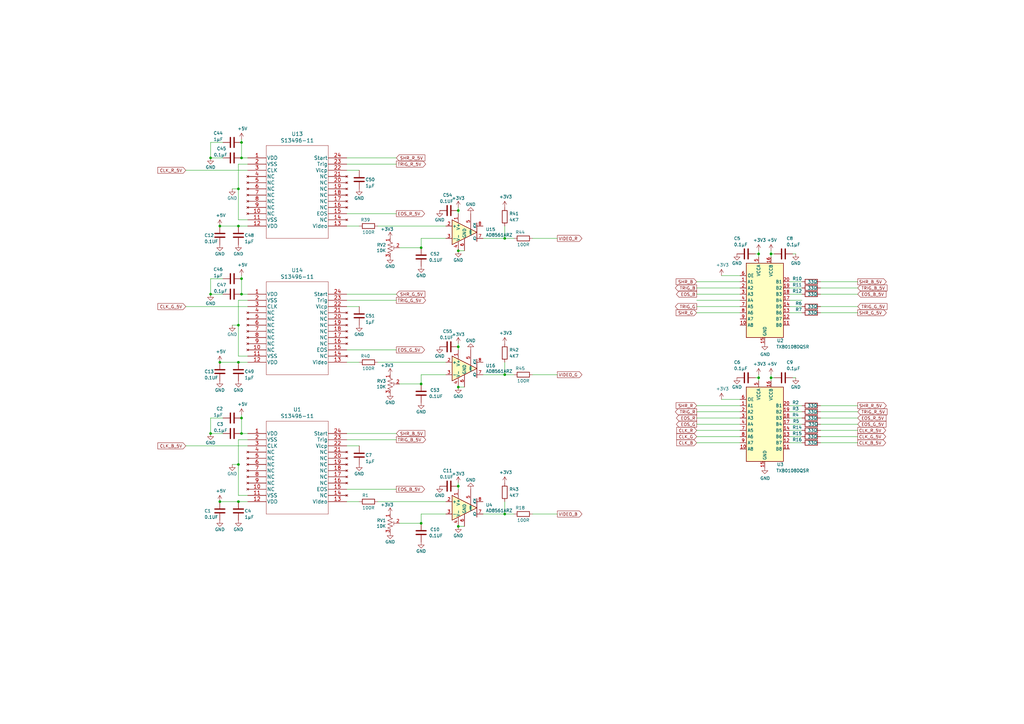
<source format=kicad_sch>
(kicad_sch (version 20211123) (generator eeschema)

  (uuid 9f0c8c32-4b9d-48f1-b301-66cc6c30dc81)

  (paper "A3")

  (lib_symbols
    (symbol "Comparator:AD8561" (pin_names (offset 0.127)) (in_bom yes) (on_board yes)
      (property "Reference" "U" (id 0) (at 3.81 6.35 0)
        (effects (font (size 1.27 1.27)))
      )
      (property "Value" "AD8561" (id 1) (at 3.81 -5.08 0)
        (effects (font (size 1.27 1.27)))
      )
      (property "Footprint" "" (id 2) (at 0 0 0)
        (effects (font (size 1.27 1.27)) hide)
      )
      (property "Datasheet" "https://www.analog.com/media/en/technical-documentation/data-sheets/ad8561.pdf" (id 3) (at 0 0 0)
        (effects (font (size 1.27 1.27)) hide)
      )
      (property "ki_keywords" "cmp complementary push-pull" (id 4) (at 0 0 0)
        (effects (font (size 1.27 1.27)) hide)
      )
      (property "ki_description" "Ultrafast 7 ns Single Supply Comparator, DIP-8/SOIC-8/TSSOP-8" (id 5) (at 0 0 0)
        (effects (font (size 1.27 1.27)) hide)
      )
      (property "ki_fp_filters" "SOIC*3.9x4.9mm*P1.27mm* TSSOP*4.4x3mm*P0.65mm* DIP*W7.62mm*" (id 6) (at 0 0 0)
        (effects (font (size 1.27 1.27)) hide)
      )
      (symbol "AD8561_0_1"
        (polyline
          (pts
            (xy 5.08 3.81)
            (xy 5.08 -3.81)
          )
          (stroke (width 0.254) (type default) (color 0 0 0 0))
          (fill (type none))
        )
        (polyline
          (pts
            (xy -5.08 5.08)
            (xy 5.08 0)
            (xy -5.08 -5.08)
            (xy -5.08 5.08)
          )
          (stroke (width 0.254) (type default) (color 0 0 0 0))
          (fill (type background))
        )
      )
      (symbol "AD8561_1_1"
        (pin power_in line (at -2.54 7.62 270) (length 3.81)
          (name "V+" (effects (font (size 1.27 1.27))))
          (number "1" (effects (font (size 1.27 1.27))))
        )
        (pin input line (at -7.62 2.54 0) (length 2.54)
          (name "+" (effects (font (size 1.27 1.27))))
          (number "2" (effects (font (size 1.27 1.27))))
        )
        (pin input line (at -7.62 -2.54 0) (length 2.54)
          (name "-" (effects (font (size 1.27 1.27))))
          (number "3" (effects (font (size 1.27 1.27))))
        )
        (pin power_in line (at -2.54 -7.62 90) (length 3.81)
          (name "V-" (effects (font (size 1.27 1.27))))
          (number "4" (effects (font (size 1.27 1.27))))
        )
        (pin input line (at 2.54 7.62 270) (length 6.35)
          (name "LATCH" (effects (font (size 0.508 0.508))))
          (number "5" (effects (font (size 1.27 1.27))))
        )
        (pin power_in line (at 0 -7.62 90) (length 5.08)
          (name "GND" (effects (font (size 1.27 1.27))))
          (number "6" (effects (font (size 1.27 1.27))))
        )
        (pin output line (at 7.62 -2.54 180) (length 2.54)
          (name "Q" (effects (font (size 1.27 1.27))))
          (number "7" (effects (font (size 1.27 1.27))))
        )
        (pin output line (at 7.62 2.54 180) (length 2.54)
          (name "~{Q}" (effects (font (size 1.27 1.27))))
          (number "8" (effects (font (size 1.27 1.27))))
        )
      )
    )
    (symbol "Device:C" (pin_numbers hide) (pin_names (offset 0.254)) (in_bom yes) (on_board yes)
      (property "Reference" "C" (id 0) (at 0.635 2.54 0)
        (effects (font (size 1.27 1.27)) (justify left))
      )
      (property "Value" "C" (id 1) (at 0.635 -2.54 0)
        (effects (font (size 1.27 1.27)) (justify left))
      )
      (property "Footprint" "" (id 2) (at 0.9652 -3.81 0)
        (effects (font (size 1.27 1.27)) hide)
      )
      (property "Datasheet" "~" (id 3) (at 0 0 0)
        (effects (font (size 1.27 1.27)) hide)
      )
      (property "ki_keywords" "cap capacitor" (id 4) (at 0 0 0)
        (effects (font (size 1.27 1.27)) hide)
      )
      (property "ki_description" "Unpolarized capacitor" (id 5) (at 0 0 0)
        (effects (font (size 1.27 1.27)) hide)
      )
      (property "ki_fp_filters" "C_*" (id 6) (at 0 0 0)
        (effects (font (size 1.27 1.27)) hide)
      )
      (symbol "C_0_1"
        (polyline
          (pts
            (xy -2.032 -0.762)
            (xy 2.032 -0.762)
          )
          (stroke (width 0.508) (type default) (color 0 0 0 0))
          (fill (type none))
        )
        (polyline
          (pts
            (xy -2.032 0.762)
            (xy 2.032 0.762)
          )
          (stroke (width 0.508) (type default) (color 0 0 0 0))
          (fill (type none))
        )
      )
      (symbol "C_1_1"
        (pin passive line (at 0 3.81 270) (length 2.794)
          (name "~" (effects (font (size 1.27 1.27))))
          (number "1" (effects (font (size 1.27 1.27))))
        )
        (pin passive line (at 0 -3.81 90) (length 2.794)
          (name "~" (effects (font (size 1.27 1.27))))
          (number "2" (effects (font (size 1.27 1.27))))
        )
      )
    )
    (symbol "Device:R" (pin_numbers hide) (pin_names (offset 0)) (in_bom yes) (on_board yes)
      (property "Reference" "R" (id 0) (at 2.032 0 90)
        (effects (font (size 1.27 1.27)))
      )
      (property "Value" "R" (id 1) (at 0 0 90)
        (effects (font (size 1.27 1.27)))
      )
      (property "Footprint" "" (id 2) (at -1.778 0 90)
        (effects (font (size 1.27 1.27)) hide)
      )
      (property "Datasheet" "~" (id 3) (at 0 0 0)
        (effects (font (size 1.27 1.27)) hide)
      )
      (property "ki_keywords" "R res resistor" (id 4) (at 0 0 0)
        (effects (font (size 1.27 1.27)) hide)
      )
      (property "ki_description" "Resistor" (id 5) (at 0 0 0)
        (effects (font (size 1.27 1.27)) hide)
      )
      (property "ki_fp_filters" "R_*" (id 6) (at 0 0 0)
        (effects (font (size 1.27 1.27)) hide)
      )
      (symbol "R_0_1"
        (rectangle (start -1.016 -2.54) (end 1.016 2.54)
          (stroke (width 0.254) (type default) (color 0 0 0 0))
          (fill (type none))
        )
      )
      (symbol "R_1_1"
        (pin passive line (at 0 3.81 270) (length 1.27)
          (name "~" (effects (font (size 1.27 1.27))))
          (number "1" (effects (font (size 1.27 1.27))))
        )
        (pin passive line (at 0 -3.81 90) (length 1.27)
          (name "~" (effects (font (size 1.27 1.27))))
          (number "2" (effects (font (size 1.27 1.27))))
        )
      )
    )
    (symbol "Device:R_POT_TRIM_US" (pin_names (offset 1.016) hide) (in_bom yes) (on_board yes)
      (property "Reference" "RV" (id 0) (at -4.445 0 90)
        (effects (font (size 1.27 1.27)))
      )
      (property "Value" "Device_R_POT_TRIM_US" (id 1) (at -2.54 0 90)
        (effects (font (size 1.27 1.27)))
      )
      (property "Footprint" "" (id 2) (at 0 0 0)
        (effects (font (size 1.27 1.27)) hide)
      )
      (property "Datasheet" "" (id 3) (at 0 0 0)
        (effects (font (size 1.27 1.27)) hide)
      )
      (property "ki_fp_filters" "Potentiometer*" (id 4) (at 0 0 0)
        (effects (font (size 1.27 1.27)) hide)
      )
      (symbol "R_POT_TRIM_US_0_1"
        (polyline
          (pts
            (xy 0 -2.286)
            (xy 0 -2.54)
          )
          (stroke (width 0) (type default) (color 0 0 0 0))
          (fill (type none))
        )
        (polyline
          (pts
            (xy 0 2.286)
            (xy 0 2.54)
          )
          (stroke (width 0) (type default) (color 0 0 0 0))
          (fill (type none))
        )
        (polyline
          (pts
            (xy 1.524 0.762)
            (xy 1.524 -0.762)
          )
          (stroke (width 0) (type default) (color 0 0 0 0))
          (fill (type none))
        )
        (polyline
          (pts
            (xy 2.54 0)
            (xy 1.524 0)
          )
          (stroke (width 0) (type default) (color 0 0 0 0))
          (fill (type none))
        )
        (polyline
          (pts
            (xy 0 -0.762)
            (xy 1.016 -1.143)
            (xy 0 -1.524)
            (xy -1.016 -1.905)
            (xy 0 -2.286)
          )
          (stroke (width 0) (type default) (color 0 0 0 0))
          (fill (type none))
        )
        (polyline
          (pts
            (xy 0 0.762)
            (xy 1.016 0.381)
            (xy 0 0)
            (xy -1.016 -0.381)
            (xy 0 -0.762)
          )
          (stroke (width 0) (type default) (color 0 0 0 0))
          (fill (type none))
        )
        (polyline
          (pts
            (xy 0 2.286)
            (xy 1.016 1.905)
            (xy 0 1.524)
            (xy -1.016 1.143)
            (xy 0 0.762)
          )
          (stroke (width 0) (type default) (color 0 0 0 0))
          (fill (type none))
        )
      )
      (symbol "R_POT_TRIM_US_1_1"
        (pin passive line (at 0 3.81 270) (length 1.27)
          (name "1" (effects (font (size 1.27 1.27))))
          (number "1" (effects (font (size 1.27 1.27))))
        )
        (pin passive line (at 3.81 0 180) (length 1.27)
          (name "2" (effects (font (size 1.27 1.27))))
          (number "2" (effects (font (size 1.27 1.27))))
        )
        (pin passive line (at 0 -3.81 90) (length 1.27)
          (name "3" (effects (font (size 1.27 1.27))))
          (number "3" (effects (font (size 1.27 1.27))))
        )
      )
    )
    (symbol "Logic_LevelTranslator:TXB0108DQSR" (in_bom yes) (on_board yes)
      (property "Reference" "U" (id 0) (at -6.35 16.51 0)
        (effects (font (size 1.27 1.27)))
      )
      (property "Value" "TXB0108DQSR" (id 1) (at 3.81 16.51 0)
        (effects (font (size 1.27 1.27)) (justify left))
      )
      (property "Footprint" "Package_SON:USON-20_2x4mm_P0.4mm" (id 2) (at 0 -19.05 0)
        (effects (font (size 1.27 1.27)) hide)
      )
      (property "Datasheet" "http://www.ti.com/lit/ds/symlink/txb0108.pdf" (id 3) (at 0 -2.54 0)
        (effects (font (size 1.27 1.27)) hide)
      )
      (property "ki_keywords" "bidirectional voltage level translator" (id 4) (at 0 0 0)
        (effects (font (size 1.27 1.27)) hide)
      )
      (property "ki_description" "8-bit bidirectional voltage level translator with auto-direction sensing USON package" (id 5) (at 0 0 0)
        (effects (font (size 1.27 1.27)) hide)
      )
      (property "ki_fp_filters" "USON*2x4mm*P0.4mm*" (id 6) (at 0 0 0)
        (effects (font (size 1.27 1.27)) hide)
      )
      (symbol "TXB0108DQSR_0_1"
        (rectangle (start -7.62 15.24) (end 7.62 -15.24)
          (stroke (width 0.254) (type default) (color 0 0 0 0))
          (fill (type background))
        )
      )
      (symbol "TXB0108DQSR_1_1"
        (pin bidirectional line (at -10.16 7.62 0) (length 2.54)
          (name "A1" (effects (font (size 1.27 1.27))))
          (number "1" (effects (font (size 1.27 1.27))))
        )
        (pin bidirectional line (at -10.16 -10.16 0) (length 2.54)
          (name "A8" (effects (font (size 1.27 1.27))))
          (number "10" (effects (font (size 1.27 1.27))))
        )
        (pin bidirectional line (at 10.16 -10.16 180) (length 2.54)
          (name "B8" (effects (font (size 1.27 1.27))))
          (number "11" (effects (font (size 1.27 1.27))))
        )
        (pin bidirectional line (at 10.16 -7.62 180) (length 2.54)
          (name "B7" (effects (font (size 1.27 1.27))))
          (number "12" (effects (font (size 1.27 1.27))))
        )
        (pin bidirectional line (at 10.16 -5.08 180) (length 2.54)
          (name "B6" (effects (font (size 1.27 1.27))))
          (number "13" (effects (font (size 1.27 1.27))))
        )
        (pin bidirectional line (at 10.16 -2.54 180) (length 2.54)
          (name "B5" (effects (font (size 1.27 1.27))))
          (number "14" (effects (font (size 1.27 1.27))))
        )
        (pin power_in line (at 0 -17.78 90) (length 2.54)
          (name "GND" (effects (font (size 1.27 1.27))))
          (number "15" (effects (font (size 1.27 1.27))))
        )
        (pin power_in line (at 2.54 17.78 270) (length 2.54)
          (name "VCCB" (effects (font (size 1.27 1.27))))
          (number "16" (effects (font (size 1.27 1.27))))
        )
        (pin bidirectional line (at 10.16 0 180) (length 2.54)
          (name "B4" (effects (font (size 1.27 1.27))))
          (number "17" (effects (font (size 1.27 1.27))))
        )
        (pin bidirectional line (at 10.16 2.54 180) (length 2.54)
          (name "B3" (effects (font (size 1.27 1.27))))
          (number "18" (effects (font (size 1.27 1.27))))
        )
        (pin bidirectional line (at 10.16 5.08 180) (length 2.54)
          (name "B2" (effects (font (size 1.27 1.27))))
          (number "19" (effects (font (size 1.27 1.27))))
        )
        (pin bidirectional line (at -10.16 5.08 0) (length 2.54)
          (name "A2" (effects (font (size 1.27 1.27))))
          (number "2" (effects (font (size 1.27 1.27))))
        )
        (pin bidirectional line (at 10.16 7.62 180) (length 2.54)
          (name "B1" (effects (font (size 1.27 1.27))))
          (number "20" (effects (font (size 1.27 1.27))))
        )
        (pin bidirectional line (at -10.16 2.54 0) (length 2.54)
          (name "A3" (effects (font (size 1.27 1.27))))
          (number "3" (effects (font (size 1.27 1.27))))
        )
        (pin bidirectional line (at -10.16 0 0) (length 2.54)
          (name "A4" (effects (font (size 1.27 1.27))))
          (number "4" (effects (font (size 1.27 1.27))))
        )
        (pin power_in line (at -2.54 17.78 270) (length 2.54)
          (name "VCCA" (effects (font (size 1.27 1.27))))
          (number "5" (effects (font (size 1.27 1.27))))
        )
        (pin input line (at -10.16 10.16 0) (length 2.54)
          (name "OE" (effects (font (size 1.27 1.27))))
          (number "6" (effects (font (size 1.27 1.27))))
        )
        (pin bidirectional line (at -10.16 -2.54 0) (length 2.54)
          (name "A5" (effects (font (size 1.27 1.27))))
          (number "7" (effects (font (size 1.27 1.27))))
        )
        (pin bidirectional line (at -10.16 -5.08 0) (length 2.54)
          (name "A6" (effects (font (size 1.27 1.27))))
          (number "8" (effects (font (size 1.27 1.27))))
        )
        (pin bidirectional line (at -10.16 -7.62 0) (length 2.54)
          (name "A7" (effects (font (size 1.27 1.27))))
          (number "9" (effects (font (size 1.27 1.27))))
        )
      )
    )
    (symbol "S13496-11:S13496-11" (pin_names (offset 0.254)) (in_bom yes) (on_board yes)
      (property "Reference" "U" (id 0) (at 20.32 10.16 0)
        (effects (font (size 1.524 1.524)))
      )
      (property "Value" "S13496-11" (id 1) (at 20.32 7.62 0)
        (effects (font (size 1.524 1.524)))
      )
      (property "Footprint" "Pre-Aligner:DIP-24_W10.16mm_LongPads-41mm" (id 2) (at 20.32 6.096 0)
        (effects (font (size 1.524 1.524)) hide)
      )
      (property "Datasheet" "https://www.hamamatsu.com/resources/pdf/ssd/s13496-11_kmpd1189e.pdf" (id 3) (at 0 0 0)
        (effects (font (size 1.524 1.524)) hide)
      )
      (property "Description" "The S13496-11 is a high sensitivity CMOS linear image sensor using a photosensitive area with vertically long pixels (7 × 200 µm)" (id 4) (at 19.05 6.35 0)
        (effects (font (size 1.27 1.27)) hide)
      )
      (property "Manufacturer_Name" "Hamamatsu" (id 5) (at 0 0 0)
        (effects (font (size 1.27 1.27)) hide)
      )
      (property "Manufacturer_Part_Number" "S13496-11" (id 6) (at 0 0 0)
        (effects (font (size 1.27 1.27)) hide)
      )
      (property "ki_fp_filters" "MFP24_6X13_ONS MFP24_6X13_ONS-M MFP24_6X13_ONS-L" (id 7) (at 0 0 0)
        (effects (font (size 1.27 1.27)) hide)
      )
      (symbol "S13496-11_1_1"
        (polyline
          (pts
            (xy 7.62 -33.02)
            (xy 33.02 -33.02)
          )
          (stroke (width 0.127) (type default) (color 0 0 0 0))
          (fill (type none))
        )
        (polyline
          (pts
            (xy 7.62 5.08)
            (xy 7.62 -33.02)
          )
          (stroke (width 0.127) (type default) (color 0 0 0 0))
          (fill (type none))
        )
        (polyline
          (pts
            (xy 33.02 -33.02)
            (xy 33.02 5.08)
          )
          (stroke (width 0.127) (type default) (color 0 0 0 0))
          (fill (type none))
        )
        (polyline
          (pts
            (xy 33.02 5.08)
            (xy 7.62 5.08)
          )
          (stroke (width 0.127) (type default) (color 0 0 0 0))
          (fill (type none))
        )
        (pin power_in line (at 0 0 0) (length 7.62)
          (name "VDD" (effects (font (size 1.4986 1.4986))))
          (number "1" (effects (font (size 1.4986 1.4986))))
        )
        (pin no_connect line (at 0 -22.86 0) (length 7.62)
          (name "NC" (effects (font (size 1.4986 1.4986))))
          (number "10" (effects (font (size 1.4986 1.4986))))
        )
        (pin power_in line (at 0 -25.4 0) (length 7.62)
          (name "VSS" (effects (font (size 1.4986 1.4986))))
          (number "11" (effects (font (size 1.4986 1.4986))))
        )
        (pin power_in line (at 0 -27.94 0) (length 7.62)
          (name "VDD" (effects (font (size 1.4986 1.4986))))
          (number "12" (effects (font (size 1.4986 1.4986))))
        )
        (pin output line (at 40.64 -27.94 180) (length 7.62)
          (name "Video" (effects (font (size 1.4986 1.4986))))
          (number "13" (effects (font (size 1.4986 1.4986))))
        )
        (pin no_connect line (at 40.64 -25.4 180) (length 7.62)
          (name "NC" (effects (font (size 1.4986 1.4986))))
          (number "14" (effects (font (size 1.4986 1.4986))))
        )
        (pin output line (at 40.64 -22.86 180) (length 7.62)
          (name "EOS" (effects (font (size 1.4986 1.4986))))
          (number "15" (effects (font (size 1.4986 1.4986))))
        )
        (pin no_connect line (at 40.64 -20.32 180) (length 7.62)
          (name "NC" (effects (font (size 1.4986 1.4986))))
          (number "16" (effects (font (size 1.4986 1.4986))))
        )
        (pin no_connect line (at 40.64 -17.78 180) (length 7.62)
          (name "NC" (effects (font (size 1.4986 1.4986))))
          (number "17" (effects (font (size 1.4986 1.4986))))
        )
        (pin no_connect line (at 40.64 -15.24 180) (length 7.62)
          (name "NC" (effects (font (size 1.4986 1.4986))))
          (number "18" (effects (font (size 1.4986 1.4986))))
        )
        (pin no_connect line (at 40.64 -12.7 180) (length 7.62)
          (name "NC" (effects (font (size 1.4986 1.4986))))
          (number "19" (effects (font (size 1.4986 1.4986))))
        )
        (pin power_in line (at 0 -2.54 0) (length 7.62)
          (name "VSS" (effects (font (size 1.4986 1.4986))))
          (number "2" (effects (font (size 1.4986 1.4986))))
        )
        (pin no_connect line (at 40.64 -10.16 180) (length 7.62)
          (name "NC" (effects (font (size 1.4986 1.4986))))
          (number "20" (effects (font (size 1.4986 1.4986))))
        )
        (pin no_connect line (at 40.64 -7.62 180) (length 7.62)
          (name "NC" (effects (font (size 1.4986 1.4986))))
          (number "21" (effects (font (size 1.4986 1.4986))))
        )
        (pin power_in line (at 40.64 -5.08 180) (length 7.62)
          (name "Vlcp" (effects (font (size 1.4986 1.4986))))
          (number "22" (effects (font (size 1.4986 1.4986))))
        )
        (pin output line (at 40.64 -2.54 180) (length 7.62)
          (name "Trig" (effects (font (size 1.4986 1.4986))))
          (number "23" (effects (font (size 1.4986 1.4986))))
        )
        (pin input line (at 40.64 0 180) (length 7.62)
          (name "Start" (effects (font (size 1.4986 1.4986))))
          (number "24" (effects (font (size 1.4986 1.4986))))
        )
        (pin input line (at 0 -5.08 0) (length 7.62)
          (name "CLK" (effects (font (size 1.4986 1.4986))))
          (number "3" (effects (font (size 1.4986 1.4986))))
        )
        (pin no_connect line (at 0 -7.62 0) (length 7.62)
          (name "NC" (effects (font (size 1.4986 1.4986))))
          (number "4" (effects (font (size 1.4986 1.4986))))
        )
        (pin no_connect line (at 0 -10.16 0) (length 7.62)
          (name "NC" (effects (font (size 1.4986 1.4986))))
          (number "5" (effects (font (size 1.4986 1.4986))))
        )
        (pin no_connect line (at 0 -12.7 0) (length 7.62)
          (name "NC" (effects (font (size 1.4986 1.4986))))
          (number "6" (effects (font (size 1.4986 1.4986))))
        )
        (pin no_connect line (at 0 -15.24 0) (length 7.62)
          (name "NC" (effects (font (size 1.4986 1.4986))))
          (number "7" (effects (font (size 1.4986 1.4986))))
        )
        (pin no_connect line (at 0 -17.78 0) (length 7.62)
          (name "NC" (effects (font (size 1.4986 1.4986))))
          (number "8" (effects (font (size 1.4986 1.4986))))
        )
        (pin no_connect line (at 0 -20.32 0) (length 7.62)
          (name "NC" (effects (font (size 1.4986 1.4986))))
          (number "9" (effects (font (size 1.4986 1.4986))))
        )
      )
    )
    (symbol "power:+3V3" (power) (pin_names (offset 0)) (in_bom yes) (on_board yes)
      (property "Reference" "#PWR" (id 0) (at 0 -3.81 0)
        (effects (font (size 1.27 1.27)) hide)
      )
      (property "Value" "+3V3" (id 1) (at 0 3.556 0)
        (effects (font (size 1.27 1.27)))
      )
      (property "Footprint" "" (id 2) (at 0 0 0)
        (effects (font (size 1.27 1.27)) hide)
      )
      (property "Datasheet" "" (id 3) (at 0 0 0)
        (effects (font (size 1.27 1.27)) hide)
      )
      (property "ki_keywords" "power-flag" (id 4) (at 0 0 0)
        (effects (font (size 1.27 1.27)) hide)
      )
      (property "ki_description" "Power symbol creates a global label with name \"+3V3\"" (id 5) (at 0 0 0)
        (effects (font (size 1.27 1.27)) hide)
      )
      (symbol "+3V3_0_1"
        (polyline
          (pts
            (xy -0.762 1.27)
            (xy 0 2.54)
          )
          (stroke (width 0) (type default) (color 0 0 0 0))
          (fill (type none))
        )
        (polyline
          (pts
            (xy 0 0)
            (xy 0 2.54)
          )
          (stroke (width 0) (type default) (color 0 0 0 0))
          (fill (type none))
        )
        (polyline
          (pts
            (xy 0 2.54)
            (xy 0.762 1.27)
          )
          (stroke (width 0) (type default) (color 0 0 0 0))
          (fill (type none))
        )
      )
      (symbol "+3V3_1_1"
        (pin power_in line (at 0 0 90) (length 0) hide
          (name "+3V3" (effects (font (size 1.27 1.27))))
          (number "1" (effects (font (size 1.27 1.27))))
        )
      )
    )
    (symbol "power:+5V" (power) (pin_names (offset 0)) (in_bom yes) (on_board yes)
      (property "Reference" "#PWR" (id 0) (at 0 -3.81 0)
        (effects (font (size 1.27 1.27)) hide)
      )
      (property "Value" "+5V" (id 1) (at 0 3.556 0)
        (effects (font (size 1.27 1.27)))
      )
      (property "Footprint" "" (id 2) (at 0 0 0)
        (effects (font (size 1.27 1.27)) hide)
      )
      (property "Datasheet" "" (id 3) (at 0 0 0)
        (effects (font (size 1.27 1.27)) hide)
      )
      (property "ki_keywords" "power-flag" (id 4) (at 0 0 0)
        (effects (font (size 1.27 1.27)) hide)
      )
      (property "ki_description" "Power symbol creates a global label with name \"+5V\"" (id 5) (at 0 0 0)
        (effects (font (size 1.27 1.27)) hide)
      )
      (symbol "+5V_0_1"
        (polyline
          (pts
            (xy -0.762 1.27)
            (xy 0 2.54)
          )
          (stroke (width 0) (type default) (color 0 0 0 0))
          (fill (type none))
        )
        (polyline
          (pts
            (xy 0 0)
            (xy 0 2.54)
          )
          (stroke (width 0) (type default) (color 0 0 0 0))
          (fill (type none))
        )
        (polyline
          (pts
            (xy 0 2.54)
            (xy 0.762 1.27)
          )
          (stroke (width 0) (type default) (color 0 0 0 0))
          (fill (type none))
        )
      )
      (symbol "+5V_1_1"
        (pin power_in line (at 0 0 90) (length 0) hide
          (name "+5V" (effects (font (size 1.27 1.27))))
          (number "1" (effects (font (size 1.27 1.27))))
        )
      )
    )
    (symbol "power:GND" (power) (pin_names (offset 0)) (in_bom yes) (on_board yes)
      (property "Reference" "#PWR" (id 0) (at 0 -6.35 0)
        (effects (font (size 1.27 1.27)) hide)
      )
      (property "Value" "GND" (id 1) (at 0 -3.81 0)
        (effects (font (size 1.27 1.27)))
      )
      (property "Footprint" "" (id 2) (at 0 0 0)
        (effects (font (size 1.27 1.27)) hide)
      )
      (property "Datasheet" "" (id 3) (at 0 0 0)
        (effects (font (size 1.27 1.27)) hide)
      )
      (property "ki_keywords" "power-flag" (id 4) (at 0 0 0)
        (effects (font (size 1.27 1.27)) hide)
      )
      (property "ki_description" "Power symbol creates a global label with name \"GND\" , ground" (id 5) (at 0 0 0)
        (effects (font (size 1.27 1.27)) hide)
      )
      (symbol "GND_0_1"
        (polyline
          (pts
            (xy 0 0)
            (xy 0 -1.27)
            (xy 1.27 -1.27)
            (xy 0 -2.54)
            (xy -1.27 -1.27)
            (xy 0 -1.27)
          )
          (stroke (width 0) (type default) (color 0 0 0 0))
          (fill (type none))
        )
      )
      (symbol "GND_1_1"
        (pin power_in line (at 0 0 270) (length 0) hide
          (name "GND" (effects (font (size 1.27 1.27))))
          (number "1" (effects (font (size 1.27 1.27))))
        )
      )
    )
  )

  (junction (at 187.96 158.75) (diameter 0) (color 0 0 0 0)
    (uuid 05ac061c-dce0-49ba-8147-10ed1b5ab88e)
  )
  (junction (at 90.17 205.74) (diameter 0) (color 0 0 0 0)
    (uuid 12417bb3-56e1-452b-b243-11e466304b31)
  )
  (junction (at 187.96 199.39) (diameter 0) (color 0 0 0 0)
    (uuid 1b7cd628-6a23-4750-9d37-9cfc125333ae)
  )
  (junction (at 97.79 133.35) (diameter 0) (color 0 0 0 0)
    (uuid 22c22de0-30f9-42af-ac14-44974608319c)
  )
  (junction (at 316.23 104.14) (diameter 0) (color 0 0 0 0)
    (uuid 3070e3c9-1bbd-4334-91f1-a15261e358a7)
  )
  (junction (at 97.79 205.74) (diameter 0) (color 0 0 0 0)
    (uuid 3961c3db-5b50-44e0-bb25-3f4fb957fbe8)
  )
  (junction (at 187.96 86.36) (diameter 0) (color 0 0 0 0)
    (uuid 3e9e7a8c-fce8-453f-b394-7ff37c75fffa)
  )
  (junction (at 97.79 190.5) (diameter 0) (color 0 0 0 0)
    (uuid 3ed3917d-80e8-4b28-abea-513b400aaef5)
  )
  (junction (at 99.06 177.8) (diameter 0) (color 0 0 0 0)
    (uuid 4922a27f-2fc0-4024-8b8c-fc608e3df5fe)
  )
  (junction (at 187.96 102.87) (diameter 0) (color 0 0 0 0)
    (uuid 4af67561-f6ef-4f3b-84da-7aec05868ba0)
  )
  (junction (at 99.06 64.77) (diameter 0) (color 0 0 0 0)
    (uuid 5521a2b1-eab9-46d0-bbd1-bc6f89db5d51)
  )
  (junction (at 311.15 104.14) (diameter 0) (color 0 0 0 0)
    (uuid 5c9d443d-e7ff-4fd9-8c8c-6a65b0c4b028)
  )
  (junction (at 316.23 154.94) (diameter 0) (color 0 0 0 0)
    (uuid 62664196-ab9a-47a3-bdde-ec51441c6fdd)
  )
  (junction (at 86.36 120.65) (diameter 0) (color 0 0 0 0)
    (uuid 65f9ed6c-ff13-4968-84cf-edc86f501a5f)
  )
  (junction (at 97.79 92.71) (diameter 0) (color 0 0 0 0)
    (uuid 685bf253-7e51-40ec-8d43-57d69d12e5e2)
  )
  (junction (at 99.06 171.45) (diameter 0) (color 0 0 0 0)
    (uuid 6b5f18f8-45f1-41d3-a240-4f43e772eb52)
  )
  (junction (at 86.36 177.8) (diameter 0) (color 0 0 0 0)
    (uuid 6e64920c-c183-47dd-ac0b-0b612d9429b8)
  )
  (junction (at 187.96 142.24) (diameter 0) (color 0 0 0 0)
    (uuid 751279c9-50e3-4ce0-a02d-877eed1a9d5f)
  )
  (junction (at 97.79 148.59) (diameter 0) (color 0 0 0 0)
    (uuid 77e5169f-0ea3-4de8-adfb-6176e496a736)
  )
  (junction (at 311.15 154.94) (diameter 0) (color 0 0 0 0)
    (uuid 7c9fbd78-5e0a-42f8-8001-887b5652b295)
  )
  (junction (at 86.36 64.77) (diameter 0) (color 0 0 0 0)
    (uuid 7d3200f3-1d13-4f29-9238-5767988c515f)
  )
  (junction (at 187.96 215.9) (diameter 0) (color 0 0 0 0)
    (uuid 7fc3f62a-dce5-4e3c-86ba-ab3e1efd9c92)
  )
  (junction (at 172.72 101.6) (diameter 0) (color 0 0 0 0)
    (uuid 80a2d26e-97f0-4f49-8001-e4d47c1f2259)
  )
  (junction (at 207.01 153.67) (diameter 0) (color 0 0 0 0)
    (uuid 8736483d-f2c3-4a99-9f9f-e6c819fb314d)
  )
  (junction (at 99.06 114.3) (diameter 0) (color 0 0 0 0)
    (uuid 87c198db-5522-4c9c-b274-d9c68f3ee7d0)
  )
  (junction (at 90.17 92.71) (diameter 0) (color 0 0 0 0)
    (uuid 8e656f8e-b3c8-45da-bbce-173eea3ae956)
  )
  (junction (at 207.01 97.79) (diameter 0) (color 0 0 0 0)
    (uuid 9a11202e-0076-401f-b6ef-df78f1e51b09)
  )
  (junction (at 90.17 148.59) (diameter 0) (color 0 0 0 0)
    (uuid 9e7b24eb-f1b1-49fc-8e4a-221a18c1e299)
  )
  (junction (at 99.06 120.65) (diameter 0) (color 0 0 0 0)
    (uuid be913299-41de-4c84-9869-673ef0d129bb)
  )
  (junction (at 207.01 210.82) (diameter 0) (color 0 0 0 0)
    (uuid c820a5ec-2812-4f74-873e-4691bf6258b3)
  )
  (junction (at 172.72 157.48) (diameter 0) (color 0 0 0 0)
    (uuid cd89deb9-2fdf-4837-993e-173522465931)
  )
  (junction (at 99.06 58.42) (diameter 0) (color 0 0 0 0)
    (uuid d19130a8-d976-4407-b34d-b6f290901bb9)
  )
  (junction (at 97.79 77.47) (diameter 0) (color 0 0 0 0)
    (uuid e7c484b9-d66a-48e9-9a0f-b72b77f5ed52)
  )
  (junction (at 172.72 214.63) (diameter 0) (color 0 0 0 0)
    (uuid eb00dd36-9916-48f6-b808-8f4255e8e66b)
  )

  (wire (pts (xy 303.53 168.91) (xy 285.75 168.91))
    (stroke (width 0) (type default) (color 0 0 0 0))
    (uuid 00e7ec8c-e7bb-4716-b317-547f58ec5b1f)
  )
  (wire (pts (xy 323.85 171.45) (xy 328.93 171.45))
    (stroke (width 0) (type default) (color 0 0 0 0))
    (uuid 03636a66-8be1-47ea-9810-340b2899da3c)
  )
  (wire (pts (xy 207.01 205.74) (xy 207.01 210.82))
    (stroke (width 0) (type default) (color 0 0 0 0))
    (uuid 056ff63a-0934-436f-91dd-80b8210b7d12)
  )
  (wire (pts (xy 142.24 205.74) (xy 147.32 205.74))
    (stroke (width 0) (type default) (color 0 0 0 0))
    (uuid 0583e770-17e2-4ad0-b675-21fb2978b11e)
  )
  (wire (pts (xy 316.23 104.14) (xy 316.23 105.41))
    (stroke (width 0) (type default) (color 0 0 0 0))
    (uuid 05ded478-0312-47d4-8f7e-a3b11721cdbf)
  )
  (wire (pts (xy 162.56 180.34) (xy 142.24 180.34))
    (stroke (width 0) (type default) (color 0 0 0 0))
    (uuid 072105a7-00d2-4586-ae96-eaa36f354c11)
  )
  (wire (pts (xy 285.75 179.07) (xy 303.53 179.07))
    (stroke (width 0) (type default) (color 0 0 0 0))
    (uuid 0805bc98-0ba5-4160-adc1-fa753616d57d)
  )
  (wire (pts (xy 336.55 118.11) (xy 351.79 118.11))
    (stroke (width 0) (type default) (color 0 0 0 0))
    (uuid 0ad88b14-75ca-4fe9-9bb6-f5d58fe3e7f9)
  )
  (wire (pts (xy 91.44 120.65) (xy 86.36 120.65))
    (stroke (width 0) (type default) (color 0 0 0 0))
    (uuid 0ddc7264-ec44-4a44-beb5-05d2516b9732)
  )
  (wire (pts (xy 285.75 173.99) (xy 303.53 173.99))
    (stroke (width 0) (type default) (color 0 0 0 0))
    (uuid 0e486c06-ad4f-470d-b52e-fa70fe81be30)
  )
  (wire (pts (xy 142.24 120.65) (xy 162.56 120.65))
    (stroke (width 0) (type default) (color 0 0 0 0))
    (uuid 0f4f4d34-1464-4779-907f-99b4ee4f6630)
  )
  (wire (pts (xy 163.83 214.63) (xy 172.72 214.63))
    (stroke (width 0) (type default) (color 0 0 0 0))
    (uuid 0fd0dc87-5821-495a-9f9a-dad5f665e1dc)
  )
  (wire (pts (xy 311.15 104.14) (xy 311.15 105.41))
    (stroke (width 0) (type default) (color 0 0 0 0))
    (uuid 123b59c7-6cec-44ba-bbcc-2c8d049fd785)
  )
  (wire (pts (xy 172.72 153.67) (xy 172.72 157.48))
    (stroke (width 0) (type default) (color 0 0 0 0))
    (uuid 12a6a643-8d09-4828-9fdd-0e9da0628c48)
  )
  (wire (pts (xy 91.44 177.8) (xy 86.36 177.8))
    (stroke (width 0) (type default) (color 0 0 0 0))
    (uuid 14d73b90-0efa-4b18-8903-fcabeed25ec2)
  )
  (wire (pts (xy 303.53 118.11) (xy 285.75 118.11))
    (stroke (width 0) (type default) (color 0 0 0 0))
    (uuid 1f457560-972c-4907-984d-0b211e6d6c51)
  )
  (wire (pts (xy 323.85 179.07) (xy 328.93 179.07))
    (stroke (width 0) (type default) (color 0 0 0 0))
    (uuid 200c40c7-2c12-447e-841e-d8e7b8a48124)
  )
  (wire (pts (xy 142.24 64.77) (xy 162.56 64.77))
    (stroke (width 0) (type default) (color 0 0 0 0))
    (uuid 20a4c488-2f76-40c1-b1a0-38f3a11e03ec)
  )
  (wire (pts (xy 336.55 179.07) (xy 351.79 179.07))
    (stroke (width 0) (type default) (color 0 0 0 0))
    (uuid 2157c2e1-a5cc-4885-bc22-fdf9da595931)
  )
  (wire (pts (xy 323.85 118.11) (xy 328.93 118.11))
    (stroke (width 0) (type default) (color 0 0 0 0))
    (uuid 22a25fa3-2f86-45af-8442-1e10bea11579)
  )
  (wire (pts (xy 101.6 148.59) (xy 97.79 148.59))
    (stroke (width 0) (type default) (color 0 0 0 0))
    (uuid 233a4b12-75f8-4e6b-bef8-914a0a26e0cb)
  )
  (wire (pts (xy 97.79 205.74) (xy 90.17 205.74))
    (stroke (width 0) (type default) (color 0 0 0 0))
    (uuid 24e0adb2-6d54-47b6-bee3-01d2d039e6dc)
  )
  (wire (pts (xy 187.96 142.24) (xy 187.96 140.97))
    (stroke (width 0) (type default) (color 0 0 0 0))
    (uuid 25741a8f-2e03-4f47-91b8-c864a2525fb3)
  )
  (wire (pts (xy 97.79 133.35) (xy 97.79 123.19))
    (stroke (width 0) (type default) (color 0 0 0 0))
    (uuid 27949936-d4de-46b8-a7b5-f27b8704bb91)
  )
  (wire (pts (xy 190.5 102.87) (xy 187.96 102.87))
    (stroke (width 0) (type default) (color 0 0 0 0))
    (uuid 27e7bf49-8632-4bfd-bca8-7de423199f5c)
  )
  (wire (pts (xy 172.72 210.82) (xy 182.88 210.82))
    (stroke (width 0) (type default) (color 0 0 0 0))
    (uuid 2964872b-c6b8-4f48-962d-ec7bc0dcfe45)
  )
  (wire (pts (xy 336.55 181.61) (xy 351.79 181.61))
    (stroke (width 0) (type default) (color 0 0 0 0))
    (uuid 2a40d7ce-d85e-418d-a4ed-5e864513b349)
  )
  (wire (pts (xy 303.53 125.73) (xy 285.75 125.73))
    (stroke (width 0) (type default) (color 0 0 0 0))
    (uuid 2b94326e-f7bf-4dbf-8a23-87f97d0455b1)
  )
  (wire (pts (xy 311.15 153.67) (xy 311.15 154.94))
    (stroke (width 0) (type default) (color 0 0 0 0))
    (uuid 2d94d2df-1163-40ce-8f54-de182726b53d)
  )
  (wire (pts (xy 97.79 123.19) (xy 101.6 123.19))
    (stroke (width 0) (type default) (color 0 0 0 0))
    (uuid 2de0f335-3e5d-4176-a9c8-d3718f0aa5a9)
  )
  (wire (pts (xy 336.55 171.45) (xy 351.79 171.45))
    (stroke (width 0) (type default) (color 0 0 0 0))
    (uuid 2ecef960-da4c-42cf-a72e-4a7cf3691990)
  )
  (wire (pts (xy 101.6 205.74) (xy 97.79 205.74))
    (stroke (width 0) (type default) (color 0 0 0 0))
    (uuid 2f31d828-0d1a-434e-9870-915efe828302)
  )
  (wire (pts (xy 187.96 200.66) (xy 187.96 199.39))
    (stroke (width 0) (type default) (color 0 0 0 0))
    (uuid 3060d34f-282b-4e2e-b643-89ff682f0aeb)
  )
  (wire (pts (xy 316.23 104.14) (xy 317.5 104.14))
    (stroke (width 0) (type default) (color 0 0 0 0))
    (uuid 3285694c-54b2-45d6-a033-691039f254f3)
  )
  (wire (pts (xy 86.36 114.3) (xy 91.44 114.3))
    (stroke (width 0) (type default) (color 0 0 0 0))
    (uuid 32f49b8a-1c88-466b-a4ff-ca062c39cb82)
  )
  (wire (pts (xy 303.53 171.45) (xy 285.75 171.45))
    (stroke (width 0) (type default) (color 0 0 0 0))
    (uuid 3748fc6c-2394-4259-aa1e-4bee3c172a6d)
  )
  (wire (pts (xy 101.6 120.65) (xy 99.06 120.65))
    (stroke (width 0) (type default) (color 0 0 0 0))
    (uuid 39a23c93-ba5f-498d-8a9f-0940e28a1fd9)
  )
  (wire (pts (xy 99.06 58.42) (xy 99.06 64.77))
    (stroke (width 0) (type default) (color 0 0 0 0))
    (uuid 3cc963c5-8514-48de-8b6b-23e261423ac7)
  )
  (wire (pts (xy 162.56 123.19) (xy 142.24 123.19))
    (stroke (width 0) (type default) (color 0 0 0 0))
    (uuid 3ea9b17b-e755-496c-b648-afdb7ba73cb1)
  )
  (wire (pts (xy 154.94 205.74) (xy 182.88 205.74))
    (stroke (width 0) (type default) (color 0 0 0 0))
    (uuid 3fa79ab7-2934-40dd-bc31-aca1b173e14b)
  )
  (wire (pts (xy 323.85 168.91) (xy 328.93 168.91))
    (stroke (width 0) (type default) (color 0 0 0 0))
    (uuid 3fad9415-f1c1-48dd-93e7-2c9b9cbc8c5d)
  )
  (wire (pts (xy 142.24 148.59) (xy 147.32 148.59))
    (stroke (width 0) (type default) (color 0 0 0 0))
    (uuid 400ae9a8-defa-4428-993d-d331f4c802a6)
  )
  (wire (pts (xy 328.93 115.57) (xy 323.85 115.57))
    (stroke (width 0) (type default) (color 0 0 0 0))
    (uuid 44c75acd-4eb9-45fd-b978-731a3e2a67a4)
  )
  (wire (pts (xy 336.55 168.91) (xy 351.79 168.91))
    (stroke (width 0) (type default) (color 0 0 0 0))
    (uuid 44c82240-bc4a-4075-a65b-11dc07dea7ff)
  )
  (wire (pts (xy 86.36 177.8) (xy 86.36 171.45))
    (stroke (width 0) (type default) (color 0 0 0 0))
    (uuid 44dd703a-a490-4e83-b6cc-aff73286c024)
  )
  (wire (pts (xy 336.55 176.53) (xy 351.79 176.53))
    (stroke (width 0) (type default) (color 0 0 0 0))
    (uuid 4500c442-7b89-475a-95ec-430a7c766954)
  )
  (wire (pts (xy 316.23 153.67) (xy 316.23 154.94))
    (stroke (width 0) (type default) (color 0 0 0 0))
    (uuid 462306fa-d1c6-4ade-a0cc-1c9c63620ef3)
  )
  (wire (pts (xy 86.36 120.65) (xy 86.36 114.3))
    (stroke (width 0) (type default) (color 0 0 0 0))
    (uuid 467845d0-e864-40d0-8d2c-d7ba4d85e554)
  )
  (wire (pts (xy 218.44 210.82) (xy 228.6 210.82))
    (stroke (width 0) (type default) (color 0 0 0 0))
    (uuid 467ab26a-96c9-46b1-8c9b-3e0d54d21373)
  )
  (wire (pts (xy 172.72 210.82) (xy 172.72 214.63))
    (stroke (width 0) (type default) (color 0 0 0 0))
    (uuid 4a37d9e8-81c2-4d17-9486-6000725ad52f)
  )
  (wire (pts (xy 316.23 154.94) (xy 316.23 156.21))
    (stroke (width 0) (type default) (color 0 0 0 0))
    (uuid 4b36c223-022d-4c3f-ac57-c5ae053b1f9e)
  )
  (wire (pts (xy 97.79 180.34) (xy 101.6 180.34))
    (stroke (width 0) (type default) (color 0 0 0 0))
    (uuid 4b8b3338-4c55-4509-a8e4-7539f533f168)
  )
  (wire (pts (xy 154.94 92.71) (xy 182.88 92.71))
    (stroke (width 0) (type default) (color 0 0 0 0))
    (uuid 4dc44b16-4972-434a-bfd2-d382baf56395)
  )
  (wire (pts (xy 101.6 90.17) (xy 97.79 90.17))
    (stroke (width 0) (type default) (color 0 0 0 0))
    (uuid 4f19d979-ca23-4166-ac96-3154906599a9)
  )
  (wire (pts (xy 163.83 101.6) (xy 172.72 101.6))
    (stroke (width 0) (type default) (color 0 0 0 0))
    (uuid 5145944b-e981-4bc0-be69-7b26bbe5a54c)
  )
  (wire (pts (xy 323.85 181.61) (xy 328.93 181.61))
    (stroke (width 0) (type default) (color 0 0 0 0))
    (uuid 5304cac8-c45d-4937-8f4f-0a203d1a96c1)
  )
  (wire (pts (xy 142.24 125.73) (xy 147.32 125.73))
    (stroke (width 0) (type default) (color 0 0 0 0))
    (uuid 56b41bab-df22-4525-ac40-a298fa4635cb)
  )
  (wire (pts (xy 198.12 153.67) (xy 207.01 153.67))
    (stroke (width 0) (type default) (color 0 0 0 0))
    (uuid 5a897a0b-ac1b-4677-b526-197415c9527b)
  )
  (wire (pts (xy 303.53 120.65) (xy 285.75 120.65))
    (stroke (width 0) (type default) (color 0 0 0 0))
    (uuid 5be6c0d7-901a-4e27-a927-45a2078858ab)
  )
  (wire (pts (xy 97.79 92.71) (xy 90.17 92.71))
    (stroke (width 0) (type default) (color 0 0 0 0))
    (uuid 5eac54c5-305d-41d6-8b17-f9ef74142fc5)
  )
  (wire (pts (xy 207.01 97.79) (xy 210.82 97.79))
    (stroke (width 0) (type default) (color 0 0 0 0))
    (uuid 60b48fd5-5c69-4b92-a294-e0da30c6c674)
  )
  (wire (pts (xy 172.72 97.79) (xy 172.72 101.6))
    (stroke (width 0) (type default) (color 0 0 0 0))
    (uuid 67672e82-97e4-47ab-b957-cf9ca30dd2f4)
  )
  (wire (pts (xy 316.23 102.87) (xy 316.23 104.14))
    (stroke (width 0) (type default) (color 0 0 0 0))
    (uuid 67a88678-6c4a-4929-8c36-d32476bc3b76)
  )
  (wire (pts (xy 97.79 203.2) (xy 97.79 190.5))
    (stroke (width 0) (type default) (color 0 0 0 0))
    (uuid 682b69c7-9f4b-40a7-b618-a1b81b2e5c2c)
  )
  (wire (pts (xy 97.79 146.05) (xy 97.79 133.35))
    (stroke (width 0) (type default) (color 0 0 0 0))
    (uuid 694a8561-8fe5-4c63-8ec3-a4bf3d5f6f49)
  )
  (wire (pts (xy 295.91 163.83) (xy 303.53 163.83))
    (stroke (width 0) (type default) (color 0 0 0 0))
    (uuid 6a0f0cb2-07ca-44ce-842b-2b4a1ed99733)
  )
  (wire (pts (xy 336.55 120.65) (xy 351.79 120.65))
    (stroke (width 0) (type default) (color 0 0 0 0))
    (uuid 6b40af4e-d026-4915-af4a-2ddc3d666dc8)
  )
  (wire (pts (xy 162.56 67.31) (xy 142.24 67.31))
    (stroke (width 0) (type default) (color 0 0 0 0))
    (uuid 6cd9c08b-87ec-4d11-8a97-0456df5def78)
  )
  (wire (pts (xy 316.23 154.94) (xy 317.5 154.94))
    (stroke (width 0) (type default) (color 0 0 0 0))
    (uuid 6df15912-5ffb-4291-87a9-9ac859a63a37)
  )
  (wire (pts (xy 101.6 69.85) (xy 76.2 69.85))
    (stroke (width 0) (type default) (color 0 0 0 0))
    (uuid 6dffefdf-c723-4132-88ee-3c11c3350d2c)
  )
  (wire (pts (xy 328.93 176.53) (xy 323.85 176.53))
    (stroke (width 0) (type default) (color 0 0 0 0))
    (uuid 6fd695b1-a812-4852-bda0-b9a21182a3a0)
  )
  (wire (pts (xy 101.6 125.73) (xy 76.2 125.73))
    (stroke (width 0) (type default) (color 0 0 0 0))
    (uuid 7043a381-60e2-415c-ad57-899d490c4ebd)
  )
  (wire (pts (xy 328.93 125.73) (xy 323.85 125.73))
    (stroke (width 0) (type default) (color 0 0 0 0))
    (uuid 708ae4a5-cc3f-4ad0-be7f-b39e38a69ee8)
  )
  (wire (pts (xy 86.36 171.45) (xy 91.44 171.45))
    (stroke (width 0) (type default) (color 0 0 0 0))
    (uuid 70df2329-45b8-47b9-a518-0f9cee6dc6a1)
  )
  (wire (pts (xy 187.96 87.63) (xy 187.96 86.36))
    (stroke (width 0) (type default) (color 0 0 0 0))
    (uuid 736ccf25-e764-4c5a-879b-4a4046f70874)
  )
  (wire (pts (xy 336.55 128.27) (xy 351.79 128.27))
    (stroke (width 0) (type default) (color 0 0 0 0))
    (uuid 750b9bf8-92da-4dca-8a08-f4e08afe86e8)
  )
  (wire (pts (xy 218.44 153.67) (xy 228.6 153.67))
    (stroke (width 0) (type default) (color 0 0 0 0))
    (uuid 78473f1f-6ee5-4e5e-8bef-5760b345797c)
  )
  (wire (pts (xy 303.53 166.37) (xy 285.75 166.37))
    (stroke (width 0) (type default) (color 0 0 0 0))
    (uuid 797bf8f1-9af9-4fbd-b2f8-6d360328b00d)
  )
  (wire (pts (xy 207.01 153.67) (xy 210.82 153.67))
    (stroke (width 0) (type default) (color 0 0 0 0))
    (uuid 7a741490-4adb-4307-a30c-45f41a4dc9fc)
  )
  (wire (pts (xy 218.44 97.79) (xy 228.6 97.79))
    (stroke (width 0) (type default) (color 0 0 0 0))
    (uuid 7e297a54-659a-4701-a7f4-aec0b895b712)
  )
  (wire (pts (xy 198.12 97.79) (xy 207.01 97.79))
    (stroke (width 0) (type default) (color 0 0 0 0))
    (uuid 82eb6e6a-a941-46fc-8582-89e370448a6e)
  )
  (wire (pts (xy 163.83 157.48) (xy 172.72 157.48))
    (stroke (width 0) (type default) (color 0 0 0 0))
    (uuid 84632e87-d275-4163-a989-67ee1019b870)
  )
  (wire (pts (xy 187.96 143.51) (xy 187.96 142.24))
    (stroke (width 0) (type default) (color 0 0 0 0))
    (uuid 849b2233-bcea-4d4b-88ae-21161e99a811)
  )
  (wire (pts (xy 97.79 90.17) (xy 97.79 77.47))
    (stroke (width 0) (type default) (color 0 0 0 0))
    (uuid 86a6874e-53f7-416b-9243-882fce4f0181)
  )
  (wire (pts (xy 86.36 64.77) (xy 86.36 58.42))
    (stroke (width 0) (type default) (color 0 0 0 0))
    (uuid 8a204c49-5913-4e17-91ba-01a6cfe06b4b)
  )
  (wire (pts (xy 91.44 64.77) (xy 86.36 64.77))
    (stroke (width 0) (type default) (color 0 0 0 0))
    (uuid 910ce2ba-9908-435b-9cd1-670c17508abb)
  )
  (wire (pts (xy 303.53 123.19) (xy 285.75 123.19))
    (stroke (width 0) (type default) (color 0 0 0 0))
    (uuid 920e9a0e-8e57-489b-9608-87b81470e6d1)
  )
  (wire (pts (xy 187.96 86.36) (xy 187.96 85.09))
    (stroke (width 0) (type default) (color 0 0 0 0))
    (uuid 96c33868-d76e-47a5-be6d-c61693b91cc4)
  )
  (wire (pts (xy 95.25 133.35) (xy 97.79 133.35))
    (stroke (width 0) (type default) (color 0 0 0 0))
    (uuid 98d5b032-0729-4f09-987b-334a5aaaf3d0)
  )
  (wire (pts (xy 95.25 77.47) (xy 97.79 77.47))
    (stroke (width 0) (type default) (color 0 0 0 0))
    (uuid 99b67c4b-8d1c-4052-b2db-28cfef12faf7)
  )
  (wire (pts (xy 190.5 215.9) (xy 187.96 215.9))
    (stroke (width 0) (type default) (color 0 0 0 0))
    (uuid 9ab94644-1c61-4cb2-ac5f-f369d7a15905)
  )
  (wire (pts (xy 336.55 125.73) (xy 351.79 125.73))
    (stroke (width 0) (type default) (color 0 0 0 0))
    (uuid a31c9ac4-19d3-435b-a32a-8eee487f99fb)
  )
  (wire (pts (xy 323.85 173.99) (xy 328.93 173.99))
    (stroke (width 0) (type default) (color 0 0 0 0))
    (uuid a6544003-1fbe-442c-9c06-26b0f8dcd737)
  )
  (wire (pts (xy 172.72 153.67) (xy 182.88 153.67))
    (stroke (width 0) (type default) (color 0 0 0 0))
    (uuid a79c587b-71d2-40f9-86b0-c8a45146106b)
  )
  (wire (pts (xy 190.5 158.75) (xy 187.96 158.75))
    (stroke (width 0) (type default) (color 0 0 0 0))
    (uuid a903d909-8b3c-405f-8ba1-9f4dca7ef6a6)
  )
  (wire (pts (xy 97.79 190.5) (xy 97.79 180.34))
    (stroke (width 0) (type default) (color 0 0 0 0))
    (uuid ab181e1a-9191-44ec-b965-49e944d93058)
  )
  (wire (pts (xy 101.6 64.77) (xy 99.06 64.77))
    (stroke (width 0) (type default) (color 0 0 0 0))
    (uuid afb5c91a-3858-4a36-9b97-52b3acc7caaf)
  )
  (wire (pts (xy 142.24 92.71) (xy 147.32 92.71))
    (stroke (width 0) (type default) (color 0 0 0 0))
    (uuid b2fda8ee-72ef-4f23-9875-13c63f85543e)
  )
  (wire (pts (xy 295.91 113.03) (xy 303.53 113.03))
    (stroke (width 0) (type default) (color 0 0 0 0))
    (uuid b35c76a1-eddd-4d8d-b4db-9a799c115994)
  )
  (wire (pts (xy 86.36 58.42) (xy 91.44 58.42))
    (stroke (width 0) (type default) (color 0 0 0 0))
    (uuid b4334e8d-e7b4-48c4-a9bd-6bb4a022bdac)
  )
  (wire (pts (xy 95.25 190.5) (xy 97.79 190.5))
    (stroke (width 0) (type default) (color 0 0 0 0))
    (uuid b9101692-ea1f-4fa1-935a-c607f947dca3)
  )
  (wire (pts (xy 154.94 148.59) (xy 182.88 148.59))
    (stroke (width 0) (type default) (color 0 0 0 0))
    (uuid bc4cee09-3e7b-4dae-814a-f8e1a5d27a71)
  )
  (wire (pts (xy 323.85 120.65) (xy 328.93 120.65))
    (stroke (width 0) (type default) (color 0 0 0 0))
    (uuid bd2766c7-0172-4284-aed3-e10e164be4eb)
  )
  (wire (pts (xy 336.55 173.99) (xy 351.79 173.99))
    (stroke (width 0) (type default) (color 0 0 0 0))
    (uuid bedc87fe-7b02-49dd-b1d2-036c65f89b7f)
  )
  (wire (pts (xy 303.53 176.53) (xy 285.75 176.53))
    (stroke (width 0) (type default) (color 0 0 0 0))
    (uuid c1499598-7fe5-4e28-9bc4-24abd3db6b21)
  )
  (wire (pts (xy 101.6 203.2) (xy 97.79 203.2))
    (stroke (width 0) (type default) (color 0 0 0 0))
    (uuid c1be5a28-10c5-4401-a577-17211b92c028)
  )
  (wire (pts (xy 172.72 97.79) (xy 182.88 97.79))
    (stroke (width 0) (type default) (color 0 0 0 0))
    (uuid c26ee47c-4c0c-4b96-99ed-fa19b17affc8)
  )
  (wire (pts (xy 336.55 115.57) (xy 351.79 115.57))
    (stroke (width 0) (type default) (color 0 0 0 0))
    (uuid c38985c5-852d-4f69-b2fe-fb86cdffcfa0)
  )
  (wire (pts (xy 309.88 104.14) (xy 311.15 104.14))
    (stroke (width 0) (type default) (color 0 0 0 0))
    (uuid c42f4843-8f2b-4252-b6c8-501cefe2773e)
  )
  (wire (pts (xy 99.06 170.18) (xy 99.06 171.45))
    (stroke (width 0) (type default) (color 0 0 0 0))
    (uuid c4d5438a-f1b2-485c-b68d-37678a176746)
  )
  (wire (pts (xy 162.56 87.63) (xy 142.24 87.63))
    (stroke (width 0) (type default) (color 0 0 0 0))
    (uuid c5a64cb0-571c-4101-abb8-a1e8072455d4)
  )
  (wire (pts (xy 325.12 104.14) (xy 326.39 104.14))
    (stroke (width 0) (type default) (color 0 0 0 0))
    (uuid c69d342e-b72c-472b-9c72-e61a7b5ced8b)
  )
  (wire (pts (xy 198.12 210.82) (xy 207.01 210.82))
    (stroke (width 0) (type default) (color 0 0 0 0))
    (uuid c7e3c050-9420-46cc-96a4-9f200295988e)
  )
  (wire (pts (xy 162.56 200.66) (xy 142.24 200.66))
    (stroke (width 0) (type default) (color 0 0 0 0))
    (uuid c7f5a714-3c8e-4e45-ac30-202d815409ec)
  )
  (wire (pts (xy 99.06 114.3) (xy 99.06 120.65))
    (stroke (width 0) (type default) (color 0 0 0 0))
    (uuid ce041462-17b5-48cc-9456-b58f78959f2a)
  )
  (wire (pts (xy 101.6 177.8) (xy 99.06 177.8))
    (stroke (width 0) (type default) (color 0 0 0 0))
    (uuid cecc19c9-0715-41cb-a199-6edc91313e63)
  )
  (wire (pts (xy 187.96 199.39) (xy 187.96 198.12))
    (stroke (width 0) (type default) (color 0 0 0 0))
    (uuid cfa3111f-0202-4412-a89e-1e37cf87f17b)
  )
  (wire (pts (xy 323.85 128.27) (xy 328.93 128.27))
    (stroke (width 0) (type default) (color 0 0 0 0))
    (uuid cfa6ece6-c4c2-463e-8243-39f87684a7cc)
  )
  (wire (pts (xy 142.24 182.88) (xy 147.32 182.88))
    (stroke (width 0) (type default) (color 0 0 0 0))
    (uuid d80c1717-ac3d-4079-bb28-2615cdffe16d)
  )
  (wire (pts (xy 323.85 123.19) (xy 328.93 123.19))
    (stroke (width 0) (type default) (color 0 0 0 0))
    (uuid d8b449aa-e802-4adf-8a5c-aed3dbc83c38)
  )
  (wire (pts (xy 207.01 148.59) (xy 207.01 153.67))
    (stroke (width 0) (type default) (color 0 0 0 0))
    (uuid d9b3cd32-4bc0-4b1a-bd0a-61466e1e0ffb)
  )
  (wire (pts (xy 97.79 77.47) (xy 97.79 67.31))
    (stroke (width 0) (type default) (color 0 0 0 0))
    (uuid dc241a4f-4a55-4e52-9b5e-2ab04fca978e)
  )
  (wire (pts (xy 142.24 177.8) (xy 162.56 177.8))
    (stroke (width 0) (type default) (color 0 0 0 0))
    (uuid dd5f5a5e-a654-455b-bff7-78de55e53413)
  )
  (wire (pts (xy 309.88 154.94) (xy 311.15 154.94))
    (stroke (width 0) (type default) (color 0 0 0 0))
    (uuid dd659b7b-4940-46bf-97d1-c3029ed22f43)
  )
  (wire (pts (xy 99.06 113.03) (xy 99.06 114.3))
    (stroke (width 0) (type default) (color 0 0 0 0))
    (uuid e13f3ae1-87fa-4a3b-8ed5-270b7bdaf68a)
  )
  (wire (pts (xy 101.6 146.05) (xy 97.79 146.05))
    (stroke (width 0) (type default) (color 0 0 0 0))
    (uuid e2e15110-eaf7-4186-b316-cc2f6948e07e)
  )
  (wire (pts (xy 101.6 182.88) (xy 76.2 182.88))
    (stroke (width 0) (type default) (color 0 0 0 0))
    (uuid e6b5e680-587f-462a-8ff2-b90282da4c4c)
  )
  (wire (pts (xy 285.75 128.27) (xy 303.53 128.27))
    (stroke (width 0) (type default) (color 0 0 0 0))
    (uuid e73ce984-61c1-440b-8d6a-e6928e7cdf0d)
  )
  (wire (pts (xy 325.12 154.94) (xy 326.39 154.94))
    (stroke (width 0) (type default) (color 0 0 0 0))
    (uuid e923f542-86f3-48d7-8e8d-ffb676a4eece)
  )
  (wire (pts (xy 99.06 171.45) (xy 99.06 177.8))
    (stroke (width 0) (type default) (color 0 0 0 0))
    (uuid ebbe3e84-297c-4804-825b-8f73d54e7e25)
  )
  (wire (pts (xy 207.01 210.82) (xy 210.82 210.82))
    (stroke (width 0) (type default) (color 0 0 0 0))
    (uuid ec9fb9d6-f906-48e6-887e-78edb3140908)
  )
  (wire (pts (xy 303.53 181.61) (xy 285.75 181.61))
    (stroke (width 0) (type default) (color 0 0 0 0))
    (uuid ed8c2c79-9a57-47de-9e2d-cc26af4b1fcc)
  )
  (wire (pts (xy 99.06 57.15) (xy 99.06 58.42))
    (stroke (width 0) (type default) (color 0 0 0 0))
    (uuid ee4fa114-b0a8-4583-9c63-25e46f8e5051)
  )
  (wire (pts (xy 207.01 92.71) (xy 207.01 97.79))
    (stroke (width 0) (type default) (color 0 0 0 0))
    (uuid efadcb34-53ea-4c03-b380-beb23e60eebf)
  )
  (wire (pts (xy 311.15 102.87) (xy 311.15 104.14))
    (stroke (width 0) (type default) (color 0 0 0 0))
    (uuid f0d7ac3b-f6cd-4c23-ad20-cb3586cc6f21)
  )
  (wire (pts (xy 303.53 115.57) (xy 285.75 115.57))
    (stroke (width 0) (type default) (color 0 0 0 0))
    (uuid f11604b7-be1c-4d82-8c0d-8f275a74ec02)
  )
  (wire (pts (xy 162.56 143.51) (xy 142.24 143.51))
    (stroke (width 0) (type default) (color 0 0 0 0))
    (uuid f1ada6fe-2681-43f5-aa37-6f5ee5cc875a)
  )
  (wire (pts (xy 328.93 166.37) (xy 323.85 166.37))
    (stroke (width 0) (type default) (color 0 0 0 0))
    (uuid f269a509-6bf1-4ac7-8fb0-11dc2a89d75a)
  )
  (wire (pts (xy 311.15 154.94) (xy 311.15 156.21))
    (stroke (width 0) (type default) (color 0 0 0 0))
    (uuid f7436f03-26d9-479c-aab0-e11def7d02be)
  )
  (wire (pts (xy 142.24 69.85) (xy 147.32 69.85))
    (stroke (width 0) (type default) (color 0 0 0 0))
    (uuid fa2ff9e1-8196-4d31-a0ae-921f79c66853)
  )
  (wire (pts (xy 101.6 92.71) (xy 97.79 92.71))
    (stroke (width 0) (type default) (color 0 0 0 0))
    (uuid fd0daead-056b-49b0-b136-e76d44737a4c)
  )
  (wire (pts (xy 97.79 148.59) (xy 90.17 148.59))
    (stroke (width 0) (type default) (color 0 0 0 0))
    (uuid fe9155f7-7886-4354-aff3-85fd3939a5be)
  )
  (wire (pts (xy 336.55 166.37) (xy 351.79 166.37))
    (stroke (width 0) (type default) (color 0 0 0 0))
    (uuid fed46384-a1c0-415a-9c7d-498693d6d971)
  )
  (wire (pts (xy 97.79 67.31) (xy 101.6 67.31))
    (stroke (width 0) (type default) (color 0 0 0 0))
    (uuid fed94f7c-83ff-4a30-b98e-627f7db1d066)
  )

  (global_label "TRIG_B_5V" (shape output) (at 162.56 180.34 0) (fields_autoplaced)
    (effects (font (size 1.27 1.27)) (justify left))
    (uuid 024cef38-5927-47cb-8157-ae104f3635b5)
    (property "Intersheet References" "${INTERSHEET_REFS}" (id 0) (at 0 0 0)
      (effects (font (size 1.27 1.27)) hide)
    )
  )
  (global_label "EOS_B" (shape output) (at 285.75 120.65 180) (fields_autoplaced)
    (effects (font (size 1.27 1.27)) (justify right))
    (uuid 074576ff-ddd5-4753-b291-bfde32eb1af5)
    (property "Intersheet References" "${INTERSHEET_REFS}" (id 0) (at 0 0 0)
      (effects (font (size 1.27 1.27)) hide)
    )
  )
  (global_label "TRIG_R_5V" (shape output) (at 162.56 67.31 0) (fields_autoplaced)
    (effects (font (size 1.27 1.27)) (justify left))
    (uuid 14c8001f-0c7a-4404-998e-7b5ce9d89fb8)
    (property "Intersheet References" "${INTERSHEET_REFS}" (id 0) (at 0 0 0)
      (effects (font (size 1.27 1.27)) hide)
    )
  )
  (global_label "EOS_R_5V" (shape output) (at 162.56 87.63 0) (fields_autoplaced)
    (effects (font (size 1.27 1.27)) (justify left))
    (uuid 217c684b-445a-401b-99ac-f69143aa69f5)
    (property "Intersheet References" "${INTERSHEET_REFS}" (id 0) (at 0 0 0)
      (effects (font (size 1.27 1.27)) hide)
    )
  )
  (global_label "VIDEO_G" (shape output) (at 228.6 153.67 0) (fields_autoplaced)
    (effects (font (size 1.27 1.27)) (justify left))
    (uuid 246dc4eb-2f40-436e-9de0-58f0d1dabd22)
    (property "Intersheet References" "${INTERSHEET_REFS}" (id 0) (at 0 0 0)
      (effects (font (size 1.27 1.27)) hide)
    )
  )
  (global_label "SHR_R_5V" (shape input) (at 162.56 64.77 0) (fields_autoplaced)
    (effects (font (size 1.27 1.27)) (justify left))
    (uuid 26534b93-9904-42cd-82fb-fe8c6b572766)
    (property "Intersheet References" "${INTERSHEET_REFS}" (id 0) (at 0 0 0)
      (effects (font (size 1.27 1.27)) hide)
    )
  )
  (global_label "SHR_R" (shape input) (at 285.75 166.37 180) (fields_autoplaced)
    (effects (font (size 1.27 1.27)) (justify right))
    (uuid 2894b88f-d426-4160-bfc0-cbf6f66aec92)
    (property "Intersheet References" "${INTERSHEET_REFS}" (id 0) (at 0 0 0)
      (effects (font (size 1.27 1.27)) hide)
    )
  )
  (global_label "EOS_R" (shape output) (at 285.75 171.45 180) (fields_autoplaced)
    (effects (font (size 1.27 1.27)) (justify right))
    (uuid 2d801d1e-a38d-41c8-af30-40e98ff8a79a)
    (property "Intersheet References" "${INTERSHEET_REFS}" (id 0) (at 0 0 0)
      (effects (font (size 1.27 1.27)) hide)
    )
  )
  (global_label "CLK_R_5V" (shape output) (at 351.79 176.53 0) (fields_autoplaced)
    (effects (font (size 1.27 1.27)) (justify left))
    (uuid 394a8e48-2af3-47e9-aeea-c60a6eb99e4e)
    (property "Intersheet References" "${INTERSHEET_REFS}" (id 0) (at 0 0 0)
      (effects (font (size 1.27 1.27)) hide)
    )
  )
  (global_label "VIDEO_R" (shape output) (at 228.6 97.79 0) (fields_autoplaced)
    (effects (font (size 1.27 1.27)) (justify left))
    (uuid 3cfdcadc-ce6d-46d5-894c-0a75d4ebf078)
    (property "Intersheet References" "${INTERSHEET_REFS}" (id 0) (at 0 0 0)
      (effects (font (size 1.27 1.27)) hide)
    )
  )
  (global_label "SHR_B_5V" (shape output) (at 351.79 115.57 0) (fields_autoplaced)
    (effects (font (size 1.27 1.27)) (justify left))
    (uuid 436c0143-4769-409c-b859-0f411140d9a7)
    (property "Intersheet References" "${INTERSHEET_REFS}" (id 0) (at 0 0 0)
      (effects (font (size 1.27 1.27)) hide)
    )
  )
  (global_label "CLK_G" (shape input) (at 285.75 179.07 180) (fields_autoplaced)
    (effects (font (size 1.27 1.27)) (justify right))
    (uuid 47402bb7-7d1d-4fc5-b108-c62f588e3117)
    (property "Intersheet References" "${INTERSHEET_REFS}" (id 0) (at 0 0 0)
      (effects (font (size 1.27 1.27)) hide)
    )
  )
  (global_label "SHR_R_5V" (shape output) (at 351.79 166.37 0) (fields_autoplaced)
    (effects (font (size 1.27 1.27)) (justify left))
    (uuid 499e6dbe-afef-4741-a182-f5eb5809beb2)
    (property "Intersheet References" "${INTERSHEET_REFS}" (id 0) (at 0 0 0)
      (effects (font (size 1.27 1.27)) hide)
    )
  )
  (global_label "EOS_G_5V" (shape input) (at 351.79 173.99 0) (fields_autoplaced)
    (effects (font (size 1.27 1.27)) (justify left))
    (uuid 6183f13a-e63d-4669-b48c-ea76f633dd46)
    (property "Intersheet References" "${INTERSHEET_REFS}" (id 0) (at 0 0 0)
      (effects (font (size 1.27 1.27)) hide)
    )
  )
  (global_label "CLK_G_5V" (shape output) (at 351.79 179.07 0) (fields_autoplaced)
    (effects (font (size 1.27 1.27)) (justify left))
    (uuid 63812413-76bf-4b7d-b018-8548186ce2f8)
    (property "Intersheet References" "${INTERSHEET_REFS}" (id 0) (at 0 0 0)
      (effects (font (size 1.27 1.27)) hide)
    )
  )
  (global_label "VIDEO_B" (shape output) (at 228.6 210.82 0) (fields_autoplaced)
    (effects (font (size 1.27 1.27)) (justify left))
    (uuid 6d6ce928-8391-409f-ac47-85c83e95587f)
    (property "Intersheet References" "${INTERSHEET_REFS}" (id 0) (at 0 0 0)
      (effects (font (size 1.27 1.27)) hide)
    )
  )
  (global_label "TRIG_G" (shape output) (at 285.75 125.73 180) (fields_autoplaced)
    (effects (font (size 1.27 1.27)) (justify right))
    (uuid 73c273c0-0df8-461c-a79c-d3b1f87d0b97)
    (property "Intersheet References" "${INTERSHEET_REFS}" (id 0) (at 0 0 0)
      (effects (font (size 1.27 1.27)) hide)
    )
  )
  (global_label "CLK_B_5V" (shape output) (at 351.79 181.61 0) (fields_autoplaced)
    (effects (font (size 1.27 1.27)) (justify left))
    (uuid 7983ac79-bafe-45b1-a756-a686eda502d8)
    (property "Intersheet References" "${INTERSHEET_REFS}" (id 0) (at 0 0 0)
      (effects (font (size 1.27 1.27)) hide)
    )
  )
  (global_label "TRIG_R" (shape output) (at 285.75 168.91 180) (fields_autoplaced)
    (effects (font (size 1.27 1.27)) (justify right))
    (uuid 79f65d91-08d0-4312-bad1-742e9daf16c7)
    (property "Intersheet References" "${INTERSHEET_REFS}" (id 0) (at 0 0 0)
      (effects (font (size 1.27 1.27)) hide)
    )
  )
  (global_label "CLK_B" (shape input) (at 285.75 181.61 180) (fields_autoplaced)
    (effects (font (size 1.27 1.27)) (justify right))
    (uuid 7bc10eaa-4a77-4677-928f-5da951882ae4)
    (property "Intersheet References" "${INTERSHEET_REFS}" (id 0) (at 0 0 0)
      (effects (font (size 1.27 1.27)) hide)
    )
  )
  (global_label "EOS_G_5V" (shape output) (at 162.56 143.51 0) (fields_autoplaced)
    (effects (font (size 1.27 1.27)) (justify left))
    (uuid 84fa0978-7243-454d-81d8-df6a2ddf3863)
    (property "Intersheet References" "${INTERSHEET_REFS}" (id 0) (at 0 0 0)
      (effects (font (size 1.27 1.27)) hide)
    )
  )
  (global_label "EOS_R_5V" (shape input) (at 351.79 171.45 0) (fields_autoplaced)
    (effects (font (size 1.27 1.27)) (justify left))
    (uuid 875836db-e2df-402a-a219-aedbfdd5ffca)
    (property "Intersheet References" "${INTERSHEET_REFS}" (id 0) (at 0 0 0)
      (effects (font (size 1.27 1.27)) hide)
    )
  )
  (global_label "CLK_R_5V" (shape input) (at 76.2 69.85 180) (fields_autoplaced)
    (effects (font (size 1.27 1.27)) (justify right))
    (uuid 8f3ecacd-dd72-4dec-a677-60562c10093a)
    (property "Intersheet References" "${INTERSHEET_REFS}" (id 0) (at 0 0 0)
      (effects (font (size 1.27 1.27)) hide)
    )
  )
  (global_label "SHR_B" (shape input) (at 285.75 115.57 180) (fields_autoplaced)
    (effects (font (size 1.27 1.27)) (justify right))
    (uuid 9731a8ee-7009-4321-b59b-c196314643b8)
    (property "Intersheet References" "${INTERSHEET_REFS}" (id 0) (at 0 0 0)
      (effects (font (size 1.27 1.27)) hide)
    )
  )
  (global_label "SHR_G_5V" (shape output) (at 351.79 128.27 0) (fields_autoplaced)
    (effects (font (size 1.27 1.27)) (justify left))
    (uuid a3b20b86-2b90-41b2-b3fa-b0e8e963d048)
    (property "Intersheet References" "${INTERSHEET_REFS}" (id 0) (at 0 0 0)
      (effects (font (size 1.27 1.27)) hide)
    )
  )
  (global_label "TRIG_R_5V" (shape input) (at 351.79 168.91 0) (fields_autoplaced)
    (effects (font (size 1.27 1.27)) (justify left))
    (uuid b7842966-8df3-4cf3-9777-c4e60f800cac)
    (property "Intersheet References" "${INTERSHEET_REFS}" (id 0) (at 0 0 0)
      (effects (font (size 1.27 1.27)) hide)
    )
  )
  (global_label "EOS_B_5V" (shape output) (at 162.56 200.66 0) (fields_autoplaced)
    (effects (font (size 1.27 1.27)) (justify left))
    (uuid c5ac15a6-7a3d-42a9-adb0-f88cb8f1134d)
    (property "Intersheet References" "${INTERSHEET_REFS}" (id 0) (at 0 0 0)
      (effects (font (size 1.27 1.27)) hide)
    )
  )
  (global_label "TRIG_G_5V" (shape output) (at 162.56 123.19 0) (fields_autoplaced)
    (effects (font (size 1.27 1.27)) (justify left))
    (uuid c7ec9769-4fef-44cb-946c-62be59a54b29)
    (property "Intersheet References" "${INTERSHEET_REFS}" (id 0) (at 0 0 0)
      (effects (font (size 1.27 1.27)) hide)
    )
  )
  (global_label "EOS_G" (shape output) (at 285.75 173.99 180) (fields_autoplaced)
    (effects (font (size 1.27 1.27)) (justify right))
    (uuid d4369f6f-d6d3-4e75-9e7d-5c3f5df0e4c6)
    (property "Intersheet References" "${INTERSHEET_REFS}" (id 0) (at 0 0 0)
      (effects (font (size 1.27 1.27)) hide)
    )
  )
  (global_label "SHR_B_5V" (shape input) (at 162.56 177.8 0) (fields_autoplaced)
    (effects (font (size 1.27 1.27)) (justify left))
    (uuid d77d8856-9294-49b5-a940-ee4a94d96a7d)
    (property "Intersheet References" "${INTERSHEET_REFS}" (id 0) (at 0 0 0)
      (effects (font (size 1.27 1.27)) hide)
    )
  )
  (global_label "TRIG_B_5V" (shape input) (at 351.79 118.11 0) (fields_autoplaced)
    (effects (font (size 1.27 1.27)) (justify left))
    (uuid d8d61e79-7ab3-4af7-80f5-6599f1b93e80)
    (property "Intersheet References" "${INTERSHEET_REFS}" (id 0) (at 0 0 0)
      (effects (font (size 1.27 1.27)) hide)
    )
  )
  (global_label "CLK_B_5V" (shape input) (at 76.2 182.88 180) (fields_autoplaced)
    (effects (font (size 1.27 1.27)) (justify right))
    (uuid de33f802-b83d-433b-8912-f9131933cada)
    (property "Intersheet References" "${INTERSHEET_REFS}" (id 0) (at 0 0 0)
      (effects (font (size 1.27 1.27)) hide)
    )
  )
  (global_label "EOS_B_5V" (shape input) (at 351.79 120.65 0) (fields_autoplaced)
    (effects (font (size 1.27 1.27)) (justify left))
    (uuid dead8228-283d-4a23-ad1b-664b87b1b9e6)
    (property "Intersheet References" "${INTERSHEET_REFS}" (id 0) (at 0 0 0)
      (effects (font (size 1.27 1.27)) hide)
    )
  )
  (global_label "SHR_G" (shape input) (at 285.75 128.27 180) (fields_autoplaced)
    (effects (font (size 1.27 1.27)) (justify right))
    (uuid e3760479-0a57-413a-a85d-581fad0f8c75)
    (property "Intersheet References" "${INTERSHEET_REFS}" (id 0) (at 0 0 0)
      (effects (font (size 1.27 1.27)) hide)
    )
  )
  (global_label "TRIG_G_5V" (shape input) (at 351.79 125.73 0) (fields_autoplaced)
    (effects (font (size 1.27 1.27)) (justify left))
    (uuid ea160cf0-0a8a-4ad5-a701-1d3f23145fa7)
    (property "Intersheet References" "${INTERSHEET_REFS}" (id 0) (at 0 0 0)
      (effects (font (size 1.27 1.27)) hide)
    )
  )
  (global_label "CLK_G_5V" (shape input) (at 76.2 125.73 180) (fields_autoplaced)
    (effects (font (size 1.27 1.27)) (justify right))
    (uuid ec8cbf76-1fe3-4238-adb6-1f9c8cbb1db7)
    (property "Intersheet References" "${INTERSHEET_REFS}" (id 0) (at 0 0 0)
      (effects (font (size 1.27 1.27)) hide)
    )
  )
  (global_label "TRIG_B" (shape output) (at 285.75 118.11 180) (fields_autoplaced)
    (effects (font (size 1.27 1.27)) (justify right))
    (uuid ed921c6f-8d9e-46f5-a9c5-0c7acb2ad24a)
    (property "Intersheet References" "${INTERSHEET_REFS}" (id 0) (at 0 0 0)
      (effects (font (size 1.27 1.27)) hide)
    )
  )
  (global_label "CLK_R" (shape input) (at 285.75 176.53 180) (fields_autoplaced)
    (effects (font (size 1.27 1.27)) (justify right))
    (uuid f16e5526-ef4c-4222-a01f-733deeceebd9)
    (property "Intersheet References" "${INTERSHEET_REFS}" (id 0) (at 0 0 0)
      (effects (font (size 1.27 1.27)) hide)
    )
  )
  (global_label "SHR_G_5V" (shape input) (at 162.56 120.65 0) (fields_autoplaced)
    (effects (font (size 1.27 1.27)) (justify left))
    (uuid fa4c6b88-2d89-446f-b115-25717e650edf)
    (property "Intersheet References" "${INTERSHEET_REFS}" (id 0) (at 0 0 0)
      (effects (font (size 1.27 1.27)) hide)
    )
  )

  (symbol (lib_id "Device:C") (at 95.25 177.8 270) (unit 1)
    (in_bom yes) (on_board yes)
    (uuid 00000000-0000-0000-0000-0000606cca1b)
    (property "Reference" "C3" (id 0) (at 88.9 173.99 90)
      (effects (font (size 1.27 1.27)) (justify left))
    )
    (property "Value" "0.1µF" (id 1) (at 87.63 176.53 90)
      (effects (font (size 1.27 1.27)) (justify left))
    )
    (property "Footprint" "Capacitor_SMD:C_0603_1608Metric" (id 2) (at 91.44 178.7652 0)
      (effects (font (size 1.27 1.27)) hide)
    )
    (property "Datasheet" "https://www.digikey.sg/product-detail/en/yageo/CC0603KRX7R0BB104/311-1523-2-ND/3476111" (id 3) (at 95.25 177.8 0)
      (effects (font (size 1.27 1.27)) hide)
    )
    (property "Manufacturer_Part_Number" "CC0603KRX7R0BB104" (id 4) (at 95.25 177.8 0)
      (effects (font (size 1.27 1.27)) hide)
    )
    (property "Manufacturer_Name" "Yageo" (id 5) (at 95.25 177.8 90)
      (effects (font (size 1.27 1.27)) hide)
    )
    (property "Description" "0.1µF ±10% 100V Ceramic Capacitor X7R 0603 (1608 Metric)" (id 6) (at 95.25 177.8 90)
      (effects (font (size 1.27 1.27)) hide)
    )
    (pin "1" (uuid fd8bc94f-f0ff-4111-a229-9a1b659b452e))
    (pin "2" (uuid ebca0634-9ef4-4a87-a66a-c40f06832695))
  )

  (symbol (lib_id "Device:R") (at 332.74 173.99 270) (unit 1)
    (in_bom yes) (on_board yes)
    (uuid 00000000-0000-0000-0000-0000606df967)
    (property "Reference" "R5" (id 0) (at 325.12 172.72 90)
      (effects (font (size 1.27 1.27)) (justify left))
    )
    (property "Value" "33Ω" (id 1) (at 331.47 173.99 90)
      (effects (font (size 1.27 1.27)) (justify left))
    )
    (property "Footprint" "Resistor_SMD:R_0402_1005Metric" (id 2) (at 332.74 172.212 90)
      (effects (font (size 1.27 1.27)) hide)
    )
    (property "Datasheet" "https://www.digikey.sg/product-detail/en/panasonic-electronic-components/ERJ-2RKF33R0X/P33-0LCT-ND/1746675" (id 3) (at 332.74 173.99 0)
      (effects (font (size 1.27 1.27)) hide)
    )
    (property "Manufacturer_Part_Number" "ERJ-2RKF33R0X" (id 4) (at 332.74 173.99 90)
      (effects (font (size 1.27 1.27)) hide)
    )
    (property "Manufacturer_Name" "Panasonic Electronic Components" (id 5) (at 332.74 173.99 90)
      (effects (font (size 1.27 1.27)) hide)
    )
    (property "Description" "33 Ohms ±1% 0.1W, 1/10W Chip Resistor 0402 (1005 Metric) Automotive AEC-Q200 Thick Film" (id 6) (at 332.74 173.99 90)
      (effects (font (size 1.27 1.27)) hide)
    )
    (pin "1" (uuid b9e161cf-bac5-49df-96d6-921605a35e99))
    (pin "2" (uuid 5c06c56f-88a5-4e92-a097-a9ca8cdf013c))
  )

  (symbol (lib_id "power:+3V3") (at 311.15 102.87 0) (unit 1)
    (in_bom yes) (on_board yes)
    (uuid 00000000-0000-0000-0000-0000606df96e)
    (property "Reference" "#PWR015" (id 0) (at 311.15 106.68 0)
      (effects (font (size 1.27 1.27)) hide)
    )
    (property "Value" "+3V3" (id 1) (at 311.531 98.4758 0))
    (property "Footprint" "" (id 2) (at 311.15 102.87 0)
      (effects (font (size 1.27 1.27)) hide)
    )
    (property "Datasheet" "" (id 3) (at 311.15 102.87 0)
      (effects (font (size 1.27 1.27)) hide)
    )
    (pin "1" (uuid b13563cd-ec20-46a1-9408-1a60bd4450ca))
  )

  (symbol (lib_id "power:+5V") (at 316.23 102.87 0) (unit 1)
    (in_bom yes) (on_board yes)
    (uuid 00000000-0000-0000-0000-0000606df974)
    (property "Reference" "#PWR020" (id 0) (at 316.23 106.68 0)
      (effects (font (size 1.27 1.27)) hide)
    )
    (property "Value" "+5V" (id 1) (at 316.611 98.4758 0))
    (property "Footprint" "" (id 2) (at 316.23 102.87 0)
      (effects (font (size 1.27 1.27)) hide)
    )
    (property "Datasheet" "" (id 3) (at 316.23 102.87 0)
      (effects (font (size 1.27 1.27)) hide)
    )
    (pin "1" (uuid 84825544-dfef-43f0-bbf1-31f916bb89c9))
  )

  (symbol (lib_id "Device:C") (at 321.31 104.14 270) (unit 1)
    (in_bom yes) (on_board yes)
    (uuid 00000000-0000-0000-0000-0000606df97d)
    (property "Reference" "C8" (id 0) (at 322.58 97.79 90)
      (effects (font (size 1.27 1.27)) (justify left))
    )
    (property "Value" "0.1µF" (id 1) (at 322.58 100.33 90)
      (effects (font (size 1.27 1.27)) (justify left))
    )
    (property "Footprint" "Capacitor_SMD:C_0603_1608Metric" (id 2) (at 317.5 105.1052 0)
      (effects (font (size 1.27 1.27)) hide)
    )
    (property "Datasheet" "https://www.digikey.sg/product-detail/en/yageo/CC0603KRX7R0BB104/311-1523-2-ND/3476111" (id 3) (at 321.31 104.14 0)
      (effects (font (size 1.27 1.27)) hide)
    )
    (property "Manufacturer_Part_Number" "CC0603KRX7R0BB104" (id 4) (at 321.31 104.14 0)
      (effects (font (size 1.27 1.27)) hide)
    )
    (property "Manufacturer_Name" "Yageo" (id 5) (at 321.31 104.14 90)
      (effects (font (size 1.27 1.27)) hide)
    )
    (property "Description" "0.1µF ±10% 100V Ceramic Capacitor X7R 0603 (1608 Metric)" (id 6) (at 321.31 104.14 90)
      (effects (font (size 1.27 1.27)) hide)
    )
    (pin "1" (uuid e73d3fed-5e8c-452a-866f-88a9d6e2351b))
    (pin "2" (uuid 442cea26-6798-464f-b0ad-e19cbff4a78b))
  )

  (symbol (lib_id "Device:C") (at 306.07 104.14 270) (unit 1)
    (in_bom yes) (on_board yes)
    (uuid 00000000-0000-0000-0000-0000606df986)
    (property "Reference" "C5" (id 0) (at 300.99 97.79 90)
      (effects (font (size 1.27 1.27)) (justify left))
    )
    (property "Value" "0.1µF" (id 1) (at 300.99 100.33 90)
      (effects (font (size 1.27 1.27)) (justify left))
    )
    (property "Footprint" "Capacitor_SMD:C_0603_1608Metric" (id 2) (at 302.26 105.1052 0)
      (effects (font (size 1.27 1.27)) hide)
    )
    (property "Datasheet" "https://www.digikey.sg/product-detail/en/yageo/CC0603KRX7R0BB104/311-1523-2-ND/3476111" (id 3) (at 306.07 104.14 0)
      (effects (font (size 1.27 1.27)) hide)
    )
    (property "Manufacturer_Part_Number" "CC0603KRX7R0BB104" (id 4) (at 306.07 104.14 0)
      (effects (font (size 1.27 1.27)) hide)
    )
    (property "Manufacturer_Name" "Yageo" (id 5) (at 306.07 104.14 90)
      (effects (font (size 1.27 1.27)) hide)
    )
    (property "Description" "0.1µF ±10% 100V Ceramic Capacitor X7R 0603 (1608 Metric)" (id 6) (at 306.07 104.14 90)
      (effects (font (size 1.27 1.27)) hide)
    )
    (pin "1" (uuid 5219d1a6-d5f9-4d1e-ab89-e652cc7be982))
    (pin "2" (uuid 7f471642-1233-423c-8a36-6c83b062a83f))
  )

  (symbol (lib_id "power:GND") (at 302.26 104.14 0) (unit 1)
    (in_bom yes) (on_board yes)
    (uuid 00000000-0000-0000-0000-0000606df98c)
    (property "Reference" "#PWR013" (id 0) (at 302.26 110.49 0)
      (effects (font (size 1.27 1.27)) hide)
    )
    (property "Value" "GND" (id 1) (at 302.26 107.95 0))
    (property "Footprint" "" (id 2) (at 302.26 104.14 0)
      (effects (font (size 1.27 1.27)) hide)
    )
    (property "Datasheet" "" (id 3) (at 302.26 104.14 0)
      (effects (font (size 1.27 1.27)) hide)
    )
    (pin "1" (uuid a0a149d8-b840-4f9c-acc4-684f7449df6a))
  )

  (symbol (lib_id "power:GND") (at 326.39 104.14 0) (unit 1)
    (in_bom yes) (on_board yes)
    (uuid 00000000-0000-0000-0000-0000606df992)
    (property "Reference" "#PWR022" (id 0) (at 326.39 110.49 0)
      (effects (font (size 1.27 1.27)) hide)
    )
    (property "Value" "GND" (id 1) (at 326.39 107.95 0))
    (property "Footprint" "" (id 2) (at 326.39 104.14 0)
      (effects (font (size 1.27 1.27)) hide)
    )
    (property "Datasheet" "" (id 3) (at 326.39 104.14 0)
      (effects (font (size 1.27 1.27)) hide)
    )
    (pin "1" (uuid e3a3549b-9157-4fbb-8f8f-1e2a0fd54501))
  )

  (symbol (lib_id "Device:R") (at 332.74 166.37 90) (unit 1)
    (in_bom yes) (on_board yes)
    (uuid 00000000-0000-0000-0000-0000606df9b7)
    (property "Reference" "R2" (id 0) (at 327.66 165.1 90)
      (effects (font (size 1.27 1.27)) (justify left))
    )
    (property "Value" "33Ω" (id 1) (at 335.28 166.37 90)
      (effects (font (size 1.27 1.27)) (justify left))
    )
    (property "Footprint" "Resistor_SMD:R_0402_1005Metric" (id 2) (at 332.74 168.148 90)
      (effects (font (size 1.27 1.27)) hide)
    )
    (property "Datasheet" "https://www.digikey.sg/product-detail/en/panasonic-electronic-components/ERJ-2RKF33R0X/P33-0LCT-ND/1746675" (id 3) (at 332.74 166.37 0)
      (effects (font (size 1.27 1.27)) hide)
    )
    (property "Manufacturer_Part_Number" "ERJ-2RKF33R0X" (id 4) (at 332.74 166.37 90)
      (effects (font (size 1.27 1.27)) hide)
    )
    (property "Manufacturer_Name" "Panasonic Electronic Components" (id 5) (at 332.74 166.37 90)
      (effects (font (size 1.27 1.27)) hide)
    )
    (property "Description" "33 Ohms ±1% 0.1W, 1/10W Chip Resistor 0402 (1005 Metric) Automotive AEC-Q200 Thick Film" (id 6) (at 332.74 166.37 90)
      (effects (font (size 1.27 1.27)) hide)
    )
    (pin "1" (uuid 9a1598d5-bd97-4728-b3dd-af0a6722e531))
    (pin "2" (uuid e32a19ac-f9c4-494a-8f5a-c5ab029c4f13))
  )

  (symbol (lib_id "Device:R") (at 332.74 168.91 90) (unit 1)
    (in_bom yes) (on_board yes)
    (uuid 00000000-0000-0000-0000-0000606df9c0)
    (property "Reference" "R3" (id 0) (at 327.66 167.64 90)
      (effects (font (size 1.27 1.27)) (justify left))
    )
    (property "Value" "33Ω" (id 1) (at 335.28 168.91 90)
      (effects (font (size 1.27 1.27)) (justify left))
    )
    (property "Footprint" "Resistor_SMD:R_0402_1005Metric" (id 2) (at 332.74 170.688 90)
      (effects (font (size 1.27 1.27)) hide)
    )
    (property "Datasheet" "https://www.digikey.sg/product-detail/en/panasonic-electronic-components/ERJ-2RKF33R0X/P33-0LCT-ND/1746675" (id 3) (at 332.74 168.91 0)
      (effects (font (size 1.27 1.27)) hide)
    )
    (property "Manufacturer_Part_Number" "ERJ-2RKF33R0X" (id 4) (at 332.74 168.91 90)
      (effects (font (size 1.27 1.27)) hide)
    )
    (property "Manufacturer_Name" "Panasonic Electronic Components" (id 5) (at 332.74 168.91 90)
      (effects (font (size 1.27 1.27)) hide)
    )
    (property "Description" "33 Ohms ±1% 0.1W, 1/10W Chip Resistor 0402 (1005 Metric) Automotive AEC-Q200 Thick Film" (id 6) (at 332.74 168.91 90)
      (effects (font (size 1.27 1.27)) hide)
    )
    (pin "1" (uuid e09d3e34-6192-4074-ab87-3938d818f7dc))
    (pin "2" (uuid f21f2e70-e0f7-4876-93ac-b40711ae4b38))
  )

  (symbol (lib_id "Device:R") (at 332.74 171.45 90) (unit 1)
    (in_bom yes) (on_board yes)
    (uuid 00000000-0000-0000-0000-0000606df9cb)
    (property "Reference" "R4" (id 0) (at 327.66 170.18 90)
      (effects (font (size 1.27 1.27)) (justify left))
    )
    (property "Value" "33Ω" (id 1) (at 335.28 171.45 90)
      (effects (font (size 1.27 1.27)) (justify left))
    )
    (property "Footprint" "Resistor_SMD:R_0402_1005Metric" (id 2) (at 332.74 173.228 90)
      (effects (font (size 1.27 1.27)) hide)
    )
    (property "Datasheet" "https://www.digikey.sg/product-detail/en/panasonic-electronic-components/ERJ-2RKF33R0X/P33-0LCT-ND/1746675" (id 3) (at 332.74 171.45 0)
      (effects (font (size 1.27 1.27)) hide)
    )
    (property "Manufacturer_Part_Number" "ERJ-2RKF33R0X" (id 4) (at 332.74 171.45 90)
      (effects (font (size 1.27 1.27)) hide)
    )
    (property "Manufacturer_Name" "Panasonic Electronic Components" (id 5) (at 332.74 171.45 90)
      (effects (font (size 1.27 1.27)) hide)
    )
    (property "Description" "33 Ohms ±1% 0.1W, 1/10W Chip Resistor 0402 (1005 Metric) Automotive AEC-Q200 Thick Film" (id 6) (at 332.74 171.45 90)
      (effects (font (size 1.27 1.27)) hide)
    )
    (pin "1" (uuid 9b2fc5bd-0243-4d91-b155-d9c2e15c1500))
    (pin "2" (uuid 36be043e-fe37-411b-b0c3-484d080199e2))
  )

  (symbol (lib_id "power:+3V3") (at 295.91 113.03 0) (unit 1)
    (in_bom yes) (on_board yes)
    (uuid 00000000-0000-0000-0000-0000606df9d7)
    (property "Reference" "#PWR011" (id 0) (at 295.91 116.84 0)
      (effects (font (size 1.27 1.27)) hide)
    )
    (property "Value" "+3V3" (id 1) (at 296.291 108.6358 0))
    (property "Footprint" "" (id 2) (at 295.91 113.03 0)
      (effects (font (size 1.27 1.27)) hide)
    )
    (property "Datasheet" "" (id 3) (at 295.91 113.03 0)
      (effects (font (size 1.27 1.27)) hide)
    )
    (pin "1" (uuid 958e612c-2534-41fa-a9ef-497dbfd18d46))
  )

  (symbol (lib_id "S13496-11:S13496-11") (at 101.6 177.8 0) (unit 1)
    (in_bom yes) (on_board yes)
    (uuid 00000000-0000-0000-0000-000060758e1b)
    (property "Reference" "U1" (id 0) (at 121.92 167.9702 0)
      (effects (font (size 1.524 1.524)))
    )
    (property "Value" "S13496-11" (id 1) (at 121.92 170.6626 0)
      (effects (font (size 1.524 1.524)))
    )
    (property "Footprint" "Pre-Aligner:DIP-24_W10.16mm_LongPads-41mm" (id 2) (at 121.92 171.704 0)
      (effects (font (size 1.524 1.524)) hide)
    )
    (property "Datasheet" "https://www.hamamatsu.com/resources/pdf/ssd/s13496-11_kmpd1189e.pdf" (id 3) (at 101.6 177.8 0)
      (effects (font (size 1.524 1.524)) hide)
    )
    (property "Description" "The S13496-11 is a high sensitivity CMOS linear image sensor using a photosensitive area with vertically long pixels (7 × 200 µm)" (id 4) (at 120.65 171.45 0)
      (effects (font (size 1.27 1.27)) hide)
    )
    (property "Manufacturer_Name" "Hamamatsu" (id 5) (at 101.6 177.8 0)
      (effects (font (size 1.27 1.27)) hide)
    )
    (property "Manufacturer_Part_Number" "S13496-11" (id 6) (at 101.6 177.8 0)
      (effects (font (size 1.27 1.27)) hide)
    )
    (pin "1" (uuid 00e95f05-4b56-4f0b-93d9-bf6f7e530d03))
    (pin "10" (uuid ca78b727-17bc-4f5f-a920-29d275186299))
    (pin "11" (uuid 37611089-9f92-468d-8e55-1211779797db))
    (pin "12" (uuid b88c34df-e62e-4c97-9055-86fbb149ba9c))
    (pin "13" (uuid 55697f48-8d95-4e59-a59d-1cbf92ae9894))
    (pin "14" (uuid 4284db13-16c3-46c2-bc93-a47b3fda9cfd))
    (pin "15" (uuid 8977654d-528d-4b49-8cdb-e440ec70c6a5))
    (pin "16" (uuid 4ec61e95-757f-43e5-8cf7-30531c2da9e0))
    (pin "17" (uuid 16ef0672-acce-41e6-a40d-509e34cfa9f3))
    (pin "18" (uuid 413175c4-64a6-414e-9668-6ce1f3dabd99))
    (pin "19" (uuid e2391324-b206-4806-ae98-cf4d6ef22f23))
    (pin "2" (uuid ff7d73e4-8f6e-4149-a9e3-fd1bccb924ad))
    (pin "20" (uuid 4a4a30ce-096c-471a-8125-674b4e91f178))
    (pin "21" (uuid f063b2bd-2d90-4b9f-930b-51b9946349ca))
    (pin "22" (uuid fbdf5d32-8e1c-413a-9f1d-3042a0815027))
    (pin "23" (uuid d51dbef1-2059-402b-b2aa-7edfd2df8ddf))
    (pin "24" (uuid 85891c01-685a-406b-bf19-4ceae734b550))
    (pin "3" (uuid c1635398-48c5-4635-a587-14a84e011502))
    (pin "4" (uuid c8a79f79-b65d-42c8-bfb7-b142c32e9bb0))
    (pin "5" (uuid d727c643-7d7e-4d5b-96b9-8c100804f1e3))
    (pin "6" (uuid 2c454c37-9703-4161-9ed4-b768eea95376))
    (pin "7" (uuid af8e75f1-716d-4de7-93de-e5532b723079))
    (pin "8" (uuid bf10233a-7ac4-4f27-90e1-866007a52bf1))
    (pin "9" (uuid bb8079f4-073b-46bc-a487-eb52aff84a33))
  )

  (symbol (lib_id "power:+5V") (at 90.17 205.74 0) (unit 1)
    (in_bom yes) (on_board yes)
    (uuid 00000000-0000-0000-0000-00006078e309)
    (property "Reference" "#PWR06" (id 0) (at 90.17 209.55 0)
      (effects (font (size 1.27 1.27)) hide)
    )
    (property "Value" "+5V" (id 1) (at 90.551 201.3458 0))
    (property "Footprint" "" (id 2) (at 90.17 205.74 0)
      (effects (font (size 1.27 1.27)) hide)
    )
    (property "Datasheet" "" (id 3) (at 90.17 205.74 0)
      (effects (font (size 1.27 1.27)) hide)
    )
    (pin "1" (uuid b25f7a13-8679-468c-ac3b-04a45e228a64))
  )

  (symbol (lib_id "power:GND") (at 95.25 190.5 0) (unit 1)
    (in_bom yes) (on_board yes)
    (uuid 00000000-0000-0000-0000-0000607a93a9)
    (property "Reference" "#PWR08" (id 0) (at 95.25 196.85 0)
      (effects (font (size 1.27 1.27)) hide)
    )
    (property "Value" "GND" (id 1) (at 95.25 194.31 0))
    (property "Footprint" "" (id 2) (at 95.25 190.5 0)
      (effects (font (size 1.27 1.27)) hide)
    )
    (property "Datasheet" "" (id 3) (at 95.25 190.5 0)
      (effects (font (size 1.27 1.27)) hide)
    )
    (pin "1" (uuid f57f3dff-b6d8-4e4c-9a43-849358cfe351))
  )

  (symbol (lib_id "Comparator:AD8561") (at 190.5 208.28 0) (unit 1)
    (in_bom yes) (on_board yes)
    (uuid 00000000-0000-0000-0000-0000607aa061)
    (property "Reference" "U4" (id 0) (at 199.2376 207.1116 0)
      (effects (font (size 1.27 1.27)) (justify left))
    )
    (property "Value" "AD8561ARZ" (id 1) (at 199.2376 209.423 0)
      (effects (font (size 1.27 1.27)) (justify left))
    )
    (property "Footprint" "Package_SO:SO-8_3.9x4.9mm_P1.27mm" (id 2) (at 190.5 208.28 0)
      (effects (font (size 1.27 1.27)) hide)
    )
    (property "Datasheet" "https://www.analog.com/media/en/technical-documentation/data-sheets/ad8561.pdf" (id 3) (at 190.5 208.28 0)
      (effects (font (size 1.27 1.27)) hide)
    )
    (property "Description" "Comparator General Purpose CMOS, Complementary, TTL 8-SOIC" (id 4) (at 190.5 208.28 0)
      (effects (font (size 1.27 1.27)) hide)
    )
    (property "Manufacturer_Name" "Analog Devices Inc." (id 5) (at 190.5 208.28 0)
      (effects (font (size 1.27 1.27)) hide)
    )
    (property "Manufacturer_Part_Number" "AD8561ARZ" (id 6) (at 190.5 208.28 0)
      (effects (font (size 1.27 1.27)) hide)
    )
    (pin "1" (uuid 38324222-ebdd-4e06-abe7-ddc1210fdee3))
    (pin "2" (uuid 1198f596-4a45-4a7a-92a7-38aae04da4aa))
    (pin "3" (uuid 44846317-d1e2-477d-a35b-51871755918f))
    (pin "4" (uuid 9b85b2b2-4020-4edd-8b50-2de291dd8605))
    (pin "5" (uuid 40ba4110-de08-4452-8c2f-ccae259e851a))
    (pin "6" (uuid 289aeb7e-afaf-4221-9c98-5c2f2f5f9161))
    (pin "7" (uuid 4a0b1f1e-9e54-4210-a2f3-598cd2d716e6))
    (pin "8" (uuid c38130dd-2063-4bc4-a7ad-45856415388c))
  )

  (symbol (lib_id "Device:C") (at 95.25 171.45 270) (unit 1)
    (in_bom yes) (on_board yes)
    (uuid 00000000-0000-0000-0000-0000607b731b)
    (property "Reference" "C2" (id 0) (at 91.44 167.64 90)
      (effects (font (size 1.27 1.27)) (justify right))
    )
    (property "Value" "1μF" (id 1) (at 91.44 170.18 90)
      (effects (font (size 1.27 1.27)) (justify right))
    )
    (property "Footprint" "Capacitor_SMD:C_0402_1005Metric" (id 2) (at 91.44 172.4152 0)
      (effects (font (size 1.27 1.27)) hide)
    )
    (property "Datasheet" "https://www.digikey.sg/product-detail/en/murata-electronics/GRM155C71A105KE11D/490-14457-2-ND/6606086" (id 3) (at 95.25 171.45 0)
      (effects (font (size 1.27 1.27)) hide)
    )
    (property "Manufacturer_Part_Number" "GRM155C71A105KE11D" (id 4) (at 95.25 171.45 0)
      (effects (font (size 1.27 1.27)) hide)
    )
    (property "Manufacturer_Name" "Murata Electronics" (id 5) (at 95.25 171.45 0)
      (effects (font (size 1.27 1.27)) hide)
    )
    (property "Description" "1µF ±10% 10V Ceramic Capacitor X7S 0402 (1005 Metric)" (id 6) (at 95.25 171.45 0)
      (effects (font (size 1.27 1.27)) hide)
    )
    (pin "1" (uuid 33599949-f4f8-434b-a436-abbc460a0112))
    (pin "2" (uuid 3da15c78-9cb9-45a5-bfc7-3f6e3716092a))
  )

  (symbol (lib_id "power:+5V") (at 99.06 170.18 0) (unit 1)
    (in_bom yes) (on_board yes)
    (uuid 00000000-0000-0000-0000-0000607bb790)
    (property "Reference" "#PWR010" (id 0) (at 99.06 173.99 0)
      (effects (font (size 1.27 1.27)) hide)
    )
    (property "Value" "+5V" (id 1) (at 99.441 165.7858 0))
    (property "Footprint" "" (id 2) (at 99.06 170.18 0)
      (effects (font (size 1.27 1.27)) hide)
    )
    (property "Datasheet" "" (id 3) (at 99.06 170.18 0)
      (effects (font (size 1.27 1.27)) hide)
    )
    (pin "1" (uuid ca058c59-4dd4-46da-bb67-49f0719e5ad7))
  )

  (symbol (lib_id "power:GND") (at 86.36 177.8 0) (unit 1)
    (in_bom yes) (on_board yes)
    (uuid 00000000-0000-0000-0000-0000607c68a1)
    (property "Reference" "#PWR05" (id 0) (at 86.36 184.15 0)
      (effects (font (size 1.27 1.27)) hide)
    )
    (property "Value" "GND" (id 1) (at 86.36 181.61 0))
    (property "Footprint" "" (id 2) (at 86.36 177.8 0)
      (effects (font (size 1.27 1.27)) hide)
    )
    (property "Datasheet" "" (id 3) (at 86.36 177.8 0)
      (effects (font (size 1.27 1.27)) hide)
    )
    (pin "1" (uuid c297f3ee-dbbc-4230-aee1-f9a89568dbe3))
  )

  (symbol (lib_id "Device:C") (at 147.32 186.69 180) (unit 1)
    (in_bom yes) (on_board yes)
    (uuid 00000000-0000-0000-0000-0000607eac2b)
    (property "Reference" "C7" (id 0) (at 149.86 186.69 0)
      (effects (font (size 1.27 1.27)) (justify right))
    )
    (property "Value" "1μF" (id 1) (at 149.86 189.23 0)
      (effects (font (size 1.27 1.27)) (justify right))
    )
    (property "Footprint" "Capacitor_SMD:C_0402_1005Metric" (id 2) (at 146.3548 182.88 0)
      (effects (font (size 1.27 1.27)) hide)
    )
    (property "Datasheet" "https://www.digikey.sg/product-detail/en/murata-electronics/GRM155C71A105KE11D/490-14457-2-ND/6606086" (id 3) (at 147.32 186.69 0)
      (effects (font (size 1.27 1.27)) hide)
    )
    (property "Manufacturer_Part_Number" "GRM155C71A105KE11D" (id 4) (at 147.32 186.69 0)
      (effects (font (size 1.27 1.27)) hide)
    )
    (property "Manufacturer_Name" "Murata Electronics" (id 5) (at 147.32 186.69 0)
      (effects (font (size 1.27 1.27)) hide)
    )
    (property "Description" "1µF ±10% 10V Ceramic Capacitor X7S 0402 (1005 Metric)" (id 6) (at 147.32 186.69 0)
      (effects (font (size 1.27 1.27)) hide)
    )
    (pin "1" (uuid 6cf18ead-3da8-445d-80fe-d7ccb36d5034))
    (pin "2" (uuid 8c824bc9-6a5a-47b0-bc6c-e65a67fead21))
  )

  (symbol (lib_id "power:GND") (at 147.32 190.5 0) (unit 1)
    (in_bom yes) (on_board yes)
    (uuid 00000000-0000-0000-0000-0000607f1bad)
    (property "Reference" "#PWR019" (id 0) (at 147.32 196.85 0)
      (effects (font (size 1.27 1.27)) hide)
    )
    (property "Value" "GND" (id 1) (at 147.32 194.31 0))
    (property "Footprint" "" (id 2) (at 147.32 190.5 0)
      (effects (font (size 1.27 1.27)) hide)
    )
    (property "Datasheet" "" (id 3) (at 147.32 190.5 0)
      (effects (font (size 1.27 1.27)) hide)
    )
    (pin "1" (uuid 9fa92332-f3c7-4719-82f5-a337ed385bf0))
  )

  (symbol (lib_id "Device:R") (at 151.13 205.74 270) (unit 1)
    (in_bom yes) (on_board yes)
    (uuid 00000000-0000-0000-0000-0000607f60ff)
    (property "Reference" "R1" (id 0) (at 149.86 203.2 90))
    (property "Value" "100R" (id 1) (at 151.13 208.28 90))
    (property "Footprint" "Resistor_SMD:R_0603_1608Metric" (id 2) (at 151.13 203.962 90)
      (effects (font (size 1.27 1.27)) hide)
    )
    (property "Datasheet" "https://www.digikey.sg/product-detail/en/te-connectivity-passive-product/CRG0603F100R/A106047TR-ND/2380712" (id 3) (at 151.13 205.74 0)
      (effects (font (size 1.27 1.27)) hide)
    )
    (property "Description" "100 Ohms ±1% 0.1W, 1/10W Chip Resistor 0603 (1608 Metric)  Thick Film" (id 4) (at 151.13 205.74 0)
      (effects (font (size 1.27 1.27)) hide)
    )
    (property "Manufacturer_Name" "TE Connectivity Passive Product" (id 5) (at 151.13 205.74 0)
      (effects (font (size 1.27 1.27)) hide)
    )
    (property "Manufacturer_Part_Number" "CRG0603F100R" (id 6) (at 151.13 205.74 0)
      (effects (font (size 1.27 1.27)) hide)
    )
    (pin "1" (uuid 620c5438-03ec-4cf0-a721-07995c0d1256))
    (pin "2" (uuid f8b0c741-05f7-4de5-a84b-19d132fa14aa))
  )

  (symbol (lib_id "Device:C") (at 184.15 199.39 270) (unit 1)
    (in_bom yes) (on_board yes)
    (uuid 00000000-0000-0000-0000-00006080455f)
    (property "Reference" "C11" (id 0) (at 181.61 193.04 90)
      (effects (font (size 1.27 1.27)) (justify left))
    )
    (property "Value" "0.1UF" (id 1) (at 180.34 195.58 90)
      (effects (font (size 1.27 1.27)) (justify left))
    )
    (property "Footprint" "Capacitor_SMD:C_0603_1608Metric" (id 2) (at 180.34 200.3552 0)
      (effects (font (size 1.27 1.27)) hide)
    )
    (property "Datasheet" "https://www.digikey.sg/product-detail/en/kemet/C0603C104M5RACTU/399-7845-1-ND/3471568" (id 3) (at 184.15 199.39 0)
      (effects (font (size 1.27 1.27)) hide)
    )
    (property "Description" "0.1µF ±20% 50V Ceramic Capacitor X7R 0603 (1608 Metric)" (id 4) (at 184.15 199.39 0)
      (effects (font (size 1.27 1.27)) hide)
    )
    (property "Manufacturer_Name" "KEMET" (id 5) (at 184.15 199.39 0)
      (effects (font (size 1.27 1.27)) hide)
    )
    (property "Manufacturer_Part_Number" "C0603C104M5RACTU" (id 6) (at 184.15 199.39 0)
      (effects (font (size 1.27 1.27)) hide)
    )
    (pin "1" (uuid 49564c59-e173-414c-bf50-e42b59a41ad4))
    (pin "2" (uuid 014fbfa9-5e8f-4e90-9796-dfea8005dbb4))
  )

  (symbol (lib_id "power:+3V3") (at 187.96 198.12 0) (unit 1)
    (in_bom yes) (on_board yes)
    (uuid 00000000-0000-0000-0000-00006080532d)
    (property "Reference" "#PWR028" (id 0) (at 187.96 201.93 0)
      (effects (font (size 1.27 1.27)) hide)
    )
    (property "Value" "+3V3" (id 1) (at 187.96 194.31 0))
    (property "Footprint" "" (id 2) (at 187.96 198.12 0)
      (effects (font (size 1.27 1.27)) hide)
    )
    (property "Datasheet" "" (id 3) (at 187.96 198.12 0)
      (effects (font (size 1.27 1.27)) hide)
    )
    (pin "1" (uuid 544ad57f-6329-4b27-8965-e73038751913))
  )

  (symbol (lib_id "power:GND") (at 180.34 199.39 0) (unit 1)
    (in_bom yes) (on_board yes)
    (uuid 00000000-0000-0000-0000-000060809ecb)
    (property "Reference" "#PWR027" (id 0) (at 180.34 205.74 0)
      (effects (font (size 1.27 1.27)) hide)
    )
    (property "Value" "GND" (id 1) (at 180.34 203.2 0))
    (property "Footprint" "" (id 2) (at 180.34 199.39 0)
      (effects (font (size 1.27 1.27)) hide)
    )
    (property "Datasheet" "" (id 3) (at 180.34 199.39 0)
      (effects (font (size 1.27 1.27)) hide)
    )
    (pin "1" (uuid a87dc776-f61e-469d-926e-5e407ef7b0a7))
  )

  (symbol (lib_id "power:GND") (at 187.96 215.9 0) (unit 1)
    (in_bom yes) (on_board yes)
    (uuid 00000000-0000-0000-0000-00006080aa41)
    (property "Reference" "#PWR029" (id 0) (at 187.96 222.25 0)
      (effects (font (size 1.27 1.27)) hide)
    )
    (property "Value" "GND" (id 1) (at 187.96 219.71 0))
    (property "Footprint" "" (id 2) (at 187.96 215.9 0)
      (effects (font (size 1.27 1.27)) hide)
    )
    (property "Datasheet" "" (id 3) (at 187.96 215.9 0)
      (effects (font (size 1.27 1.27)) hide)
    )
    (pin "1" (uuid 00259991-bdab-444e-a6e2-c9dca6e952c5))
  )

  (symbol (lib_id "Device:C") (at 172.72 218.44 180) (unit 1)
    (in_bom yes) (on_board yes)
    (uuid 00000000-0000-0000-0000-00006080e482)
    (property "Reference" "C10" (id 0) (at 180.34 217.17 0)
      (effects (font (size 1.27 1.27)) (justify left))
    )
    (property "Value" "0.1UF" (id 1) (at 181.61 219.71 0)
      (effects (font (size 1.27 1.27)) (justify left))
    )
    (property "Footprint" "Capacitor_SMD:C_0603_1608Metric" (id 2) (at 171.7548 214.63 0)
      (effects (font (size 1.27 1.27)) hide)
    )
    (property "Datasheet" "https://www.digikey.sg/product-detail/en/kemet/C0603C104M5RACTU/399-7845-1-ND/3471568" (id 3) (at 172.72 218.44 0)
      (effects (font (size 1.27 1.27)) hide)
    )
    (property "Description" "0.1µF ±20% 50V Ceramic Capacitor X7R 0603 (1608 Metric)" (id 4) (at 172.72 218.44 0)
      (effects (font (size 1.27 1.27)) hide)
    )
    (property "Manufacturer_Name" "KEMET" (id 5) (at 172.72 218.44 0)
      (effects (font (size 1.27 1.27)) hide)
    )
    (property "Manufacturer_Part_Number" "C0603C104M5RACTU" (id 6) (at 172.72 218.44 0)
      (effects (font (size 1.27 1.27)) hide)
    )
    (pin "1" (uuid a68e03da-b674-4fa3-abbd-bf5edfd58541))
    (pin "2" (uuid 1307a9f0-9451-448f-8e7c-68be58565a07))
  )

  (symbol (lib_id "power:GND") (at 172.72 222.25 0) (unit 1)
    (in_bom yes) (on_board yes)
    (uuid 00000000-0000-0000-0000-000060812b26)
    (property "Reference" "#PWR026" (id 0) (at 172.72 228.6 0)
      (effects (font (size 1.27 1.27)) hide)
    )
    (property "Value" "GND" (id 1) (at 172.72 226.06 0))
    (property "Footprint" "" (id 2) (at 172.72 222.25 0)
      (effects (font (size 1.27 1.27)) hide)
    )
    (property "Datasheet" "" (id 3) (at 172.72 222.25 0)
      (effects (font (size 1.27 1.27)) hide)
    )
    (pin "1" (uuid bcee0ca4-ce1f-4f4f-a6e9-907aed2560a3))
  )

  (symbol (lib_id "Device:R_POT_TRIM_US") (at 160.02 214.63 0) (unit 1)
    (in_bom yes) (on_board yes)
    (uuid 00000000-0000-0000-0000-000060815cbd)
    (property "Reference" "RV1" (id 0) (at 158.3182 213.4616 0)
      (effects (font (size 1.27 1.27)) (justify right))
    )
    (property "Value" "10K" (id 1) (at 158.3182 215.773 0)
      (effects (font (size 1.27 1.27)) (justify right))
    )
    (property "Footprint" "Potentiometer_THT:Potentiometer_Bourns_3299Y_Vertical" (id 2) (at 160.02 214.63 0)
      (effects (font (size 1.27 1.27)) hide)
    )
    (property "Datasheet" "https://www.digikey.sg/product-detail/en/bourns-inc/PV37W103C01B00/490-2970-ND/666597" (id 3) (at 160.02 214.63 0)
      (effects (font (size 1.27 1.27)) hide)
    )
    (property "Description" "10 kOhms 0.25W, 1/4W PC Pins Through Hole Trimmer Potentiometer Cermet 12 Turn Top Adjustment" (id 4) (at 160.02 214.63 0)
      (effects (font (size 1.27 1.27)) hide)
    )
    (property "Manufacturer_Name" "Bourns Inc." (id 5) (at 160.02 214.63 0)
      (effects (font (size 1.27 1.27)) hide)
    )
    (property "Manufacturer_Part_Number" "PV37W103C01B00" (id 6) (at 160.02 214.63 0)
      (effects (font (size 1.27 1.27)) hide)
    )
    (pin "1" (uuid f1fa1a0f-3d67-4567-b87e-6bee854d06bf))
    (pin "2" (uuid a3f6f587-2ffc-494f-9ee8-00a11fd76b97))
    (pin "3" (uuid a79226ed-ff5b-4b0b-8830-eab7b895b11a))
  )

  (symbol (lib_id "power:+3V3") (at 160.02 210.82 0) (unit 1)
    (in_bom yes) (on_board yes)
    (uuid 00000000-0000-0000-0000-000060816e87)
    (property "Reference" "#PWR024" (id 0) (at 160.02 214.63 0)
      (effects (font (size 1.27 1.27)) hide)
    )
    (property "Value" "+3V3" (id 1) (at 158.75 207.01 0))
    (property "Footprint" "" (id 2) (at 160.02 210.82 0)
      (effects (font (size 1.27 1.27)) hide)
    )
    (property "Datasheet" "" (id 3) (at 160.02 210.82 0)
      (effects (font (size 1.27 1.27)) hide)
    )
    (pin "1" (uuid 9e7801c5-87ba-43f4-9030-dd85995c2a82))
  )

  (symbol (lib_id "power:GND") (at 160.02 218.44 0) (unit 1)
    (in_bom yes) (on_board yes)
    (uuid 00000000-0000-0000-0000-00006082614d)
    (property "Reference" "#PWR025" (id 0) (at 160.02 224.79 0)
      (effects (font (size 1.27 1.27)) hide)
    )
    (property "Value" "GND" (id 1) (at 160.02 222.25 0))
    (property "Footprint" "" (id 2) (at 160.02 218.44 0)
      (effects (font (size 1.27 1.27)) hide)
    )
    (property "Datasheet" "" (id 3) (at 160.02 218.44 0)
      (effects (font (size 1.27 1.27)) hide)
    )
    (pin "1" (uuid ac20234f-0051-4d3e-ac91-51bdcb7108ad))
  )

  (symbol (lib_id "Device:R") (at 214.63 210.82 270) (unit 1)
    (in_bom yes) (on_board yes)
    (uuid 00000000-0000-0000-0000-00006082ac91)
    (property "Reference" "R18" (id 0) (at 213.36 208.28 90))
    (property "Value" "100R" (id 1) (at 214.63 213.36 90))
    (property "Footprint" "Resistor_SMD:R_0603_1608Metric" (id 2) (at 214.63 209.042 90)
      (effects (font (size 1.27 1.27)) hide)
    )
    (property "Datasheet" "https://www.digikey.sg/product-detail/en/te-connectivity-passive-product/CRG0603F100R/A106047TR-ND/2380712" (id 3) (at 214.63 210.82 0)
      (effects (font (size 1.27 1.27)) hide)
    )
    (property "Description" "100 Ohms ±1% 0.1W, 1/10W Chip Resistor 0603 (1608 Metric)  Thick Film" (id 4) (at 214.63 210.82 0)
      (effects (font (size 1.27 1.27)) hide)
    )
    (property "Manufacturer_Name" "TE Connectivity Passive Product" (id 5) (at 214.63 210.82 0)
      (effects (font (size 1.27 1.27)) hide)
    )
    (property "Manufacturer_Part_Number" "CRG0603F100R" (id 6) (at 214.63 210.82 0)
      (effects (font (size 1.27 1.27)) hide)
    )
    (pin "1" (uuid 122ba85e-a096-4e02-a44a-bcd3bb759adf))
    (pin "2" (uuid 367f6dba-70b4-445f-b104-e6d0e9ad71cb))
  )

  (symbol (lib_id "power:GND") (at 193.04 200.66 180) (unit 1)
    (in_bom yes) (on_board yes)
    (uuid 00000000-0000-0000-0000-0000608345f5)
    (property "Reference" "#PWR0111" (id 0) (at 193.04 194.31 0)
      (effects (font (size 1.27 1.27)) hide)
    )
    (property "Value" "GND" (id 1) (at 193.04 196.85 0))
    (property "Footprint" "" (id 2) (at 193.04 200.66 0)
      (effects (font (size 1.27 1.27)) hide)
    )
    (property "Datasheet" "" (id 3) (at 193.04 200.66 0)
      (effects (font (size 1.27 1.27)) hide)
    )
    (pin "1" (uuid 78da2431-f28c-4c30-9b11-c8932f4ee1e8))
  )

  (symbol (lib_id "Device:R") (at 207.01 201.93 180) (unit 1)
    (in_bom yes) (on_board yes)
    (uuid 00000000-0000-0000-0000-000060839add)
    (property "Reference" "R43" (id 0) (at 210.82 200.66 0))
    (property "Value" "4K7" (id 1) (at 210.82 203.2 0))
    (property "Footprint" "Resistor_SMD:R_0603_1608Metric" (id 2) (at 208.788 201.93 90)
      (effects (font (size 1.27 1.27)) hide)
    )
    (property "Datasheet" "https://www.digikey.sg/product-detail/en/panasonic-electronic-components/ERA-3AEB472V/P4-7KDBTR-ND/1465870" (id 3) (at 207.01 201.93 0)
      (effects (font (size 1.27 1.27)) hide)
    )
    (property "Description" "4.7 kOhms ±0.1% 0.1W, 1/10W Chip Resistor 0603 (1608 Metric) Automotive AEC-Q200 Thin Film" (id 4) (at 207.01 201.93 0)
      (effects (font (size 1.27 1.27)) hide)
    )
    (property "Manufacturer_Name" "Panasonic Electronic Components" (id 5) (at 207.01 201.93 0)
      (effects (font (size 1.27 1.27)) hide)
    )
    (property "Manufacturer_Part_Number" "ERA-3AEB472V" (id 6) (at 207.01 201.93 0)
      (effects (font (size 1.27 1.27)) hide)
    )
    (pin "1" (uuid c6e05b4d-c3d8-4f21-b651-70d7294ced6a))
    (pin "2" (uuid 392be5c6-2c94-4e67-9e63-6555867a3b19))
  )

  (symbol (lib_id "power:+3V3") (at 207.01 198.12 0) (unit 1)
    (in_bom yes) (on_board yes)
    (uuid 00000000-0000-0000-0000-00006083d9d1)
    (property "Reference" "#PWR0112" (id 0) (at 207.01 201.93 0)
      (effects (font (size 1.27 1.27)) hide)
    )
    (property "Value" "+3V3" (id 1) (at 207.391 193.7258 0))
    (property "Footprint" "" (id 2) (at 207.01 198.12 0)
      (effects (font (size 1.27 1.27)) hide)
    )
    (property "Datasheet" "" (id 3) (at 207.01 198.12 0)
      (effects (font (size 1.27 1.27)) hide)
    )
    (pin "1" (uuid c22a80d1-08ef-43da-ae50-45f6f6f0ac28))
  )

  (symbol (lib_id "Device:C") (at 90.17 152.4 0) (unit 1)
    (in_bom yes) (on_board yes)
    (uuid 00000000-0000-0000-0000-00006087d38b)
    (property "Reference" "C13" (id 0) (at 83.82 152.4 0)
      (effects (font (size 1.27 1.27)) (justify left))
    )
    (property "Value" "0.1UF" (id 1) (at 83.82 154.94 0)
      (effects (font (size 1.27 1.27)) (justify left))
    )
    (property "Footprint" "Capacitor_SMD:C_0603_1608Metric" (id 2) (at 91.1352 156.21 0)
      (effects (font (size 1.27 1.27)) hide)
    )
    (property "Datasheet" "https://www.digikey.sg/product-detail/en/kemet/C0603C104M5RACTU/399-7845-1-ND/3471568" (id 3) (at 90.17 152.4 0)
      (effects (font (size 1.27 1.27)) hide)
    )
    (property "Description" "0.1µF ±20% 50V Ceramic Capacitor X7R 0603 (1608 Metric)" (id 4) (at 90.17 152.4 0)
      (effects (font (size 1.27 1.27)) hide)
    )
    (property "Manufacturer_Name" "KEMET" (id 5) (at 90.17 152.4 0)
      (effects (font (size 1.27 1.27)) hide)
    )
    (property "Manufacturer_Part_Number" "C0603C104M5RACTU" (id 6) (at 90.17 152.4 0)
      (effects (font (size 1.27 1.27)) hide)
    )
    (pin "1" (uuid 826c12c0-ca21-4ca1-a839-13ed896c5d81))
    (pin "2" (uuid 8c0b0dae-ae94-43ff-8528-ca34614e53b6))
  )

  (symbol (lib_id "power:GND") (at 90.17 156.21 0) (unit 1)
    (in_bom yes) (on_board yes)
    (uuid 00000000-0000-0000-0000-00006087d391)
    (property "Reference" "#PWR0113" (id 0) (at 90.17 162.56 0)
      (effects (font (size 1.27 1.27)) hide)
    )
    (property "Value" "GND" (id 1) (at 90.17 160.02 0))
    (property "Footprint" "" (id 2) (at 90.17 156.21 0)
      (effects (font (size 1.27 1.27)) hide)
    )
    (property "Datasheet" "" (id 3) (at 90.17 156.21 0)
      (effects (font (size 1.27 1.27)) hide)
    )
    (pin "1" (uuid 76c92079-7964-45a1-b273-f99c9809103e))
  )

  (symbol (lib_id "Device:C") (at 97.79 152.4 180) (unit 1)
    (in_bom yes) (on_board yes)
    (uuid 00000000-0000-0000-0000-00006087d39a)
    (property "Reference" "C49" (id 0) (at 100.33 152.4 0)
      (effects (font (size 1.27 1.27)) (justify right))
    )
    (property "Value" "1μF" (id 1) (at 100.33 154.94 0)
      (effects (font (size 1.27 1.27)) (justify right))
    )
    (property "Footprint" "Capacitor_SMD:C_0402_1005Metric" (id 2) (at 96.8248 148.59 0)
      (effects (font (size 1.27 1.27)) hide)
    )
    (property "Datasheet" "https://www.digikey.sg/product-detail/en/murata-electronics/GRM155C71A105KE11D/490-14457-2-ND/6606086" (id 3) (at 97.79 152.4 0)
      (effects (font (size 1.27 1.27)) hide)
    )
    (property "Manufacturer_Part_Number" "GRM155C71A105KE11D" (id 4) (at 97.79 152.4 0)
      (effects (font (size 1.27 1.27)) hide)
    )
    (property "Manufacturer_Name" "Murata Electronics" (id 5) (at 97.79 152.4 0)
      (effects (font (size 1.27 1.27)) hide)
    )
    (property "Description" "1µF ±10% 10V Ceramic Capacitor X7S 0402 (1005 Metric)" (id 6) (at 97.79 152.4 0)
      (effects (font (size 1.27 1.27)) hide)
    )
    (pin "1" (uuid f19924fb-4b8c-4391-bdd5-2f680c141000))
    (pin "2" (uuid b3f80e19-6b80-4cdf-a84a-3dd0214223a3))
  )

  (symbol (lib_id "power:GND") (at 97.79 156.21 0) (unit 1)
    (in_bom yes) (on_board yes)
    (uuid 00000000-0000-0000-0000-00006087d3a0)
    (property "Reference" "#PWR0114" (id 0) (at 97.79 162.56 0)
      (effects (font (size 1.27 1.27)) hide)
    )
    (property "Value" "GND" (id 1) (at 97.79 160.02 0))
    (property "Footprint" "" (id 2) (at 97.79 156.21 0)
      (effects (font (size 1.27 1.27)) hide)
    )
    (property "Datasheet" "" (id 3) (at 97.79 156.21 0)
      (effects (font (size 1.27 1.27)) hide)
    )
    (pin "1" (uuid 2d821658-3c26-4665-a22c-d692be4a1a47))
  )

  (symbol (lib_id "Device:C") (at 95.25 120.65 270) (unit 1)
    (in_bom yes) (on_board yes)
    (uuid 00000000-0000-0000-0000-00006087d3a9)
    (property "Reference" "C47" (id 0) (at 88.9 116.84 90)
      (effects (font (size 1.27 1.27)) (justify left))
    )
    (property "Value" "0.1µF" (id 1) (at 87.63 119.38 90)
      (effects (font (size 1.27 1.27)) (justify left))
    )
    (property "Footprint" "Capacitor_SMD:C_0603_1608Metric" (id 2) (at 91.44 121.6152 0)
      (effects (font (size 1.27 1.27)) hide)
    )
    (property "Datasheet" "https://www.digikey.sg/product-detail/en/yageo/CC0603KRX7R0BB104/311-1523-2-ND/3476111" (id 3) (at 95.25 120.65 0)
      (effects (font (size 1.27 1.27)) hide)
    )
    (property "Manufacturer_Part_Number" "CC0603KRX7R0BB104" (id 4) (at 95.25 120.65 0)
      (effects (font (size 1.27 1.27)) hide)
    )
    (property "Manufacturer_Name" "Yageo" (id 5) (at 95.25 120.65 90)
      (effects (font (size 1.27 1.27)) hide)
    )
    (property "Description" "0.1µF ±10% 100V Ceramic Capacitor X7R 0603 (1608 Metric)" (id 6) (at 95.25 120.65 90)
      (effects (font (size 1.27 1.27)) hide)
    )
    (pin "1" (uuid 645112f8-7c6a-413e-b56c-1a570c6751bb))
    (pin "2" (uuid c06f5720-ff1b-4c2f-a301-0734e572a3ee))
  )

  (symbol (lib_id "S13496-11:S13496-11") (at 101.6 120.65 0) (unit 1)
    (in_bom yes) (on_board yes)
    (uuid 00000000-0000-0000-0000-00006087d3b3)
    (property "Reference" "U14" (id 0) (at 121.92 110.8202 0)
      (effects (font (size 1.524 1.524)))
    )
    (property "Value" "S13496-11" (id 1) (at 121.92 113.5126 0)
      (effects (font (size 1.524 1.524)))
    )
    (property "Footprint" "Pre-Aligner:DIP-24_W10.16mm_LongPads-41mm" (id 2) (at 121.92 114.554 0)
      (effects (font (size 1.524 1.524)) hide)
    )
    (property "Datasheet" "https://www.hamamatsu.com/resources/pdf/ssd/s13496-11_kmpd1189e.pdf" (id 3) (at 101.6 120.65 0)
      (effects (font (size 1.524 1.524)) hide)
    )
    (property "Description" "The S13496-11 is a high sensitivity CMOS linear image sensor using a photosensitive area with vertically long pixels (7 × 200 µm)" (id 4) (at 120.65 114.3 0)
      (effects (font (size 1.27 1.27)) hide)
    )
    (property "Manufacturer_Name" "Hamamatsu" (id 5) (at 101.6 120.65 0)
      (effects (font (size 1.27 1.27)) hide)
    )
    (property "Manufacturer_Part_Number" "S13496-11" (id 6) (at 101.6 120.65 0)
      (effects (font (size 1.27 1.27)) hide)
    )
    (pin "1" (uuid c2bb6eda-6007-42b4-93d0-94a2452420ce))
    (pin "10" (uuid b509d3b6-bfad-4a27-9197-cc6c24067837))
    (pin "11" (uuid de4a03ce-c0eb-4e6d-8222-b5ba1be960b1))
    (pin "12" (uuid 1096f4f3-3db8-4616-9908-be1f2b2977d3))
    (pin "13" (uuid f403470e-e594-44a2-aaab-fa6768c6bb14))
    (pin "14" (uuid 70b31b7a-5487-488b-993d-97e4477d0ce1))
    (pin "15" (uuid 5e9f487d-f47c-4834-993b-f07ff158c4b6))
    (pin "16" (uuid 95931d9b-c81a-40ee-b303-4d6d28bcbda9))
    (pin "17" (uuid e9ba3154-4dc8-40bf-81d7-e1d3b675d420))
    (pin "18" (uuid b787fd1b-b1a7-42d7-b76d-d77076a837aa))
    (pin "19" (uuid 3bf8c5f1-a61e-4bb1-8791-0a1c88b44902))
    (pin "2" (uuid 51d1acf9-f7fd-456e-b16e-a6ac2ace584c))
    (pin "20" (uuid e34e4e4c-b05c-4cc8-bad3-aaa4fa310987))
    (pin "21" (uuid 2728370c-de95-4c84-9919-11ae16aa1dd3))
    (pin "22" (uuid 73b5532a-f83f-411f-a541-c23c9de16847))
    (pin "23" (uuid 703a3d47-65d1-4244-8868-ea08bd4278ac))
    (pin "24" (uuid fde4a524-ae1b-4925-94c2-7d0f05626f61))
    (pin "3" (uuid 101e76fa-9ac8-4678-9138-7b10c5c521f2))
    (pin "4" (uuid 02fda64c-9081-4541-8131-628fa523761e))
    (pin "5" (uuid ec7c4c74-aad3-43bd-94df-50286ecc45d6))
    (pin "6" (uuid 7bd6252f-e9f0-450a-b88e-f8c9efe3464f))
    (pin "7" (uuid d8efe355-3267-48c2-a701-9c4e423fdf21))
    (pin "8" (uuid cccc88ac-c4fe-47e5-8a2f-d60f54407152))
    (pin "9" (uuid dfce7751-265d-4713-ab9c-f1ec5bcb7ffe))
  )

  (symbol (lib_id "power:+5V") (at 90.17 148.59 0) (unit 1)
    (in_bom yes) (on_board yes)
    (uuid 00000000-0000-0000-0000-00006087d3b9)
    (property "Reference" "#PWR0115" (id 0) (at 90.17 152.4 0)
      (effects (font (size 1.27 1.27)) hide)
    )
    (property "Value" "+5V" (id 1) (at 90.551 144.1958 0))
    (property "Footprint" "" (id 2) (at 90.17 148.59 0)
      (effects (font (size 1.27 1.27)) hide)
    )
    (property "Datasheet" "" (id 3) (at 90.17 148.59 0)
      (effects (font (size 1.27 1.27)) hide)
    )
    (pin "1" (uuid 82ad8321-b020-470b-b9d2-192c1fa69192))
  )

  (symbol (lib_id "power:GND") (at 95.25 133.35 0) (unit 1)
    (in_bom yes) (on_board yes)
    (uuid 00000000-0000-0000-0000-00006087d3c3)
    (property "Reference" "#PWR0116" (id 0) (at 95.25 139.7 0)
      (effects (font (size 1.27 1.27)) hide)
    )
    (property "Value" "GND" (id 1) (at 95.25 137.16 0))
    (property "Footprint" "" (id 2) (at 95.25 133.35 0)
      (effects (font (size 1.27 1.27)) hide)
    )
    (property "Datasheet" "" (id 3) (at 95.25 133.35 0)
      (effects (font (size 1.27 1.27)) hide)
    )
    (pin "1" (uuid 2ee2765f-948b-4c70-b617-4c8fddc1a28e))
  )

  (symbol (lib_id "Comparator:AD8561") (at 190.5 151.13 0) (unit 1)
    (in_bom yes) (on_board yes)
    (uuid 00000000-0000-0000-0000-00006087d3c9)
    (property "Reference" "U16" (id 0) (at 199.2376 149.9616 0)
      (effects (font (size 1.27 1.27)) (justify left))
    )
    (property "Value" "AD8561ARZ" (id 1) (at 199.2376 152.273 0)
      (effects (font (size 1.27 1.27)) (justify left))
    )
    (property "Footprint" "Package_SO:SO-8_3.9x4.9mm_P1.27mm" (id 2) (at 190.5 151.13 0)
      (effects (font (size 1.27 1.27)) hide)
    )
    (property "Datasheet" "https://www.analog.com/media/en/technical-documentation/data-sheets/ad8561.pdf" (id 3) (at 190.5 151.13 0)
      (effects (font (size 1.27 1.27)) hide)
    )
    (property "Description" "Comparator General Purpose CMOS, Complementary, TTL 8-SOIC" (id 4) (at 190.5 151.13 0)
      (effects (font (size 1.27 1.27)) hide)
    )
    (property "Manufacturer_Name" "Analog Devices Inc." (id 5) (at 190.5 151.13 0)
      (effects (font (size 1.27 1.27)) hide)
    )
    (property "Manufacturer_Part_Number" "AD8561ARZ" (id 6) (at 190.5 151.13 0)
      (effects (font (size 1.27 1.27)) hide)
    )
    (pin "1" (uuid 65c0af8a-869a-4a00-a966-a25be0dab800))
    (pin "2" (uuid 467f215c-36f1-45a9-8a48-76ed02f818f5))
    (pin "3" (uuid 7582d2da-9f0e-4c80-a67c-119b73dbbbf1))
    (pin "4" (uuid 97f70767-65bf-4546-86fe-e0779fc0e685))
    (pin "5" (uuid 6dff6843-8ea9-42d9-95ba-2ba2bfea9620))
    (pin "6" (uuid 4ead3989-8ad7-46b1-989b-a31533110089))
    (pin "7" (uuid ca78bc3a-1a93-43d7-8313-02bcdae2b1f3))
    (pin "8" (uuid b35b9bf8-d0d3-480c-8956-d41f7e1e55ec))
  )

  (symbol (lib_id "Device:C") (at 95.25 114.3 270) (unit 1)
    (in_bom yes) (on_board yes)
    (uuid 00000000-0000-0000-0000-00006087d3d8)
    (property "Reference" "C46" (id 0) (at 91.44 110.49 90)
      (effects (font (size 1.27 1.27)) (justify right))
    )
    (property "Value" "1μF" (id 1) (at 91.44 113.03 90)
      (effects (font (size 1.27 1.27)) (justify right))
    )
    (property "Footprint" "Capacitor_SMD:C_0402_1005Metric" (id 2) (at 91.44 115.2652 0)
      (effects (font (size 1.27 1.27)) hide)
    )
    (property "Datasheet" "https://www.digikey.sg/product-detail/en/murata-electronics/GRM155C71A105KE11D/490-14457-2-ND/6606086" (id 3) (at 95.25 114.3 0)
      (effects (font (size 1.27 1.27)) hide)
    )
    (property "Manufacturer_Part_Number" "GRM155C71A105KE11D" (id 4) (at 95.25 114.3 0)
      (effects (font (size 1.27 1.27)) hide)
    )
    (property "Manufacturer_Name" "Murata Electronics" (id 5) (at 95.25 114.3 0)
      (effects (font (size 1.27 1.27)) hide)
    )
    (property "Description" "1µF ±10% 10V Ceramic Capacitor X7S 0402 (1005 Metric)" (id 6) (at 95.25 114.3 0)
      (effects (font (size 1.27 1.27)) hide)
    )
    (pin "1" (uuid 1af6eaa7-d132-4f96-b0e0-b0c94de66fa7))
    (pin "2" (uuid 76c4bae1-939a-410f-9c6e-2f0f3fd57955))
  )

  (symbol (lib_id "power:+5V") (at 99.06 113.03 0) (unit 1)
    (in_bom yes) (on_board yes)
    (uuid 00000000-0000-0000-0000-00006087d3de)
    (property "Reference" "#PWR0117" (id 0) (at 99.06 116.84 0)
      (effects (font (size 1.27 1.27)) hide)
    )
    (property "Value" "+5V" (id 1) (at 99.441 108.6358 0))
    (property "Footprint" "" (id 2) (at 99.06 113.03 0)
      (effects (font (size 1.27 1.27)) hide)
    )
    (property "Datasheet" "" (id 3) (at 99.06 113.03 0)
      (effects (font (size 1.27 1.27)) hide)
    )
    (pin "1" (uuid 8f7a1498-3a8f-4f26-92f7-066e30c689cf))
  )

  (symbol (lib_id "power:GND") (at 86.36 120.65 0) (unit 1)
    (in_bom yes) (on_board yes)
    (uuid 00000000-0000-0000-0000-00006087d3e9)
    (property "Reference" "#PWR0118" (id 0) (at 86.36 127 0)
      (effects (font (size 1.27 1.27)) hide)
    )
    (property "Value" "GND" (id 1) (at 86.36 124.46 0))
    (property "Footprint" "" (id 2) (at 86.36 120.65 0)
      (effects (font (size 1.27 1.27)) hide)
    )
    (property "Datasheet" "" (id 3) (at 86.36 120.65 0)
      (effects (font (size 1.27 1.27)) hide)
    )
    (pin "1" (uuid c3efec42-d126-46aa-a77d-8a34b2a75670))
  )

  (symbol (lib_id "Device:C") (at 147.32 129.54 180) (unit 1)
    (in_bom yes) (on_board yes)
    (uuid 00000000-0000-0000-0000-00006087d3fe)
    (property "Reference" "C51" (id 0) (at 149.86 129.54 0)
      (effects (font (size 1.27 1.27)) (justify right))
    )
    (property "Value" "1μF" (id 1) (at 149.86 132.08 0)
      (effects (font (size 1.27 1.27)) (justify right))
    )
    (property "Footprint" "Capacitor_SMD:C_0402_1005Metric" (id 2) (at 146.3548 125.73 0)
      (effects (font (size 1.27 1.27)) hide)
    )
    (property "Datasheet" "https://www.digikey.sg/product-detail/en/murata-electronics/GRM155C71A105KE11D/490-14457-2-ND/6606086" (id 3) (at 147.32 129.54 0)
      (effects (font (size 1.27 1.27)) hide)
    )
    (property "Manufacturer_Part_Number" "GRM155C71A105KE11D" (id 4) (at 147.32 129.54 0)
      (effects (font (size 1.27 1.27)) hide)
    )
    (property "Manufacturer_Name" "Murata Electronics" (id 5) (at 147.32 129.54 0)
      (effects (font (size 1.27 1.27)) hide)
    )
    (property "Description" "1µF ±10% 10V Ceramic Capacitor X7S 0402 (1005 Metric)" (id 6) (at 147.32 129.54 0)
      (effects (font (size 1.27 1.27)) hide)
    )
    (pin "1" (uuid 9a24355c-1340-4dcd-8b44-c526e8337111))
    (pin "2" (uuid a1168a5d-2e38-457b-8d5b-90617a77408f))
  )

  (symbol (lib_id "power:GND") (at 147.32 133.35 0) (unit 1)
    (in_bom yes) (on_board yes)
    (uuid 00000000-0000-0000-0000-00006087d405)
    (property "Reference" "#PWR0119" (id 0) (at 147.32 139.7 0)
      (effects (font (size 1.27 1.27)) hide)
    )
    (property "Value" "GND" (id 1) (at 147.32 137.16 0))
    (property "Footprint" "" (id 2) (at 147.32 133.35 0)
      (effects (font (size 1.27 1.27)) hide)
    )
    (property "Datasheet" "" (id 3) (at 147.32 133.35 0)
      (effects (font (size 1.27 1.27)) hide)
    )
    (pin "1" (uuid f9fb1358-60a7-40b3-8a4a-39f5ab97b508))
  )

  (symbol (lib_id "Device:R") (at 151.13 148.59 270) (unit 1)
    (in_bom yes) (on_board yes)
    (uuid 00000000-0000-0000-0000-00006087d40e)
    (property "Reference" "R40" (id 0) (at 149.86 146.05 90))
    (property "Value" "100R" (id 1) (at 151.13 151.13 90))
    (property "Footprint" "Resistor_SMD:R_0603_1608Metric" (id 2) (at 151.13 146.812 90)
      (effects (font (size 1.27 1.27)) hide)
    )
    (property "Datasheet" "https://www.digikey.sg/product-detail/en/te-connectivity-passive-product/CRG0603F100R/A106047TR-ND/2380712" (id 3) (at 151.13 148.59 0)
      (effects (font (size 1.27 1.27)) hide)
    )
    (property "Description" "100 Ohms ±1% 0.1W, 1/10W Chip Resistor 0603 (1608 Metric)  Thick Film" (id 4) (at 151.13 148.59 0)
      (effects (font (size 1.27 1.27)) hide)
    )
    (property "Manufacturer_Name" "TE Connectivity Passive Product" (id 5) (at 151.13 148.59 0)
      (effects (font (size 1.27 1.27)) hide)
    )
    (property "Manufacturer_Part_Number" "CRG0603F100R" (id 6) (at 151.13 148.59 0)
      (effects (font (size 1.27 1.27)) hide)
    )
    (pin "1" (uuid e90cf914-96c6-40e2-9e17-98c734dafbf2))
    (pin "2" (uuid 93a43e2f-5729-4a8e-8bb2-7f7122c0c624))
  )

  (symbol (lib_id "Device:C") (at 184.15 142.24 270) (unit 1)
    (in_bom yes) (on_board yes)
    (uuid 00000000-0000-0000-0000-00006087d418)
    (property "Reference" "C55" (id 0) (at 181.61 135.89 90)
      (effects (font (size 1.27 1.27)) (justify left))
    )
    (property "Value" "0.1UF" (id 1) (at 180.34 138.43 90)
      (effects (font (size 1.27 1.27)) (justify left))
    )
    (property "Footprint" "Capacitor_SMD:C_0603_1608Metric" (id 2) (at 180.34 143.2052 0)
      (effects (font (size 1.27 1.27)) hide)
    )
    (property "Datasheet" "https://www.digikey.sg/product-detail/en/kemet/C0603C104M5RACTU/399-7845-1-ND/3471568" (id 3) (at 184.15 142.24 0)
      (effects (font (size 1.27 1.27)) hide)
    )
    (property "Description" "0.1µF ±20% 50V Ceramic Capacitor X7R 0603 (1608 Metric)" (id 4) (at 184.15 142.24 0)
      (effects (font (size 1.27 1.27)) hide)
    )
    (property "Manufacturer_Name" "KEMET" (id 5) (at 184.15 142.24 0)
      (effects (font (size 1.27 1.27)) hide)
    )
    (property "Manufacturer_Part_Number" "C0603C104M5RACTU" (id 6) (at 184.15 142.24 0)
      (effects (font (size 1.27 1.27)) hide)
    )
    (pin "1" (uuid e545add5-af15-4678-aedb-5a69522ede6e))
    (pin "2" (uuid d67686a2-f371-4d0d-b09b-255d33ab2a4d))
  )

  (symbol (lib_id "power:+3V3") (at 187.96 140.97 0) (unit 1)
    (in_bom yes) (on_board yes)
    (uuid 00000000-0000-0000-0000-00006087d41e)
    (property "Reference" "#PWR0120" (id 0) (at 187.96 144.78 0)
      (effects (font (size 1.27 1.27)) hide)
    )
    (property "Value" "+3V3" (id 1) (at 187.96 137.16 0))
    (property "Footprint" "" (id 2) (at 187.96 140.97 0)
      (effects (font (size 1.27 1.27)) hide)
    )
    (property "Datasheet" "" (id 3) (at 187.96 140.97 0)
      (effects (font (size 1.27 1.27)) hide)
    )
    (pin "1" (uuid f07d1040-27f6-41f8-8cb0-5e32ef11b257))
  )

  (symbol (lib_id "power:GND") (at 180.34 142.24 0) (unit 1)
    (in_bom yes) (on_board yes)
    (uuid 00000000-0000-0000-0000-00006087d427)
    (property "Reference" "#PWR0121" (id 0) (at 180.34 148.59 0)
      (effects (font (size 1.27 1.27)) hide)
    )
    (property "Value" "GND" (id 1) (at 180.34 146.05 0))
    (property "Footprint" "" (id 2) (at 180.34 142.24 0)
      (effects (font (size 1.27 1.27)) hide)
    )
    (property "Datasheet" "" (id 3) (at 180.34 142.24 0)
      (effects (font (size 1.27 1.27)) hide)
    )
    (pin "1" (uuid 21e8b061-e079-4c1c-b04f-797d22773789))
  )

  (symbol (lib_id "power:GND") (at 187.96 158.75 0) (unit 1)
    (in_bom yes) (on_board yes)
    (uuid 00000000-0000-0000-0000-00006087d42d)
    (property "Reference" "#PWR0122" (id 0) (at 187.96 165.1 0)
      (effects (font (size 1.27 1.27)) hide)
    )
    (property "Value" "GND" (id 1) (at 187.96 162.56 0))
    (property "Footprint" "" (id 2) (at 187.96 158.75 0)
      (effects (font (size 1.27 1.27)) hide)
    )
    (property "Datasheet" "" (id 3) (at 187.96 158.75 0)
      (effects (font (size 1.27 1.27)) hide)
    )
    (pin "1" (uuid f17aea61-94f2-4677-bf9d-5d9ff694768c))
  )

  (symbol (lib_id "Device:C") (at 172.72 161.29 180) (unit 1)
    (in_bom yes) (on_board yes)
    (uuid 00000000-0000-0000-0000-00006087d438)
    (property "Reference" "C53" (id 0) (at 180.34 160.02 0)
      (effects (font (size 1.27 1.27)) (justify left))
    )
    (property "Value" "0.1UF" (id 1) (at 181.61 162.56 0)
      (effects (font (size 1.27 1.27)) (justify left))
    )
    (property "Footprint" "Capacitor_SMD:C_0603_1608Metric" (id 2) (at 171.7548 157.48 0)
      (effects (font (size 1.27 1.27)) hide)
    )
    (property "Datasheet" "https://www.digikey.sg/product-detail/en/kemet/C0603C104M5RACTU/399-7845-1-ND/3471568" (id 3) (at 172.72 161.29 0)
      (effects (font (size 1.27 1.27)) hide)
    )
    (property "Description" "0.1µF ±20% 50V Ceramic Capacitor X7R 0603 (1608 Metric)" (id 4) (at 172.72 161.29 0)
      (effects (font (size 1.27 1.27)) hide)
    )
    (property "Manufacturer_Name" "KEMET" (id 5) (at 172.72 161.29 0)
      (effects (font (size 1.27 1.27)) hide)
    )
    (property "Manufacturer_Part_Number" "C0603C104M5RACTU" (id 6) (at 172.72 161.29 0)
      (effects (font (size 1.27 1.27)) hide)
    )
    (pin "1" (uuid 165894f0-e29c-4591-af30-6aa95fa14c20))
    (pin "2" (uuid 6cbb25b3-3e5a-426e-ad53-d3b0badfb26c))
  )

  (symbol (lib_id "power:GND") (at 172.72 165.1 0) (unit 1)
    (in_bom yes) (on_board yes)
    (uuid 00000000-0000-0000-0000-00006087d43e)
    (property "Reference" "#PWR0123" (id 0) (at 172.72 171.45 0)
      (effects (font (size 1.27 1.27)) hide)
    )
    (property "Value" "GND" (id 1) (at 172.72 168.91 0))
    (property "Footprint" "" (id 2) (at 172.72 165.1 0)
      (effects (font (size 1.27 1.27)) hide)
    )
    (property "Datasheet" "" (id 3) (at 172.72 165.1 0)
      (effects (font (size 1.27 1.27)) hide)
    )
    (pin "1" (uuid c50194d9-401d-436f-bd2e-170dfcc3d8f5))
  )

  (symbol (lib_id "Device:R_POT_TRIM_US") (at 160.02 157.48 0) (unit 1)
    (in_bom yes) (on_board yes)
    (uuid 00000000-0000-0000-0000-00006087d447)
    (property "Reference" "RV3" (id 0) (at 158.3182 156.3116 0)
      (effects (font (size 1.27 1.27)) (justify right))
    )
    (property "Value" "10K" (id 1) (at 158.3182 158.623 0)
      (effects (font (size 1.27 1.27)) (justify right))
    )
    (property "Footprint" "Potentiometer_THT:Potentiometer_Bourns_3299Y_Vertical" (id 2) (at 160.02 157.48 0)
      (effects (font (size 1.27 1.27)) hide)
    )
    (property "Datasheet" "https://www.digikey.sg/product-detail/en/bourns-inc/PV37W103C01B00/490-2970-ND/666597" (id 3) (at 160.02 157.48 0)
      (effects (font (size 1.27 1.27)) hide)
    )
    (property "Description" "10 kOhms 0.25W, 1/4W PC Pins Through Hole Trimmer Potentiometer Cermet 12 Turn Top Adjustment" (id 4) (at 160.02 157.48 0)
      (effects (font (size 1.27 1.27)) hide)
    )
    (property "Manufacturer_Name" "Bourns Inc." (id 5) (at 160.02 157.48 0)
      (effects (font (size 1.27 1.27)) hide)
    )
    (property "Manufacturer_Part_Number" "PV37W103C01B00" (id 6) (at 160.02 157.48 0)
      (effects (font (size 1.27 1.27)) hide)
    )
    (pin "1" (uuid 3a6d4319-462f-488d-8a26-706ed0845bad))
    (pin "2" (uuid 4f82c297-3aed-4ad4-bbe3-0442819d6109))
    (pin "3" (uuid dbfa5e91-6ba0-4672-b777-4c3bbb9da3b0))
  )

  (symbol (lib_id "power:+3V3") (at 160.02 153.67 0) (unit 1)
    (in_bom yes) (on_board yes)
    (uuid 00000000-0000-0000-0000-00006087d44d)
    (property "Reference" "#PWR0124" (id 0) (at 160.02 157.48 0)
      (effects (font (size 1.27 1.27)) hide)
    )
    (property "Value" "+3V3" (id 1) (at 158.75 149.86 0))
    (property "Footprint" "" (id 2) (at 160.02 153.67 0)
      (effects (font (size 1.27 1.27)) hide)
    )
    (property "Datasheet" "" (id 3) (at 160.02 153.67 0)
      (effects (font (size 1.27 1.27)) hide)
    )
    (pin "1" (uuid 19954a82-e8da-4a7c-a1c4-d76c7abf286c))
  )

  (symbol (lib_id "power:GND") (at 160.02 161.29 0) (unit 1)
    (in_bom yes) (on_board yes)
    (uuid 00000000-0000-0000-0000-00006087d457)
    (property "Reference" "#PWR0125" (id 0) (at 160.02 167.64 0)
      (effects (font (size 1.27 1.27)) hide)
    )
    (property "Value" "GND" (id 1) (at 160.02 165.1 0))
    (property "Footprint" "" (id 2) (at 160.02 161.29 0)
      (effects (font (size 1.27 1.27)) hide)
    )
    (property "Datasheet" "" (id 3) (at 160.02 161.29 0)
      (effects (font (size 1.27 1.27)) hide)
    )
    (pin "1" (uuid 778809f1-2e6f-4358-a999-337072bc3ba1))
  )

  (symbol (lib_id "Device:R") (at 214.63 153.67 270) (unit 1)
    (in_bom yes) (on_board yes)
    (uuid 00000000-0000-0000-0000-00006087d460)
    (property "Reference" "R45" (id 0) (at 213.36 151.13 90))
    (property "Value" "100R" (id 1) (at 214.63 156.21 90))
    (property "Footprint" "Resistor_SMD:R_0603_1608Metric" (id 2) (at 214.63 151.892 90)
      (effects (font (size 1.27 1.27)) hide)
    )
    (property "Datasheet" "https://www.digikey.sg/product-detail/en/te-connectivity-passive-product/CRG0603F100R/A106047TR-ND/2380712" (id 3) (at 214.63 153.67 0)
      (effects (font (size 1.27 1.27)) hide)
    )
    (property "Description" "100 Ohms ±1% 0.1W, 1/10W Chip Resistor 0603 (1608 Metric)  Thick Film" (id 4) (at 214.63 153.67 0)
      (effects (font (size 1.27 1.27)) hide)
    )
    (property "Manufacturer_Name" "TE Connectivity Passive Product" (id 5) (at 214.63 153.67 0)
      (effects (font (size 1.27 1.27)) hide)
    )
    (property "Manufacturer_Part_Number" "CRG0603F100R" (id 6) (at 214.63 153.67 0)
      (effects (font (size 1.27 1.27)) hide)
    )
    (pin "1" (uuid bb794057-e674-48c5-8214-5fc4cae02c89))
    (pin "2" (uuid c19192fd-1e7a-472f-92d1-da8b7db9b2af))
  )

  (symbol (lib_id "power:GND") (at 193.04 143.51 180) (unit 1)
    (in_bom yes) (on_board yes)
    (uuid 00000000-0000-0000-0000-00006087d467)
    (property "Reference" "#PWR0126" (id 0) (at 193.04 137.16 0)
      (effects (font (size 1.27 1.27)) hide)
    )
    (property "Value" "GND" (id 1) (at 193.04 139.7 0))
    (property "Footprint" "" (id 2) (at 193.04 143.51 0)
      (effects (font (size 1.27 1.27)) hide)
    )
    (property "Datasheet" "" (id 3) (at 193.04 143.51 0)
      (effects (font (size 1.27 1.27)) hide)
    )
    (pin "1" (uuid 560f6ba2-e4b7-4480-8b97-af0bc6c466fd))
  )

  (symbol (lib_id "Device:R") (at 207.01 144.78 180) (unit 1)
    (in_bom yes) (on_board yes)
    (uuid 00000000-0000-0000-0000-00006087d472)
    (property "Reference" "R42" (id 0) (at 210.82 143.51 0))
    (property "Value" "4K7" (id 1) (at 210.82 146.05 0))
    (property "Footprint" "Resistor_SMD:R_0603_1608Metric" (id 2) (at 208.788 144.78 90)
      (effects (font (size 1.27 1.27)) hide)
    )
    (property "Datasheet" "https://www.digikey.sg/product-detail/en/panasonic-electronic-components/ERA-3AEB472V/P4-7KDBTR-ND/1465870" (id 3) (at 207.01 144.78 0)
      (effects (font (size 1.27 1.27)) hide)
    )
    (property "Description" "4.7 kOhms ±0.1% 0.1W, 1/10W Chip Resistor 0603 (1608 Metric) Automotive AEC-Q200 Thin Film" (id 4) (at 207.01 144.78 0)
      (effects (font (size 1.27 1.27)) hide)
    )
    (property "Manufacturer_Name" "Panasonic Electronic Components" (id 5) (at 207.01 144.78 0)
      (effects (font (size 1.27 1.27)) hide)
    )
    (property "Manufacturer_Part_Number" "ERA-3AEB472V" (id 6) (at 207.01 144.78 0)
      (effects (font (size 1.27 1.27)) hide)
    )
    (pin "1" (uuid df0bab81-f59b-42b7-b223-41ca6ef77aaa))
    (pin "2" (uuid f53e0c25-3ad3-4343-8fdf-426ce77a04fa))
  )

  (symbol (lib_id "power:+3V3") (at 207.01 140.97 0) (unit 1)
    (in_bom yes) (on_board yes)
    (uuid 00000000-0000-0000-0000-00006087d47b)
    (property "Reference" "#PWR0127" (id 0) (at 207.01 144.78 0)
      (effects (font (size 1.27 1.27)) hide)
    )
    (property "Value" "+3V3" (id 1) (at 207.391 136.5758 0))
    (property "Footprint" "" (id 2) (at 207.01 140.97 0)
      (effects (font (size 1.27 1.27)) hide)
    )
    (property "Datasheet" "" (id 3) (at 207.01 140.97 0)
      (effects (font (size 1.27 1.27)) hide)
    )
    (pin "1" (uuid 3cad1dda-2f7b-41a1-9458-ef83e7c21ee1))
  )

  (symbol (lib_id "Device:C") (at 90.17 96.52 0) (unit 1)
    (in_bom yes) (on_board yes)
    (uuid 00000000-0000-0000-0000-000060892260)
    (property "Reference" "C12" (id 0) (at 83.82 96.52 0)
      (effects (font (size 1.27 1.27)) (justify left))
    )
    (property "Value" "0.1UF" (id 1) (at 83.82 99.06 0)
      (effects (font (size 1.27 1.27)) (justify left))
    )
    (property "Footprint" "Capacitor_SMD:C_0603_1608Metric" (id 2) (at 91.1352 100.33 0)
      (effects (font (size 1.27 1.27)) hide)
    )
    (property "Datasheet" "https://www.digikey.sg/product-detail/en/kemet/C0603C104M5RACTU/399-7845-1-ND/3471568" (id 3) (at 90.17 96.52 0)
      (effects (font (size 1.27 1.27)) hide)
    )
    (property "Description" "0.1µF ±20% 50V Ceramic Capacitor X7R 0603 (1608 Metric)" (id 4) (at 90.17 96.52 0)
      (effects (font (size 1.27 1.27)) hide)
    )
    (property "Manufacturer_Name" "KEMET" (id 5) (at 90.17 96.52 0)
      (effects (font (size 1.27 1.27)) hide)
    )
    (property "Manufacturer_Part_Number" "C0603C104M5RACTU" (id 6) (at 90.17 96.52 0)
      (effects (font (size 1.27 1.27)) hide)
    )
    (pin "1" (uuid a47635a4-ad76-4e04-8f55-e28e50ff4e4f))
    (pin "2" (uuid 98c3ce32-fc8e-4528-8fd0-64583dc43644))
  )

  (symbol (lib_id "power:GND") (at 90.17 100.33 0) (unit 1)
    (in_bom yes) (on_board yes)
    (uuid 00000000-0000-0000-0000-000060892266)
    (property "Reference" "#PWR0128" (id 0) (at 90.17 106.68 0)
      (effects (font (size 1.27 1.27)) hide)
    )
    (property "Value" "GND" (id 1) (at 90.17 104.14 0))
    (property "Footprint" "" (id 2) (at 90.17 100.33 0)
      (effects (font (size 1.27 1.27)) hide)
    )
    (property "Datasheet" "" (id 3) (at 90.17 100.33 0)
      (effects (font (size 1.27 1.27)) hide)
    )
    (pin "1" (uuid efaa2811-44aa-4e36-a9a3-e328ebb9cfd9))
  )

  (symbol (lib_id "Device:C") (at 97.79 96.52 180) (unit 1)
    (in_bom yes) (on_board yes)
    (uuid 00000000-0000-0000-0000-00006089226f)
    (property "Reference" "C48" (id 0) (at 100.33 96.52 0)
      (effects (font (size 1.27 1.27)) (justify right))
    )
    (property "Value" "1μF" (id 1) (at 100.33 99.06 0)
      (effects (font (size 1.27 1.27)) (justify right))
    )
    (property "Footprint" "Capacitor_SMD:C_0402_1005Metric" (id 2) (at 96.8248 92.71 0)
      (effects (font (size 1.27 1.27)) hide)
    )
    (property "Datasheet" "https://www.digikey.sg/product-detail/en/murata-electronics/GRM155C71A105KE11D/490-14457-2-ND/6606086" (id 3) (at 97.79 96.52 0)
      (effects (font (size 1.27 1.27)) hide)
    )
    (property "Manufacturer_Part_Number" "GRM155C71A105KE11D" (id 4) (at 97.79 96.52 0)
      (effects (font (size 1.27 1.27)) hide)
    )
    (property "Manufacturer_Name" "Murata Electronics" (id 5) (at 97.79 96.52 0)
      (effects (font (size 1.27 1.27)) hide)
    )
    (property "Description" "1µF ±10% 10V Ceramic Capacitor X7S 0402 (1005 Metric)" (id 6) (at 97.79 96.52 0)
      (effects (font (size 1.27 1.27)) hide)
    )
    (pin "1" (uuid bea4e60b-9f8b-476f-98dd-d382fb38659e))
    (pin "2" (uuid 7c605630-b086-4c57-8119-1fbfb3a23a23))
  )

  (symbol (lib_id "power:GND") (at 97.79 100.33 0) (unit 1)
    (in_bom yes) (on_board yes)
    (uuid 00000000-0000-0000-0000-000060892275)
    (property "Reference" "#PWR0129" (id 0) (at 97.79 106.68 0)
      (effects (font (size 1.27 1.27)) hide)
    )
    (property "Value" "GND" (id 1) (at 97.79 104.14 0))
    (property "Footprint" "" (id 2) (at 97.79 100.33 0)
      (effects (font (size 1.27 1.27)) hide)
    )
    (property "Datasheet" "" (id 3) (at 97.79 100.33 0)
      (effects (font (size 1.27 1.27)) hide)
    )
    (pin "1" (uuid e86952a5-c9e7-4e95-b667-3d1338c579e6))
  )

  (symbol (lib_id "Device:C") (at 95.25 64.77 270) (unit 1)
    (in_bom yes) (on_board yes)
    (uuid 00000000-0000-0000-0000-00006089227e)
    (property "Reference" "C45" (id 0) (at 88.9 60.96 90)
      (effects (font (size 1.27 1.27)) (justify left))
    )
    (property "Value" "0.1µF" (id 1) (at 87.63 63.5 90)
      (effects (font (size 1.27 1.27)) (justify left))
    )
    (property "Footprint" "Capacitor_SMD:C_0603_1608Metric" (id 2) (at 91.44 65.7352 0)
      (effects (font (size 1.27 1.27)) hide)
    )
    (property "Datasheet" "https://www.digikey.sg/product-detail/en/yageo/CC0603KRX7R0BB104/311-1523-2-ND/3476111" (id 3) (at 95.25 64.77 0)
      (effects (font (size 1.27 1.27)) hide)
    )
    (property "Manufacturer_Part_Number" "CC0603KRX7R0BB104" (id 4) (at 95.25 64.77 0)
      (effects (font (size 1.27 1.27)) hide)
    )
    (property "Manufacturer_Name" "Yageo" (id 5) (at 95.25 64.77 90)
      (effects (font (size 1.27 1.27)) hide)
    )
    (property "Description" "0.1µF ±10% 100V Ceramic Capacitor X7R 0603 (1608 Metric)" (id 6) (at 95.25 64.77 90)
      (effects (font (size 1.27 1.27)) hide)
    )
    (pin "1" (uuid e70ea087-f60d-4475-b6b3-a060e593fae9))
    (pin "2" (uuid 5bfbdd92-9314-418d-a2c0-ee47db39c98e))
  )

  (symbol (lib_id "S13496-11:S13496-11") (at 101.6 64.77 0) (unit 1)
    (in_bom yes) (on_board yes)
    (uuid 00000000-0000-0000-0000-000060892288)
    (property "Reference" "U13" (id 0) (at 121.92 54.9402 0)
      (effects (font (size 1.524 1.524)))
    )
    (property "Value" "S13496-11" (id 1) (at 121.92 57.6326 0)
      (effects (font (size 1.524 1.524)))
    )
    (property "Footprint" "Pre-Aligner:DIP-24_W10.16mm_LongPads-41mm" (id 2) (at 121.92 58.674 0)
      (effects (font (size 1.524 1.524)) hide)
    )
    (property "Datasheet" "https://www.hamamatsu.com/resources/pdf/ssd/s13496-11_kmpd1189e.pdf" (id 3) (at 101.6 64.77 0)
      (effects (font (size 1.524 1.524)) hide)
    )
    (property "Description" "The S13496-11 is a high sensitivity CMOS linear image sensor using a photosensitive area with vertically long pixels (7 × 200 µm)" (id 4) (at 120.65 58.42 0)
      (effects (font (size 1.27 1.27)) hide)
    )
    (property "Manufacturer_Name" "Hamamatsu" (id 5) (at 101.6 64.77 0)
      (effects (font (size 1.27 1.27)) hide)
    )
    (property "Manufacturer_Part_Number" "S13496-11" (id 6) (at 101.6 64.77 0)
      (effects (font (size 1.27 1.27)) hide)
    )
    (pin "1" (uuid 0c8fe914-898f-467a-9e5f-e9ba59283234))
    (pin "10" (uuid 6023c159-7eff-4bf2-81c2-4cb63e409ca8))
    (pin "11" (uuid 34c933c8-027f-4bc1-95fe-409c923e9413))
    (pin "12" (uuid bb4cbdd4-5abd-40ce-8f9b-6f76f34494ba))
    (pin "13" (uuid b3871511-6748-4b3c-8e78-776c0c7b1902))
    (pin "14" (uuid 2fa499d6-18a5-41d6-a1b3-cb9704afa412))
    (pin "15" (uuid b7be4c67-57af-4b6e-8fe0-7953646a1842))
    (pin "16" (uuid f0ff1e3e-a220-4aac-a2f0-3837be52f8ff))
    (pin "17" (uuid f3e2ea0b-c111-45f4-8640-da9c3220a0c3))
    (pin "18" (uuid 133e6b5b-38fd-4357-805d-050d1e316a2c))
    (pin "19" (uuid d18be1e5-2d35-4d18-982a-ecaa08848a14))
    (pin "2" (uuid e87a00bb-2963-429b-94e0-b9ae3769e17a))
    (pin "20" (uuid f8e33634-3491-4417-a8a8-5c74ce531c3a))
    (pin "21" (uuid 783c497c-d0b6-4bfe-a69b-ae87ba21c7ca))
    (pin "22" (uuid a65637d3-28a4-4ee7-b4d1-952935174fde))
    (pin "23" (uuid ba2ff335-a2e7-4977-b56e-6ac139c021c2))
    (pin "24" (uuid b85f2b67-abfc-4823-abf0-c6e0fd73ee17))
    (pin "3" (uuid 82cc41a8-1c21-4dfd-be9b-fe0d8c36ff0d))
    (pin "4" (uuid 1bfbcd59-5dcb-48fe-80a2-1d6aba31bb4b))
    (pin "5" (uuid 468f290b-60b5-46a1-bf3e-5a5f4d5f46cb))
    (pin "6" (uuid cc763c06-00f3-4cac-9482-cbaf6cefca60))
    (pin "7" (uuid f4c68614-71c9-437a-a2c3-000414e78395))
    (pin "8" (uuid 8c6ebd26-721e-44d1-a878-959177b95e3e))
    (pin "9" (uuid 061e2eeb-7bff-4a12-a441-5d7fa7eae26f))
  )

  (symbol (lib_id "power:+5V") (at 90.17 92.71 0) (unit 1)
    (in_bom yes) (on_board yes)
    (uuid 00000000-0000-0000-0000-00006089228e)
    (property "Reference" "#PWR0130" (id 0) (at 90.17 96.52 0)
      (effects (font (size 1.27 1.27)) hide)
    )
    (property "Value" "+5V" (id 1) (at 90.551 88.3158 0))
    (property "Footprint" "" (id 2) (at 90.17 92.71 0)
      (effects (font (size 1.27 1.27)) hide)
    )
    (property "Datasheet" "" (id 3) (at 90.17 92.71 0)
      (effects (font (size 1.27 1.27)) hide)
    )
    (pin "1" (uuid fb023421-c88a-46da-8b9d-a592fb56714f))
  )

  (symbol (lib_id "power:GND") (at 95.25 77.47 0) (unit 1)
    (in_bom yes) (on_board yes)
    (uuid 00000000-0000-0000-0000-000060892298)
    (property "Reference" "#PWR0131" (id 0) (at 95.25 83.82 0)
      (effects (font (size 1.27 1.27)) hide)
    )
    (property "Value" "GND" (id 1) (at 95.25 81.28 0))
    (property "Footprint" "" (id 2) (at 95.25 77.47 0)
      (effects (font (size 1.27 1.27)) hide)
    )
    (property "Datasheet" "" (id 3) (at 95.25 77.47 0)
      (effects (font (size 1.27 1.27)) hide)
    )
    (pin "1" (uuid 2f930889-a0d7-4e04-9591-e2e7ae579096))
  )

  (symbol (lib_id "Comparator:AD8561") (at 190.5 95.25 0) (unit 1)
    (in_bom yes) (on_board yes)
    (uuid 00000000-0000-0000-0000-00006089229e)
    (property "Reference" "U15" (id 0) (at 199.2376 94.0816 0)
      (effects (font (size 1.27 1.27)) (justify left))
    )
    (property "Value" "AD8561ARZ" (id 1) (at 199.2376 96.393 0)
      (effects (font (size 1.27 1.27)) (justify left))
    )
    (property "Footprint" "Package_SO:SO-8_3.9x4.9mm_P1.27mm" (id 2) (at 190.5 95.25 0)
      (effects (font (size 1.27 1.27)) hide)
    )
    (property "Datasheet" "https://www.analog.com/media/en/technical-documentation/data-sheets/ad8561.pdf" (id 3) (at 190.5 95.25 0)
      (effects (font (size 1.27 1.27)) hide)
    )
    (property "Description" "Comparator General Purpose CMOS, Complementary, TTL 8-SOIC" (id 4) (at 190.5 95.25 0)
      (effects (font (size 1.27 1.27)) hide)
    )
    (property "Manufacturer_Name" "Analog Devices Inc." (id 5) (at 190.5 95.25 0)
      (effects (font (size 1.27 1.27)) hide)
    )
    (property "Manufacturer_Part_Number" "AD8561ARZ" (id 6) (at 190.5 95.25 0)
      (effects (font (size 1.27 1.27)) hide)
    )
    (pin "1" (uuid ac826c4e-ec73-444d-ba45-ef9ab2e40273))
    (pin "2" (uuid 31ba6a46-4354-4e3f-9b8f-c395642de787))
    (pin "3" (uuid c3aa991f-dbfb-4213-89e8-1b7194d21059))
    (pin "4" (uuid 619f1fe2-92ad-4338-992b-86baf8f0f58a))
    (pin "5" (uuid dfa8677f-4707-4c24-8b3a-d811bcfd96c0))
    (pin "6" (uuid de9072cc-5f17-48ee-bcc0-116768e62897))
    (pin "7" (uuid 2837b477-69a1-47c8-922e-add5f84d6e8a))
    (pin "8" (uuid a9a56920-095c-48b0-9870-cd6aed332d40))
  )

  (symbol (lib_id "Device:C") (at 95.25 58.42 270) (unit 1)
    (in_bom yes) (on_board yes)
    (uuid 00000000-0000-0000-0000-0000608922ad)
    (property "Reference" "C44" (id 0) (at 91.44 54.61 90)
      (effects (font (size 1.27 1.27)) (justify right))
    )
    (property "Value" "1μF" (id 1) (at 91.44 57.15 90)
      (effects (font (size 1.27 1.27)) (justify right))
    )
    (property "Footprint" "Capacitor_SMD:C_0402_1005Metric" (id 2) (at 91.44 59.3852 0)
      (effects (font (size 1.27 1.27)) hide)
    )
    (property "Datasheet" "https://www.digikey.sg/product-detail/en/murata-electronics/GRM155C71A105KE11D/490-14457-2-ND/6606086" (id 3) (at 95.25 58.42 0)
      (effects (font (size 1.27 1.27)) hide)
    )
    (property "Manufacturer_Part_Number" "GRM155C71A105KE11D" (id 4) (at 95.25 58.42 0)
      (effects (font (size 1.27 1.27)) hide)
    )
    (property "Manufacturer_Name" "Murata Electronics" (id 5) (at 95.25 58.42 0)
      (effects (font (size 1.27 1.27)) hide)
    )
    (property "Description" "1µF ±10% 10V Ceramic Capacitor X7S 0402 (1005 Metric)" (id 6) (at 95.25 58.42 0)
      (effects (font (size 1.27 1.27)) hide)
    )
    (pin "1" (uuid a988d232-8531-49ea-aae3-66b8dc43b861))
    (pin "2" (uuid 94fa96c2-a5ed-40ef-8740-f36ca3d71462))
  )

  (symbol (lib_id "power:+5V") (at 99.06 57.15 0) (unit 1)
    (in_bom yes) (on_board yes)
    (uuid 00000000-0000-0000-0000-0000608922b3)
    (property "Reference" "#PWR0132" (id 0) (at 99.06 60.96 0)
      (effects (font (size 1.27 1.27)) hide)
    )
    (property "Value" "+5V" (id 1) (at 99.441 52.7558 0))
    (property "Footprint" "" (id 2) (at 99.06 57.15 0)
      (effects (font (size 1.27 1.27)) hide)
    )
    (property "Datasheet" "" (id 3) (at 99.06 57.15 0)
      (effects (font (size 1.27 1.27)) hide)
    )
    (pin "1" (uuid 36d4ea6b-d7b4-4ce6-a52a-9bdcf5065bca))
  )

  (symbol (lib_id "power:GND") (at 86.36 64.77 0) (unit 1)
    (in_bom yes) (on_board yes)
    (uuid 00000000-0000-0000-0000-0000608922be)
    (property "Reference" "#PWR0133" (id 0) (at 86.36 71.12 0)
      (effects (font (size 1.27 1.27)) hide)
    )
    (property "Value" "GND" (id 1) (at 86.36 68.58 0))
    (property "Footprint" "" (id 2) (at 86.36 64.77 0)
      (effects (font (size 1.27 1.27)) hide)
    )
    (property "Datasheet" "" (id 3) (at 86.36 64.77 0)
      (effects (font (size 1.27 1.27)) hide)
    )
    (pin "1" (uuid db7ca362-e74c-4699-8051-d5179cf960cf))
  )

  (symbol (lib_id "Device:C") (at 147.32 73.66 180) (unit 1)
    (in_bom yes) (on_board yes)
    (uuid 00000000-0000-0000-0000-0000608922d3)
    (property "Reference" "C50" (id 0) (at 149.86 73.66 0)
      (effects (font (size 1.27 1.27)) (justify right))
    )
    (property "Value" "1μF" (id 1) (at 149.86 76.2 0)
      (effects (font (size 1.27 1.27)) (justify right))
    )
    (property "Footprint" "Capacitor_SMD:C_0402_1005Metric" (id 2) (at 146.3548 69.85 0)
      (effects (font (size 1.27 1.27)) hide)
    )
    (property "Datasheet" "https://www.digikey.sg/product-detail/en/murata-electronics/GRM155C71A105KE11D/490-14457-2-ND/6606086" (id 3) (at 147.32 73.66 0)
      (effects (font (size 1.27 1.27)) hide)
    )
    (property "Manufacturer_Part_Number" "GRM155C71A105KE11D" (id 4) (at 147.32 73.66 0)
      (effects (font (size 1.27 1.27)) hide)
    )
    (property "Manufacturer_Name" "Murata Electronics" (id 5) (at 147.32 73.66 0)
      (effects (font (size 1.27 1.27)) hide)
    )
    (property "Description" "1µF ±10% 10V Ceramic Capacitor X7S 0402 (1005 Metric)" (id 6) (at 147.32 73.66 0)
      (effects (font (size 1.27 1.27)) hide)
    )
    (pin "1" (uuid 3029bddd-2356-4dd6-9033-0c0269794770))
    (pin "2" (uuid 870ddb5e-c135-4f67-8e1f-982faed337e5))
  )

  (symbol (lib_id "power:GND") (at 147.32 77.47 0) (unit 1)
    (in_bom yes) (on_board yes)
    (uuid 00000000-0000-0000-0000-0000608922da)
    (property "Reference" "#PWR0134" (id 0) (at 147.32 83.82 0)
      (effects (font (size 1.27 1.27)) hide)
    )
    (property "Value" "GND" (id 1) (at 147.32 81.28 0))
    (property "Footprint" "" (id 2) (at 147.32 77.47 0)
      (effects (font (size 1.27 1.27)) hide)
    )
    (property "Datasheet" "" (id 3) (at 147.32 77.47 0)
      (effects (font (size 1.27 1.27)) hide)
    )
    (pin "1" (uuid 90830310-eb15-419e-8426-988f2a06ba9a))
  )

  (symbol (lib_id "Device:R") (at 151.13 92.71 270) (unit 1)
    (in_bom yes) (on_board yes)
    (uuid 00000000-0000-0000-0000-0000608922e3)
    (property "Reference" "R39" (id 0) (at 149.86 90.17 90))
    (property "Value" "100R" (id 1) (at 151.13 95.25 90))
    (property "Footprint" "Resistor_SMD:R_0603_1608Metric" (id 2) (at 151.13 90.932 90)
      (effects (font (size 1.27 1.27)) hide)
    )
    (property "Datasheet" "https://www.digikey.sg/product-detail/en/te-connectivity-passive-product/CRG0603F100R/A106047TR-ND/2380712" (id 3) (at 151.13 92.71 0)
      (effects (font (size 1.27 1.27)) hide)
    )
    (property "Description" "100 Ohms ±1% 0.1W, 1/10W Chip Resistor 0603 (1608 Metric)  Thick Film" (id 4) (at 151.13 92.71 0)
      (effects (font (size 1.27 1.27)) hide)
    )
    (property "Manufacturer_Name" "TE Connectivity Passive Product" (id 5) (at 151.13 92.71 0)
      (effects (font (size 1.27 1.27)) hide)
    )
    (property "Manufacturer_Part_Number" "CRG0603F100R" (id 6) (at 151.13 92.71 0)
      (effects (font (size 1.27 1.27)) hide)
    )
    (pin "1" (uuid 976028d4-58e7-4bda-8ec5-ded88c997e78))
    (pin "2" (uuid 2879e410-aa81-45df-a58c-483e058b5ac3))
  )

  (symbol (lib_id "Device:C") (at 184.15 86.36 270) (unit 1)
    (in_bom yes) (on_board yes)
    (uuid 00000000-0000-0000-0000-0000608922ed)
    (property "Reference" "C54" (id 0) (at 181.61 80.01 90)
      (effects (font (size 1.27 1.27)) (justify left))
    )
    (property "Value" "0.1UF" (id 1) (at 180.34 82.55 90)
      (effects (font (size 1.27 1.27)) (justify left))
    )
    (property "Footprint" "Capacitor_SMD:C_0603_1608Metric" (id 2) (at 180.34 87.3252 0)
      (effects (font (size 1.27 1.27)) hide)
    )
    (property "Datasheet" "https://www.digikey.sg/product-detail/en/kemet/C0603C104M5RACTU/399-7845-1-ND/3471568" (id 3) (at 184.15 86.36 0)
      (effects (font (size 1.27 1.27)) hide)
    )
    (property "Description" "0.1µF ±20% 50V Ceramic Capacitor X7R 0603 (1608 Metric)" (id 4) (at 184.15 86.36 0)
      (effects (font (size 1.27 1.27)) hide)
    )
    (property "Manufacturer_Name" "KEMET" (id 5) (at 184.15 86.36 0)
      (effects (font (size 1.27 1.27)) hide)
    )
    (property "Manufacturer_Part_Number" "C0603C104M5RACTU" (id 6) (at 184.15 86.36 0)
      (effects (font (size 1.27 1.27)) hide)
    )
    (pin "1" (uuid 7f1a8db2-df55-40c6-b0b3-57938b188c88))
    (pin "2" (uuid 6e22f2e4-1277-4a22-97f9-44118689f47b))
  )

  (symbol (lib_id "power:+3V3") (at 187.96 85.09 0) (unit 1)
    (in_bom yes) (on_board yes)
    (uuid 00000000-0000-0000-0000-0000608922f3)
    (property "Reference" "#PWR0135" (id 0) (at 187.96 88.9 0)
      (effects (font (size 1.27 1.27)) hide)
    )
    (property "Value" "+3V3" (id 1) (at 187.96 81.28 0))
    (property "Footprint" "" (id 2) (at 187.96 85.09 0)
      (effects (font (size 1.27 1.27)) hide)
    )
    (property "Datasheet" "" (id 3) (at 187.96 85.09 0)
      (effects (font (size 1.27 1.27)) hide)
    )
    (pin "1" (uuid b35f9b28-d6ca-45c5-b8ab-cde353a086a1))
  )

  (symbol (lib_id "power:GND") (at 180.34 86.36 0) (unit 1)
    (in_bom yes) (on_board yes)
    (uuid 00000000-0000-0000-0000-0000608922fc)
    (property "Reference" "#PWR0136" (id 0) (at 180.34 92.71 0)
      (effects (font (size 1.27 1.27)) hide)
    )
    (property "Value" "GND" (id 1) (at 180.34 90.17 0))
    (property "Footprint" "" (id 2) (at 180.34 86.36 0)
      (effects (font (size 1.27 1.27)) hide)
    )
    (property "Datasheet" "" (id 3) (at 180.34 86.36 0)
      (effects (font (size 1.27 1.27)) hide)
    )
    (pin "1" (uuid e616e65e-49e6-486b-8a7b-365544bdfaf7))
  )

  (symbol (lib_id "power:GND") (at 187.96 102.87 0) (unit 1)
    (in_bom yes) (on_board yes)
    (uuid 00000000-0000-0000-0000-000060892302)
    (property "Reference" "#PWR0137" (id 0) (at 187.96 109.22 0)
      (effects (font (size 1.27 1.27)) hide)
    )
    (property "Value" "GND" (id 1) (at 187.96 106.68 0))
    (property "Footprint" "" (id 2) (at 187.96 102.87 0)
      (effects (font (size 1.27 1.27)) hide)
    )
    (property "Datasheet" "" (id 3) (at 187.96 102.87 0)
      (effects (font (size 1.27 1.27)) hide)
    )
    (pin "1" (uuid 2205407c-a53e-4bd3-9565-de0a36c286a9))
  )

  (symbol (lib_id "Device:C") (at 172.72 105.41 180) (unit 1)
    (in_bom yes) (on_board yes)
    (uuid 00000000-0000-0000-0000-00006089230d)
    (property "Reference" "C52" (id 0) (at 180.34 104.14 0)
      (effects (font (size 1.27 1.27)) (justify left))
    )
    (property "Value" "0.1UF" (id 1) (at 181.61 106.68 0)
      (effects (font (size 1.27 1.27)) (justify left))
    )
    (property "Footprint" "Capacitor_SMD:C_0603_1608Metric" (id 2) (at 171.7548 101.6 0)
      (effects (font (size 1.27 1.27)) hide)
    )
    (property "Datasheet" "https://www.digikey.sg/product-detail/en/kemet/C0603C104M5RACTU/399-7845-1-ND/3471568" (id 3) (at 172.72 105.41 0)
      (effects (font (size 1.27 1.27)) hide)
    )
    (property "Description" "0.1µF ±20% 50V Ceramic Capacitor X7R 0603 (1608 Metric)" (id 4) (at 172.72 105.41 0)
      (effects (font (size 1.27 1.27)) hide)
    )
    (property "Manufacturer_Name" "KEMET" (id 5) (at 172.72 105.41 0)
      (effects (font (size 1.27 1.27)) hide)
    )
    (property "Manufacturer_Part_Number" "C0603C104M5RACTU" (id 6) (at 172.72 105.41 0)
      (effects (font (size 1.27 1.27)) hide)
    )
    (pin "1" (uuid 6d691c94-6f28-4d1a-94ea-39c40fc8f66b))
    (pin "2" (uuid 43c8f0a4-66bc-45d5-a7d5-14e55a3495a6))
  )

  (symbol (lib_id "power:GND") (at 172.72 109.22 0) (unit 1)
    (in_bom yes) (on_board yes)
    (uuid 00000000-0000-0000-0000-000060892313)
    (property "Reference" "#PWR0138" (id 0) (at 172.72 115.57 0)
      (effects (font (size 1.27 1.27)) hide)
    )
    (property "Value" "GND" (id 1) (at 172.72 113.03 0))
    (property "Footprint" "" (id 2) (at 172.72 109.22 0)
      (effects (font (size 1.27 1.27)) hide)
    )
    (property "Datasheet" "" (id 3) (at 172.72 109.22 0)
      (effects (font (size 1.27 1.27)) hide)
    )
    (pin "1" (uuid 6f3644fe-8ca4-4cb4-9ae3-3abe51241034))
  )

  (symbol (lib_id "Device:R_POT_TRIM_US") (at 160.02 101.6 0) (unit 1)
    (in_bom yes) (on_board yes)
    (uuid 00000000-0000-0000-0000-00006089231c)
    (property "Reference" "RV2" (id 0) (at 158.3182 100.4316 0)
      (effects (font (size 1.27 1.27)) (justify right))
    )
    (property "Value" "10K" (id 1) (at 158.3182 102.743 0)
      (effects (font (size 1.27 1.27)) (justify right))
    )
    (property "Footprint" "Potentiometer_THT:Potentiometer_Bourns_3299Y_Vertical" (id 2) (at 160.02 101.6 0)
      (effects (font (size 1.27 1.27)) hide)
    )
    (property "Datasheet" "https://www.digikey.sg/product-detail/en/bourns-inc/PV37W103C01B00/490-2970-ND/666597" (id 3) (at 160.02 101.6 0)
      (effects (font (size 1.27 1.27)) hide)
    )
    (property "Description" "10 kOhms 0.25W, 1/4W PC Pins Through Hole Trimmer Potentiometer Cermet 12 Turn Top Adjustment" (id 4) (at 160.02 101.6 0)
      (effects (font (size 1.27 1.27)) hide)
    )
    (property "Manufacturer_Name" "Bourns Inc." (id 5) (at 160.02 101.6 0)
      (effects (font (size 1.27 1.27)) hide)
    )
    (property "Manufacturer_Part_Number" "PV37W103C01B00" (id 6) (at 160.02 101.6 0)
      (effects (font (size 1.27 1.27)) hide)
    )
    (pin "1" (uuid fc49b511-c388-4540-826a-ea5b6d6e23a3))
    (pin "2" (uuid cff42663-deef-4571-bca4-0e9d38b52f7e))
    (pin "3" (uuid 6cf51770-4935-4ed1-b88c-74457ccee86d))
  )

  (symbol (lib_id "power:+3V3") (at 160.02 97.79 0) (unit 1)
    (in_bom yes) (on_board yes)
    (uuid 00000000-0000-0000-0000-000060892322)
    (property "Reference" "#PWR0139" (id 0) (at 160.02 101.6 0)
      (effects (font (size 1.27 1.27)) hide)
    )
    (property "Value" "+3V3" (id 1) (at 158.75 93.98 0))
    (property "Footprint" "" (id 2) (at 160.02 97.79 0)
      (effects (font (size 1.27 1.27)) hide)
    )
    (property "Datasheet" "" (id 3) (at 160.02 97.79 0)
      (effects (font (size 1.27 1.27)) hide)
    )
    (pin "1" (uuid edc2ee8a-8022-4ee9-978b-b394b5b23cd5))
  )

  (symbol (lib_id "power:GND") (at 160.02 105.41 0) (unit 1)
    (in_bom yes) (on_board yes)
    (uuid 00000000-0000-0000-0000-00006089232c)
    (property "Reference" "#PWR0140" (id 0) (at 160.02 111.76 0)
      (effects (font (size 1.27 1.27)) hide)
    )
    (property "Value" "GND" (id 1) (at 160.02 109.22 0))
    (property "Footprint" "" (id 2) (at 160.02 105.41 0)
      (effects (font (size 1.27 1.27)) hide)
    )
    (property "Datasheet" "" (id 3) (at 160.02 105.41 0)
      (effects (font (size 1.27 1.27)) hide)
    )
    (pin "1" (uuid 256f307f-4cd6-4063-990c-5f520e94c688))
  )

  (symbol (lib_id "Device:R") (at 214.63 97.79 270) (unit 1)
    (in_bom yes) (on_board yes)
    (uuid 00000000-0000-0000-0000-000060892335)
    (property "Reference" "R44" (id 0) (at 213.36 95.25 90))
    (property "Value" "100R" (id 1) (at 214.63 100.33 90))
    (property "Footprint" "Resistor_SMD:R_0603_1608Metric" (id 2) (at 214.63 96.012 90)
      (effects (font (size 1.27 1.27)) hide)
    )
    (property "Datasheet" "https://www.digikey.sg/product-detail/en/te-connectivity-passive-product/CRG0603F100R/A106047TR-ND/2380712" (id 3) (at 214.63 97.79 0)
      (effects (font (size 1.27 1.27)) hide)
    )
    (property "Description" "100 Ohms ±1% 0.1W, 1/10W Chip Resistor 0603 (1608 Metric)  Thick Film" (id 4) (at 214.63 97.79 0)
      (effects (font (size 1.27 1.27)) hide)
    )
    (property "Manufacturer_Name" "TE Connectivity Passive Product" (id 5) (at 214.63 97.79 0)
      (effects (font (size 1.27 1.27)) hide)
    )
    (property "Manufacturer_Part_Number" "CRG0603F100R" (id 6) (at 214.63 97.79 0)
      (effects (font (size 1.27 1.27)) hide)
    )
    (pin "1" (uuid d9d24c41-2b35-4b0c-8337-be81a29cea75))
    (pin "2" (uuid 6a7dcbd5-7902-48c1-8974-88a38cf4d407))
  )

  (symbol (lib_id "power:GND") (at 193.04 87.63 180) (unit 1)
    (in_bom yes) (on_board yes)
    (uuid 00000000-0000-0000-0000-00006089233c)
    (property "Reference" "#PWR0141" (id 0) (at 193.04 81.28 0)
      (effects (font (size 1.27 1.27)) hide)
    )
    (property "Value" "GND" (id 1) (at 193.04 83.82 0))
    (property "Footprint" "" (id 2) (at 193.04 87.63 0)
      (effects (font (size 1.27 1.27)) hide)
    )
    (property "Datasheet" "" (id 3) (at 193.04 87.63 0)
      (effects (font (size 1.27 1.27)) hide)
    )
    (pin "1" (uuid 29fd90b5-9c6d-4ef1-86a3-e347a6f5cca9))
  )

  (symbol (lib_id "Device:R") (at 207.01 88.9 180) (unit 1)
    (in_bom yes) (on_board yes)
    (uuid 00000000-0000-0000-0000-000060892347)
    (property "Reference" "R41" (id 0) (at 210.82 87.63 0))
    (property "Value" "4K7" (id 1) (at 210.82 90.17 0))
    (property "Footprint" "Resistor_SMD:R_0603_1608Metric" (id 2) (at 208.788 88.9 90)
      (effects (font (size 1.27 1.27)) hide)
    )
    (property "Datasheet" "https://www.digikey.sg/product-detail/en/panasonic-electronic-components/ERA-3AEB472V/P4-7KDBTR-ND/1465870" (id 3) (at 207.01 88.9 0)
      (effects (font (size 1.27 1.27)) hide)
    )
    (property "Description" "4.7 kOhms ±0.1% 0.1W, 1/10W Chip Resistor 0603 (1608 Metric) Automotive AEC-Q200 Thin Film" (id 4) (at 207.01 88.9 0)
      (effects (font (size 1.27 1.27)) hide)
    )
    (property "Manufacturer_Name" "Panasonic Electronic Components" (id 5) (at 207.01 88.9 0)
      (effects (font (size 1.27 1.27)) hide)
    )
    (property "Manufacturer_Part_Number" "ERA-3AEB472V" (id 6) (at 207.01 88.9 0)
      (effects (font (size 1.27 1.27)) hide)
    )
    (pin "1" (uuid c9e505c1-bbd2-4a86-8849-0cb3248b9811))
    (pin "2" (uuid 2dcda70f-c8a5-4b92-a6a3-52dae8fe237c))
  )

  (symbol (lib_id "power:+3V3") (at 207.01 85.09 0) (unit 1)
    (in_bom yes) (on_board yes)
    (uuid 00000000-0000-0000-0000-000060892350)
    (property "Reference" "#PWR0142" (id 0) (at 207.01 88.9 0)
      (effects (font (size 1.27 1.27)) hide)
    )
    (property "Value" "+3V3" (id 1) (at 207.391 80.6958 0))
    (property "Footprint" "" (id 2) (at 207.01 85.09 0)
      (effects (font (size 1.27 1.27)) hide)
    )
    (property "Datasheet" "" (id 3) (at 207.01 85.09 0)
      (effects (font (size 1.27 1.27)) hide)
    )
    (pin "1" (uuid 6aa26ca6-720d-41ef-99cf-000edf99f848))
  )

  (symbol (lib_id "Device:C") (at 90.17 209.55 0) (unit 1)
    (in_bom yes) (on_board yes)
    (uuid 00000000-0000-0000-0000-000060e6e28e)
    (property "Reference" "C1" (id 0) (at 83.82 209.55 0)
      (effects (font (size 1.27 1.27)) (justify left))
    )
    (property "Value" "0.1UF" (id 1) (at 83.82 212.09 0)
      (effects (font (size 1.27 1.27)) (justify left))
    )
    (property "Footprint" "Capacitor_SMD:C_0603_1608Metric" (id 2) (at 91.1352 213.36 0)
      (effects (font (size 1.27 1.27)) hide)
    )
    (property "Datasheet" "https://www.digikey.sg/product-detail/en/kemet/C0603C104M5RACTU/399-7845-1-ND/3471568" (id 3) (at 90.17 209.55 0)
      (effects (font (size 1.27 1.27)) hide)
    )
    (property "Description" "0.1µF ±20% 50V Ceramic Capacitor X7R 0603 (1608 Metric)" (id 4) (at 90.17 209.55 0)
      (effects (font (size 1.27 1.27)) hide)
    )
    (property "Manufacturer_Name" "KEMET" (id 5) (at 90.17 209.55 0)
      (effects (font (size 1.27 1.27)) hide)
    )
    (property "Manufacturer_Part_Number" "C0603C104M5RACTU" (id 6) (at 90.17 209.55 0)
      (effects (font (size 1.27 1.27)) hide)
    )
    (pin "1" (uuid 269b2bfe-f254-4d86-a522-8a3e5cdb4238))
    (pin "2" (uuid f497f809-62f6-42ec-a489-f2246655b405))
  )

  (symbol (lib_id "power:GND") (at 90.17 213.36 0) (unit 1)
    (in_bom yes) (on_board yes)
    (uuid 00000000-0000-0000-0000-000060e6e294)
    (property "Reference" "#PWR07" (id 0) (at 90.17 219.71 0)
      (effects (font (size 1.27 1.27)) hide)
    )
    (property "Value" "GND" (id 1) (at 90.17 217.17 0))
    (property "Footprint" "" (id 2) (at 90.17 213.36 0)
      (effects (font (size 1.27 1.27)) hide)
    )
    (property "Datasheet" "" (id 3) (at 90.17 213.36 0)
      (effects (font (size 1.27 1.27)) hide)
    )
    (pin "1" (uuid 0e9d5a16-b75a-4440-8879-b7a5b18ca344))
  )

  (symbol (lib_id "Device:C") (at 97.79 209.55 180) (unit 1)
    (in_bom yes) (on_board yes)
    (uuid 00000000-0000-0000-0000-000060e6e2a5)
    (property "Reference" "C4" (id 0) (at 100.33 209.55 0)
      (effects (font (size 1.27 1.27)) (justify right))
    )
    (property "Value" "1μF" (id 1) (at 100.33 212.09 0)
      (effects (font (size 1.27 1.27)) (justify right))
    )
    (property "Footprint" "Capacitor_SMD:C_0402_1005Metric" (id 2) (at 96.8248 205.74 0)
      (effects (font (size 1.27 1.27)) hide)
    )
    (property "Datasheet" "https://www.digikey.sg/product-detail/en/murata-electronics/GRM155C71A105KE11D/490-14457-2-ND/6606086" (id 3) (at 97.79 209.55 0)
      (effects (font (size 1.27 1.27)) hide)
    )
    (property "Manufacturer_Part_Number" "GRM155C71A105KE11D" (id 4) (at 97.79 209.55 0)
      (effects (font (size 1.27 1.27)) hide)
    )
    (property "Manufacturer_Name" "Murata Electronics" (id 5) (at 97.79 209.55 0)
      (effects (font (size 1.27 1.27)) hide)
    )
    (property "Description" "1µF ±10% 10V Ceramic Capacitor X7S 0402 (1005 Metric)" (id 6) (at 97.79 209.55 0)
      (effects (font (size 1.27 1.27)) hide)
    )
    (pin "1" (uuid d663e8db-4355-4b8a-9c66-87d3ccecefc9))
    (pin "2" (uuid b6e5dda2-21c6-4b02-b7ec-d845d81507f8))
  )

  (symbol (lib_id "power:GND") (at 97.79 213.36 0) (unit 1)
    (in_bom yes) (on_board yes)
    (uuid 00000000-0000-0000-0000-000060e6e2ab)
    (property "Reference" "#PWR09" (id 0) (at 97.79 219.71 0)
      (effects (font (size 1.27 1.27)) hide)
    )
    (property "Value" "GND" (id 1) (at 97.79 217.17 0))
    (property "Footprint" "" (id 2) (at 97.79 213.36 0)
      (effects (font (size 1.27 1.27)) hide)
    )
    (property "Datasheet" "" (id 3) (at 97.79 213.36 0)
      (effects (font (size 1.27 1.27)) hide)
    )
    (pin "1" (uuid bc9c8c91-6429-45dc-8aad-4a6cefec80bb))
  )

  (symbol (lib_id "Logic_LevelTranslator:TXB0108DQSR") (at 313.69 123.19 0) (unit 1)
    (in_bom yes) (on_board yes)
    (uuid 00000000-0000-0000-0000-00006105a06b)
    (property "Reference" "U2" (id 0) (at 320.04 139.7 0))
    (property "Value" "TXB0108DQSR" (id 1) (at 325.12 142.24 0))
    (property "Footprint" "Package_SON:USON-20_2x4mm_P0.4mm" (id 2) (at 313.69 142.24 0)
      (effects (font (size 1.27 1.27)) hide)
    )
    (property "Datasheet" "http://www.ti.com/lit/ds/symlink/txb0108.pdf" (id 3) (at 313.69 125.73 0)
      (effects (font (size 1.27 1.27)) hide)
    )
    (property "Manufacturer_Part_Number" "TXB0108DQSR" (id 4) (at 313.69 123.19 0)
      (effects (font (size 1.27 1.27)) hide)
    )
    (property "Manufacturer_Name" "Texas Instruments" (id 5) (at 313.69 123.19 0)
      (effects (font (size 1.27 1.27)) hide)
    )
    (property "Description" "Voltage Level Translator Bidirectional 1 Circuit 8 Channel 100Mbps 20-USON (4x2)" (id 6) (at 313.69 123.19 0)
      (effects (font (size 1.27 1.27)) hide)
    )
    (pin "1" (uuid 52c6c1f2-647b-4dc8-95de-79ec8fc75eb1))
    (pin "10" (uuid 5253fe45-538d-42de-8302-4e79144c1f04))
    (pin "11" (uuid f205cd9e-d53f-417f-8f8c-8c61f2239111))
    (pin "12" (uuid 23f26f02-66a1-41e0-8302-2e4212ff2c23))
    (pin "13" (uuid 8c9a6c39-2d23-4fa3-9f8e-c6d0056fecc8))
    (pin "14" (uuid 29e1d5f6-a87b-4223-879f-08222668f4cd))
    (pin "15" (uuid b2644ffd-bfca-4d43-ae5a-e36b89a7af61))
    (pin "16" (uuid 03c8c9e0-c7c0-4ce0-8e9c-8e08e12c58b4))
    (pin "17" (uuid 9f379bcd-287d-4ea4-b48c-83b7b412974f))
    (pin "18" (uuid 02790233-7221-47b0-9fab-62fc6005c68c))
    (pin "19" (uuid 8d16eaa1-edc3-4e00-918f-a9eacba5b35c))
    (pin "2" (uuid a129b977-e2e0-4a9e-96fa-d5b184cefcda))
    (pin "20" (uuid 2c8fd281-8926-4cb2-80cd-1daefca3f8e6))
    (pin "3" (uuid a67c3131-d47e-4c95-ba2e-bc53cecef94f))
    (pin "4" (uuid 25611ad4-80a8-4df3-8bb5-8950575dbadd))
    (pin "5" (uuid 4fe73875-82c8-4fd6-98f6-db3967f9c369))
    (pin "6" (uuid 3116044f-f193-4e4d-8b83-446a801ce6e3))
    (pin "7" (uuid d663db3e-9fe6-4eaa-b837-5b0862c049a8))
    (pin "8" (uuid 499db235-ee3a-4f5c-984d-72c2da74d7f3))
    (pin "9" (uuid 96187fde-57bf-4f7d-9ca6-36cf4d998822))
  )

  (symbol (lib_id "power:GND") (at 313.69 140.97 0) (unit 1)
    (in_bom yes) (on_board yes)
    (uuid 00000000-0000-0000-0000-0000610eb935)
    (property "Reference" "#PWR017" (id 0) (at 313.69 147.32 0)
      (effects (font (size 1.27 1.27)) hide)
    )
    (property "Value" "GND" (id 1) (at 313.817 145.3642 0))
    (property "Footprint" "" (id 2) (at 313.69 140.97 0)
      (effects (font (size 1.27 1.27)) hide)
    )
    (property "Datasheet" "" (id 3) (at 313.69 140.97 0)
      (effects (font (size 1.27 1.27)) hide)
    )
    (pin "1" (uuid 8a65af8b-70e2-4cee-a662-498bb46d4385))
  )

  (symbol (lib_id "Device:R") (at 332.74 125.73 90) (unit 1)
    (in_bom yes) (on_board yes)
    (uuid 00000000-0000-0000-0000-0000611083f2)
    (property "Reference" "R6" (id 0) (at 328.93 124.46 90)
      (effects (font (size 1.27 1.27)) (justify left))
    )
    (property "Value" "33Ω" (id 1) (at 335.28 125.73 90)
      (effects (font (size 1.27 1.27)) (justify left))
    )
    (property "Footprint" "Resistor_SMD:R_0402_1005Metric" (id 2) (at 332.74 127.508 90)
      (effects (font (size 1.27 1.27)) hide)
    )
    (property "Datasheet" "https://www.digikey.sg/product-detail/en/panasonic-electronic-components/ERJ-2RKF33R0X/P33-0LCT-ND/1746675" (id 3) (at 332.74 125.73 0)
      (effects (font (size 1.27 1.27)) hide)
    )
    (property "Manufacturer_Part_Number" "ERJ-2RKF33R0X" (id 4) (at 332.74 125.73 90)
      (effects (font (size 1.27 1.27)) hide)
    )
    (property "Manufacturer_Name" "Panasonic Electronic Components" (id 5) (at 332.74 125.73 90)
      (effects (font (size 1.27 1.27)) hide)
    )
    (property "Description" "33 Ohms ±1% 0.1W, 1/10W Chip Resistor 0402 (1005 Metric) Automotive AEC-Q200 Thick Film" (id 6) (at 332.74 125.73 90)
      (effects (font (size 1.27 1.27)) hide)
    )
    (pin "1" (uuid 477facc6-d79a-4dc1-aa3f-86d3bfcca217))
    (pin "2" (uuid 6dd8cdbc-53eb-499f-a081-c2ab30331615))
  )

  (symbol (lib_id "Device:R") (at 332.74 128.27 90) (unit 1)
    (in_bom yes) (on_board yes)
    (uuid 00000000-0000-0000-0000-0000611083fb)
    (property "Reference" "R7" (id 0) (at 328.93 127 90)
      (effects (font (size 1.27 1.27)) (justify left))
    )
    (property "Value" "33Ω" (id 1) (at 335.28 128.27 90)
      (effects (font (size 1.27 1.27)) (justify left))
    )
    (property "Footprint" "Resistor_SMD:R_0402_1005Metric" (id 2) (at 332.74 130.048 90)
      (effects (font (size 1.27 1.27)) hide)
    )
    (property "Datasheet" "https://www.digikey.sg/product-detail/en/panasonic-electronic-components/ERJ-2RKF33R0X/P33-0LCT-ND/1746675" (id 3) (at 332.74 128.27 0)
      (effects (font (size 1.27 1.27)) hide)
    )
    (property "Manufacturer_Part_Number" "ERJ-2RKF33R0X" (id 4) (at 332.74 128.27 90)
      (effects (font (size 1.27 1.27)) hide)
    )
    (property "Manufacturer_Name" "Panasonic Electronic Components" (id 5) (at 332.74 128.27 90)
      (effects (font (size 1.27 1.27)) hide)
    )
    (property "Description" "33 Ohms ±1% 0.1W, 1/10W Chip Resistor 0402 (1005 Metric) Automotive AEC-Q200 Thick Film" (id 6) (at 332.74 128.27 90)
      (effects (font (size 1.27 1.27)) hide)
    )
    (pin "1" (uuid 3e81e5b6-23cc-4f90-9029-61ac8adac204))
    (pin "2" (uuid b7ce5239-43e8-4f81-b6c6-e124cacbb0fd))
  )

  (symbol (lib_id "power:+3V3") (at 311.15 153.67 0) (unit 1)
    (in_bom yes) (on_board yes)
    (uuid 00000000-0000-0000-0000-0000611a56f9)
    (property "Reference" "#PWR016" (id 0) (at 311.15 157.48 0)
      (effects (font (size 1.27 1.27)) hide)
    )
    (property "Value" "+3V3" (id 1) (at 311.531 149.2758 0))
    (property "Footprint" "" (id 2) (at 311.15 153.67 0)
      (effects (font (size 1.27 1.27)) hide)
    )
    (property "Datasheet" "" (id 3) (at 311.15 153.67 0)
      (effects (font (size 1.27 1.27)) hide)
    )
    (pin "1" (uuid 41e337e2-8bb5-4b7b-bff1-965426e30326))
  )

  (symbol (lib_id "power:+5V") (at 316.23 153.67 0) (unit 1)
    (in_bom yes) (on_board yes)
    (uuid 00000000-0000-0000-0000-0000611a56ff)
    (property "Reference" "#PWR021" (id 0) (at 316.23 157.48 0)
      (effects (font (size 1.27 1.27)) hide)
    )
    (property "Value" "+5V" (id 1) (at 316.611 149.2758 0))
    (property "Footprint" "" (id 2) (at 316.23 153.67 0)
      (effects (font (size 1.27 1.27)) hide)
    )
    (property "Datasheet" "" (id 3) (at 316.23 153.67 0)
      (effects (font (size 1.27 1.27)) hide)
    )
    (pin "1" (uuid b8920052-b56d-4ea4-8d0c-c271480c48d7))
  )

  (symbol (lib_id "Device:C") (at 321.31 154.94 270) (unit 1)
    (in_bom yes) (on_board yes)
    (uuid 00000000-0000-0000-0000-0000611a5708)
    (property "Reference" "C9" (id 0) (at 322.58 148.59 90)
      (effects (font (size 1.27 1.27)) (justify left))
    )
    (property "Value" "0.1µF" (id 1) (at 322.58 151.13 90)
      (effects (font (size 1.27 1.27)) (justify left))
    )
    (property "Footprint" "Capacitor_SMD:C_0603_1608Metric" (id 2) (at 317.5 155.9052 0)
      (effects (font (size 1.27 1.27)) hide)
    )
    (property "Datasheet" "https://www.digikey.sg/product-detail/en/yageo/CC0603KRX7R0BB104/311-1523-2-ND/3476111" (id 3) (at 321.31 154.94 0)
      (effects (font (size 1.27 1.27)) hide)
    )
    (property "Manufacturer_Part_Number" "CC0603KRX7R0BB104" (id 4) (at 321.31 154.94 0)
      (effects (font (size 1.27 1.27)) hide)
    )
    (property "Manufacturer_Name" "Yageo" (id 5) (at 321.31 154.94 90)
      (effects (font (size 1.27 1.27)) hide)
    )
    (property "Description" "0.1µF ±10% 100V Ceramic Capacitor X7R 0603 (1608 Metric)" (id 6) (at 321.31 154.94 90)
      (effects (font (size 1.27 1.27)) hide)
    )
    (pin "1" (uuid 430c890a-5f4f-486f-b812-bed12bdeb4d5))
    (pin "2" (uuid 72375027-6e12-4e5a-a9bd-4a71079b73fc))
  )

  (symbol (lib_id "Device:C") (at 306.07 154.94 270) (unit 1)
    (in_bom yes) (on_board yes)
    (uuid 00000000-0000-0000-0000-0000611a5711)
    (property "Reference" "C6" (id 0) (at 300.99 148.59 90)
      (effects (font (size 1.27 1.27)) (justify left))
    )
    (property "Value" "0.1µF" (id 1) (at 300.99 151.13 90)
      (effects (font (size 1.27 1.27)) (justify left))
    )
    (property "Footprint" "Capacitor_SMD:C_0603_1608Metric" (id 2) (at 302.26 155.9052 0)
      (effects (font (size 1.27 1.27)) hide)
    )
    (property "Datasheet" "https://www.digikey.sg/product-detail/en/yageo/CC0603KRX7R0BB104/311-1523-2-ND/3476111" (id 3) (at 306.07 154.94 0)
      (effects (font (size 1.27 1.27)) hide)
    )
    (property "Manufacturer_Part_Number" "CC0603KRX7R0BB104" (id 4) (at 306.07 154.94 0)
      (effects (font (size 1.27 1.27)) hide)
    )
    (property "Manufacturer_Name" "Yageo" (id 5) (at 306.07 154.94 90)
      (effects (font (size 1.27 1.27)) hide)
    )
    (property "Description" "0.1µF ±10% 100V Ceramic Capacitor X7R 0603 (1608 Metric)" (id 6) (at 306.07 154.94 90)
      (effects (font (size 1.27 1.27)) hide)
    )
    (pin "1" (uuid d0d6632c-90cc-46d3-a2b0-95d5c7361acd))
    (pin "2" (uuid 6dcde25c-61c1-42de-ac5a-94d5611ab941))
  )

  (symbol (lib_id "power:GND") (at 302.26 154.94 0) (unit 1)
    (in_bom yes) (on_board yes)
    (uuid 00000000-0000-0000-0000-0000611a5717)
    (property "Reference" "#PWR014" (id 0) (at 302.26 161.29 0)
      (effects (font (size 1.27 1.27)) hide)
    )
    (property "Value" "GND" (id 1) (at 302.26 158.75 0))
    (property "Footprint" "" (id 2) (at 302.26 154.94 0)
      (effects (font (size 1.27 1.27)) hide)
    )
    (property "Datasheet" "" (id 3) (at 302.26 154.94 0)
      (effects (font (size 1.27 1.27)) hide)
    )
    (pin "1" (uuid 4e12eec2-7795-4631-83a0-a98a85398b0c))
  )

  (symbol (lib_id "power:GND") (at 326.39 154.94 0) (unit 1)
    (in_bom yes) (on_board yes)
    (uuid 00000000-0000-0000-0000-0000611a571d)
    (property "Reference" "#PWR023" (id 0) (at 326.39 161.29 0)
      (effects (font (size 1.27 1.27)) hide)
    )
    (property "Value" "GND" (id 1) (at 326.39 158.75 0))
    (property "Footprint" "" (id 2) (at 326.39 154.94 0)
      (effects (font (size 1.27 1.27)) hide)
    )
    (property "Datasheet" "" (id 3) (at 326.39 154.94 0)
      (effects (font (size 1.27 1.27)) hide)
    )
    (pin "1" (uuid ea9ba3c5-b245-4b13-b2aa-0456b38dbf89))
  )

  (symbol (lib_id "Device:R") (at 332.74 115.57 90) (unit 1)
    (in_bom yes) (on_board yes)
    (uuid 00000000-0000-0000-0000-0000611a5732)
    (property "Reference" "R10" (id 0) (at 328.93 114.3 90)
      (effects (font (size 1.27 1.27)) (justify left))
    )
    (property "Value" "33Ω" (id 1) (at 335.28 115.57 90)
      (effects (font (size 1.27 1.27)) (justify left))
    )
    (property "Footprint" "Resistor_SMD:R_0402_1005Metric" (id 2) (at 332.74 117.348 90)
      (effects (font (size 1.27 1.27)) hide)
    )
    (property "Datasheet" "https://www.digikey.sg/product-detail/en/panasonic-electronic-components/ERJ-2RKF33R0X/P33-0LCT-ND/1746675" (id 3) (at 332.74 115.57 0)
      (effects (font (size 1.27 1.27)) hide)
    )
    (property "Manufacturer_Part_Number" "ERJ-2RKF33R0X" (id 4) (at 332.74 115.57 90)
      (effects (font (size 1.27 1.27)) hide)
    )
    (property "Manufacturer_Name" "Panasonic Electronic Components" (id 5) (at 332.74 115.57 90)
      (effects (font (size 1.27 1.27)) hide)
    )
    (property "Description" "33 Ohms ±1% 0.1W, 1/10W Chip Resistor 0402 (1005 Metric) Automotive AEC-Q200 Thick Film" (id 6) (at 332.74 115.57 90)
      (effects (font (size 1.27 1.27)) hide)
    )
    (pin "1" (uuid cf03b735-262d-4d49-8c57-8b7f15f70be5))
    (pin "2" (uuid aa7d579c-d28d-42ce-8073-e4805b25a7d9))
  )

  (symbol (lib_id "Device:R") (at 332.74 118.11 90) (unit 1)
    (in_bom yes) (on_board yes)
    (uuid 00000000-0000-0000-0000-0000611a573b)
    (property "Reference" "R11" (id 0) (at 328.93 116.84 90)
      (effects (font (size 1.27 1.27)) (justify left))
    )
    (property "Value" "33Ω" (id 1) (at 335.28 118.11 90)
      (effects (font (size 1.27 1.27)) (justify left))
    )
    (property "Footprint" "Resistor_SMD:R_0402_1005Metric" (id 2) (at 332.74 119.888 90)
      (effects (font (size 1.27 1.27)) hide)
    )
    (property "Datasheet" "https://www.digikey.sg/product-detail/en/panasonic-electronic-components/ERJ-2RKF33R0X/P33-0LCT-ND/1746675" (id 3) (at 332.74 118.11 0)
      (effects (font (size 1.27 1.27)) hide)
    )
    (property "Manufacturer_Part_Number" "ERJ-2RKF33R0X" (id 4) (at 332.74 118.11 90)
      (effects (font (size 1.27 1.27)) hide)
    )
    (property "Manufacturer_Name" "Panasonic Electronic Components" (id 5) (at 332.74 118.11 90)
      (effects (font (size 1.27 1.27)) hide)
    )
    (property "Description" "33 Ohms ±1% 0.1W, 1/10W Chip Resistor 0402 (1005 Metric) Automotive AEC-Q200 Thick Film" (id 6) (at 332.74 118.11 90)
      (effects (font (size 1.27 1.27)) hide)
    )
    (pin "1" (uuid c1aa5159-c9a9-464a-a4f4-d2312d82e310))
    (pin "2" (uuid 9bdcf52c-af45-4c48-9e3e-a9d135508414))
  )

  (symbol (lib_id "Device:R") (at 332.74 120.65 90) (unit 1)
    (in_bom yes) (on_board yes)
    (uuid 00000000-0000-0000-0000-0000611a5746)
    (property "Reference" "R12" (id 0) (at 328.93 119.38 90)
      (effects (font (size 1.27 1.27)) (justify left))
    )
    (property "Value" "33Ω" (id 1) (at 335.28 120.65 90)
      (effects (font (size 1.27 1.27)) (justify left))
    )
    (property "Footprint" "Resistor_SMD:R_0402_1005Metric" (id 2) (at 332.74 122.428 90)
      (effects (font (size 1.27 1.27)) hide)
    )
    (property "Datasheet" "https://www.digikey.sg/product-detail/en/panasonic-electronic-components/ERJ-2RKF33R0X/P33-0LCT-ND/1746675" (id 3) (at 332.74 120.65 0)
      (effects (font (size 1.27 1.27)) hide)
    )
    (property "Manufacturer_Part_Number" "ERJ-2RKF33R0X" (id 4) (at 332.74 120.65 90)
      (effects (font (size 1.27 1.27)) hide)
    )
    (property "Manufacturer_Name" "Panasonic Electronic Components" (id 5) (at 332.74 120.65 90)
      (effects (font (size 1.27 1.27)) hide)
    )
    (property "Description" "33 Ohms ±1% 0.1W, 1/10W Chip Resistor 0402 (1005 Metric) Automotive AEC-Q200 Thick Film" (id 6) (at 332.74 120.65 90)
      (effects (font (size 1.27 1.27)) hide)
    )
    (pin "1" (uuid 132a5b0f-0b3a-457e-97ba-82bb415c2335))
    (pin "2" (uuid f0d758de-067d-48e3-af1a-de97c586b6f1))
  )

  (symbol (lib_id "power:+3V3") (at 295.91 163.83 0) (unit 1)
    (in_bom yes) (on_board yes)
    (uuid 00000000-0000-0000-0000-0000611a574e)
    (property "Reference" "#PWR012" (id 0) (at 295.91 167.64 0)
      (effects (font (size 1.27 1.27)) hide)
    )
    (property "Value" "+3V3" (id 1) (at 296.291 159.4358 0))
    (property "Footprint" "" (id 2) (at 295.91 163.83 0)
      (effects (font (size 1.27 1.27)) hide)
    )
    (property "Datasheet" "" (id 3) (at 295.91 163.83 0)
      (effects (font (size 1.27 1.27)) hide)
    )
    (pin "1" (uuid c3e2b85a-9e0f-4b39-ad4c-a94a79e0da77))
  )

  (symbol (lib_id "Logic_LevelTranslator:TXB0108DQSR") (at 313.69 173.99 0) (unit 1)
    (in_bom yes) (on_board yes)
    (uuid 00000000-0000-0000-0000-0000611a5772)
    (property "Reference" "U3" (id 0) (at 320.04 190.5 0))
    (property "Value" "TXB0108DQSR" (id 1) (at 325.12 193.04 0))
    (property "Footprint" "Package_SON:USON-20_2x4mm_P0.4mm" (id 2) (at 313.69 193.04 0)
      (effects (font (size 1.27 1.27)) hide)
    )
    (property "Datasheet" "http://www.ti.com/lit/ds/symlink/txb0108.pdf" (id 3) (at 313.69 176.53 0)
      (effects (font (size 1.27 1.27)) hide)
    )
    (property "Manufacturer_Part_Number" "TXB0108DQSR" (id 4) (at 313.69 173.99 0)
      (effects (font (size 1.27 1.27)) hide)
    )
    (property "Manufacturer_Name" "Texas Instruments" (id 5) (at 313.69 173.99 0)
      (effects (font (size 1.27 1.27)) hide)
    )
    (property "Description" "Voltage Level Translator Bidirectional 1 Circuit 8 Channel 100Mbps 20-USON (4x2)" (id 6) (at 313.69 173.99 0)
      (effects (font (size 1.27 1.27)) hide)
    )
    (pin "1" (uuid 7fe161df-d20a-40e3-b26e-a7f4e71f89a6))
    (pin "10" (uuid 6f959d84-8ab5-44c5-98eb-58a7b61454de))
    (pin "11" (uuid 16c12b51-d0a2-4b8b-ad72-518be66ded89))
    (pin "12" (uuid 37c8d7db-44bd-481d-a8b2-980dc1fc91ec))
    (pin "13" (uuid 6b92f868-4671-41c0-9158-ee9d5005b99f))
    (pin "14" (uuid 8b2b4f25-0ab5-408d-904f-ec69653c129a))
    (pin "15" (uuid a675c5be-ccff-4367-99fb-a26c7c17e683))
    (pin "16" (uuid e9cefa86-3e3b-43ed-add1-44ab6df3fc3f))
    (pin "17" (uuid 9ee1285b-5026-45f0-96df-1b9cde008fbc))
    (pin "18" (uuid 5fe113b3-8292-4c21-9c79-8c2045a29feb))
    (pin "19" (uuid b07b52dd-5a79-4973-883c-6d48ed477bf7))
    (pin "2" (uuid 649e073d-e726-46ca-b314-13a53ddcae5c))
    (pin "20" (uuid dace78b4-a0c3-4c38-b70d-a506e3c6e2a7))
    (pin "3" (uuid 79750f0d-c9e5-46e2-99c6-bbae9d0ef813))
    (pin "4" (uuid 242e6871-662c-4336-b23d-88d280001f05))
    (pin "5" (uuid 62ed704b-af43-4c57-a17f-17f355abb24f))
    (pin "6" (uuid e8bb7487-6332-467e-a23d-b22eeb2ad980))
    (pin "7" (uuid 2e8d8f38-aaa6-47de-9bd1-f134db087962))
    (pin "8" (uuid bc1abed5-aafc-4b84-bb30-28324171aa6b))
    (pin "9" (uuid 8aa1eacd-ae9a-4dde-b359-0f57db1467d5))
  )

  (symbol (lib_id "power:GND") (at 313.69 191.77 0) (unit 1)
    (in_bom yes) (on_board yes)
    (uuid 00000000-0000-0000-0000-0000611a5778)
    (property "Reference" "#PWR018" (id 0) (at 313.69 198.12 0)
      (effects (font (size 1.27 1.27)) hide)
    )
    (property "Value" "GND" (id 1) (at 313.817 196.1642 0))
    (property "Footprint" "" (id 2) (at 313.69 191.77 0)
      (effects (font (size 1.27 1.27)) hide)
    )
    (property "Datasheet" "" (id 3) (at 313.69 191.77 0)
      (effects (font (size 1.27 1.27)) hide)
    )
    (pin "1" (uuid ad16bd38-3390-4fbd-acfc-abcd1768c055))
  )

  (symbol (lib_id "Device:R") (at 332.74 176.53 90) (unit 1)
    (in_bom yes) (on_board yes)
    (uuid 00000000-0000-0000-0000-0000611a578a)
    (property "Reference" "R14" (id 0) (at 328.93 175.26 90)
      (effects (font (size 1.27 1.27)) (justify left))
    )
    (property "Value" "33Ω" (id 1) (at 335.28 176.53 90)
      (effects (font (size 1.27 1.27)) (justify left))
    )
    (property "Footprint" "Resistor_SMD:R_0402_1005Metric" (id 2) (at 332.74 178.308 90)
      (effects (font (size 1.27 1.27)) hide)
    )
    (property "Datasheet" "https://www.digikey.sg/product-detail/en/panasonic-electronic-components/ERJ-2RKF33R0X/P33-0LCT-ND/1746675" (id 3) (at 332.74 176.53 0)
      (effects (font (size 1.27 1.27)) hide)
    )
    (property "Manufacturer_Part_Number" "ERJ-2RKF33R0X" (id 4) (at 332.74 176.53 90)
      (effects (font (size 1.27 1.27)) hide)
    )
    (property "Manufacturer_Name" "Panasonic Electronic Components" (id 5) (at 332.74 176.53 90)
      (effects (font (size 1.27 1.27)) hide)
    )
    (property "Description" "33 Ohms ±1% 0.1W, 1/10W Chip Resistor 0402 (1005 Metric) Automotive AEC-Q200 Thick Film" (id 6) (at 332.74 176.53 90)
      (effects (font (size 1.27 1.27)) hide)
    )
    (pin "1" (uuid 15fc4742-c05d-4909-8ccc-131495d3c9a4))
    (pin "2" (uuid d175f0ac-068d-4ece-b4bc-8eeb51e8698c))
  )

  (symbol (lib_id "Device:R") (at 332.74 179.07 90) (unit 1)
    (in_bom yes) (on_board yes)
    (uuid 00000000-0000-0000-0000-0000611a5793)
    (property "Reference" "R15" (id 0) (at 328.93 177.8 90)
      (effects (font (size 1.27 1.27)) (justify left))
    )
    (property "Value" "33Ω" (id 1) (at 335.28 179.07 90)
      (effects (font (size 1.27 1.27)) (justify left))
    )
    (property "Footprint" "Resistor_SMD:R_0402_1005Metric" (id 2) (at 332.74 180.848 90)
      (effects (font (size 1.27 1.27)) hide)
    )
    (property "Datasheet" "https://www.digikey.sg/product-detail/en/panasonic-electronic-components/ERJ-2RKF33R0X/P33-0LCT-ND/1746675" (id 3) (at 332.74 179.07 0)
      (effects (font (size 1.27 1.27)) hide)
    )
    (property "Manufacturer_Part_Number" "ERJ-2RKF33R0X" (id 4) (at 332.74 179.07 90)
      (effects (font (size 1.27 1.27)) hide)
    )
    (property "Manufacturer_Name" "Panasonic Electronic Components" (id 5) (at 332.74 179.07 90)
      (effects (font (size 1.27 1.27)) hide)
    )
    (property "Description" "33 Ohms ±1% 0.1W, 1/10W Chip Resistor 0402 (1005 Metric) Automotive AEC-Q200 Thick Film" (id 6) (at 332.74 179.07 90)
      (effects (font (size 1.27 1.27)) hide)
    )
    (pin "1" (uuid 46472171-7d57-4ad1-8bc0-fa3b370b2b55))
    (pin "2" (uuid a7212ef2-5955-48b8-9c37-2c42365f6d64))
  )

  (symbol (lib_id "Device:R") (at 332.74 181.61 90) (unit 1)
    (in_bom yes) (on_board yes)
    (uuid 00000000-0000-0000-0000-0000611a579e)
    (property "Reference" "R16" (id 0) (at 328.93 180.34 90)
      (effects (font (size 1.27 1.27)) (justify left))
    )
    (property "Value" "33Ω" (id 1) (at 335.28 181.61 90)
      (effects (font (size 1.27 1.27)) (justify left))
    )
    (property "Footprint" "Resistor_SMD:R_0402_1005Metric" (id 2) (at 332.74 183.388 90)
      (effects (font (size 1.27 1.27)) hide)
    )
    (property "Datasheet" "https://www.digikey.sg/product-detail/en/panasonic-electronic-components/ERJ-2RKF33R0X/P33-0LCT-ND/1746675" (id 3) (at 332.74 181.61 0)
      (effects (font (size 1.27 1.27)) hide)
    )
    (property "Manufacturer_Part_Number" "ERJ-2RKF33R0X" (id 4) (at 332.74 181.61 90)
      (effects (font (size 1.27 1.27)) hide)
    )
    (property "Manufacturer_Name" "Panasonic Electronic Components" (id 5) (at 332.74 181.61 90)
      (effects (font (size 1.27 1.27)) hide)
    )
    (property "Description" "33 Ohms ±1% 0.1W, 1/10W Chip Resistor 0402 (1005 Metric) Automotive AEC-Q200 Thick Film" (id 6) (at 332.74 181.61 90)
      (effects (font (size 1.27 1.27)) hide)
    )
    (pin "1" (uuid cec7f819-cc05-4793-b1c5-f56af14913f5))
    (pin "2" (uuid 1fb8e3ed-d846-4719-b8b9-41d6a0efe96b))
  )
)

</source>
